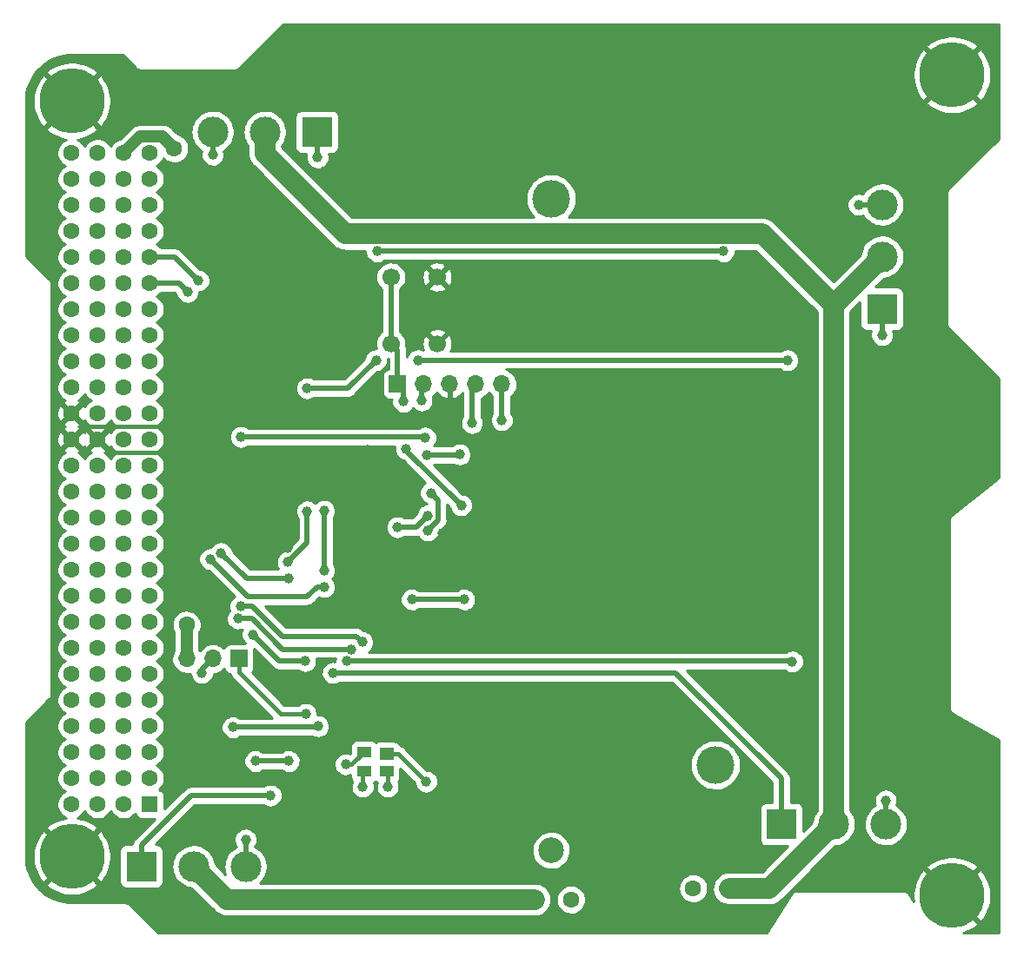
<source format=gbl>
G04 #@! TF.GenerationSoftware,KiCad,Pcbnew,5.99.0-unknown-529461e~86~ubuntu18.04.1*
G04 #@! TF.CreationDate,2019-09-26T16:04:43-03:00*
G04 #@! TF.ProjectId,DPL,44504c2e-6b69-4636-9164-5f7063625858,rev?*
G04 #@! TF.SameCoordinates,Original*
G04 #@! TF.FileFunction,Copper,L2,Bot*
G04 #@! TF.FilePolarity,Positive*
%FSLAX46Y46*%
G04 Gerber Fmt 4.6, Leading zero omitted, Abs format (unit mm)*
G04 Created by KiCad (PCBNEW 5.99.0-unknown-529461e~86~ubuntu18.04.1) date 2019-09-26 16:04:43*
%MOMM*%
%LPD*%
G04 APERTURE LIST*
%ADD10C,6.350000*%
%ADD11C,1.600000*%
%ADD12R,1.600000X1.600000*%
%ADD13C,3.680000*%
%ADD14C,2.500000*%
%ADD15C,1.700000*%
%ADD16O,1.700000X1.700000*%
%ADD17R,1.700000X1.700000*%
%ADD18C,3.000000*%
%ADD19R,3.000000X3.000000*%
%ADD20R,1.400000X1.000000*%
%ADD21R,1.400000X1.200000*%
%ADD22C,1.000000*%
%ADD23C,0.550000*%
%ADD24C,0.450000*%
%ADD25C,2.000000*%
%ADD26C,1.200000*%
%ADD27C,0.254000*%
G04 APERTURE END LIST*
D10*
X203210000Y-45190000D03*
X203210000Y-125200000D03*
D11*
X120000000Y-116310000D03*
X117460000Y-116310000D03*
X120000000Y-113770000D03*
X117460000Y-113770000D03*
X120000000Y-111230000D03*
X117460000Y-111230000D03*
X120000000Y-108690000D03*
X117460000Y-108690000D03*
X120000000Y-106150000D03*
X117460000Y-106150000D03*
X120000000Y-103610000D03*
X117460000Y-103610000D03*
X120000000Y-101070000D03*
X117460000Y-101070000D03*
X120000000Y-98530000D03*
X117460000Y-98530000D03*
X120000000Y-95990000D03*
X117460000Y-95990000D03*
X120000000Y-93450000D03*
X117460000Y-93450000D03*
X120000000Y-90910000D03*
X117460000Y-90910000D03*
X120000000Y-88370000D03*
X117460000Y-88370000D03*
X120000000Y-85830000D03*
X117460000Y-85830000D03*
X120000000Y-83290000D03*
X117460000Y-83290000D03*
X120000000Y-80750000D03*
X117460000Y-80750000D03*
X120000000Y-78210000D03*
X117460000Y-78210000D03*
X120000000Y-75670000D03*
X117460000Y-75670000D03*
X120000000Y-73130000D03*
X117460000Y-73130000D03*
X120000000Y-70590000D03*
X117460000Y-70590000D03*
X120000000Y-68050000D03*
X117460000Y-68050000D03*
X120000000Y-65510000D03*
X117460000Y-65510000D03*
X120000000Y-62970000D03*
X117460000Y-62970000D03*
X120000000Y-60430000D03*
X117460000Y-60430000D03*
X120000000Y-57890000D03*
X117460000Y-57890000D03*
X120000000Y-55350000D03*
X117460000Y-55350000D03*
X120000000Y-52810000D03*
X117460000Y-52810000D03*
D12*
X125080000Y-116310000D03*
D11*
X122540000Y-116310000D03*
X125080000Y-113770000D03*
X122540000Y-113770000D03*
X125080000Y-111230000D03*
X122540000Y-111230000D03*
X125080000Y-108690000D03*
X122540000Y-108690000D03*
X125080000Y-106150000D03*
X122540000Y-106150000D03*
X125080000Y-103610000D03*
X122540000Y-103610000D03*
X125080000Y-101070000D03*
X122540000Y-101070000D03*
X125080000Y-98530000D03*
X122540000Y-98530000D03*
X125080000Y-95990000D03*
X122540000Y-95990000D03*
X125080000Y-93450000D03*
X122540000Y-93450000D03*
X125080000Y-90910000D03*
X122540000Y-90910000D03*
X125080000Y-88370000D03*
X122540000Y-88370000D03*
X125080000Y-85830000D03*
X122540000Y-85830000D03*
X125080000Y-83290000D03*
X122540000Y-83290000D03*
X125080000Y-80750000D03*
X122540000Y-80750000D03*
X125080000Y-78210000D03*
X122540000Y-78210000D03*
X125080000Y-75670000D03*
X122540000Y-75670000D03*
X125080000Y-73130000D03*
X122540000Y-73130000D03*
X125080000Y-70590000D03*
X122540000Y-70590000D03*
X125080000Y-68050000D03*
X122540000Y-68050000D03*
X125080000Y-65510000D03*
X122540000Y-65510000D03*
X125080000Y-62970000D03*
X122540000Y-62970000D03*
X125080000Y-60430000D03*
X122540000Y-60430000D03*
X125080000Y-57890000D03*
X122540000Y-57890000D03*
X125080000Y-55350000D03*
X122540000Y-55350000D03*
X125080000Y-52810000D03*
X122540000Y-52810000D03*
D10*
X117480000Y-47730000D03*
X117480000Y-121390000D03*
D13*
X164155000Y-57265000D03*
X180155000Y-112465000D03*
D14*
X164155000Y-120795000D03*
D15*
X148560000Y-71400000D03*
X148560000Y-64900000D03*
X153060000Y-71400000D03*
X153060000Y-64900000D03*
D16*
X128670000Y-102110000D03*
X131210000Y-102110000D03*
D17*
X133750000Y-102110000D03*
D18*
X196750000Y-118250000D03*
X191670000Y-118250000D03*
D19*
X186590000Y-118250000D03*
D18*
X134410000Y-122350000D03*
X129330000Y-122350000D03*
D19*
X124250000Y-122350000D03*
D18*
X131190000Y-50750000D03*
X136270000Y-50750000D03*
D19*
X141350000Y-50750000D03*
D18*
X196400000Y-57840000D03*
X196400000Y-62920000D03*
D19*
X196400000Y-68000000D03*
D16*
X159370000Y-75350000D03*
X156830000Y-75350000D03*
X154290000Y-75350000D03*
X151750000Y-75350000D03*
D17*
X149210000Y-75350000D03*
D20*
X145925000Y-111200000D03*
X145925000Y-113100000D03*
X148125000Y-113100000D03*
D21*
X148125000Y-111380000D03*
D22*
X187175000Y-73000000D03*
X179650000Y-117900000D03*
X154000000Y-105700000D03*
X154000000Y-98550000D03*
X134050000Y-73050000D03*
X134050000Y-77400000D03*
X156000000Y-120500000D03*
X187850000Y-109700000D03*
X194450000Y-109700000D03*
X194450000Y-111250000D03*
D11*
X178000000Y-124500000D03*
X181500000Y-124500000D03*
X166100000Y-125600000D03*
X162550000Y-125600000D03*
D22*
X127050000Y-108800000D03*
X127150000Y-110600000D03*
X130550000Y-112400000D03*
X132200000Y-113900000D03*
X131650000Y-117000000D03*
X136700000Y-61300000D03*
X133850000Y-58500000D03*
X133600000Y-57000000D03*
X183250000Y-63450000D03*
X186800000Y-59900000D03*
X189500000Y-59900000D03*
X180950000Y-62400000D03*
X196400000Y-70550000D03*
X187650000Y-102400000D03*
X151200000Y-73000000D03*
X147100000Y-73000000D03*
X140400000Y-75750000D03*
X140400000Y-87750000D03*
X147200000Y-62400000D03*
X142050000Y-87700000D03*
X142050000Y-93500000D03*
X138500000Y-92700000D03*
X141400000Y-53250000D03*
X132000000Y-91800000D03*
X138600000Y-94300000D03*
X130950000Y-92400000D03*
X142050000Y-95100000D03*
D11*
X172150000Y-41100000D03*
X176650000Y-45800000D03*
X168000000Y-45800000D03*
X127450000Y-52350000D03*
X128650000Y-98800000D03*
D22*
X144250000Y-102350000D03*
X142900000Y-103500000D03*
X140200000Y-102350000D03*
X144700000Y-101200000D03*
X145775000Y-100500000D03*
X133900000Y-97000000D03*
X129800000Y-65250000D03*
X133650000Y-98200000D03*
X128750000Y-66350000D03*
X135350000Y-112100000D03*
X138600000Y-112100000D03*
X136850000Y-115450000D03*
X140250000Y-107500000D03*
X135100000Y-99750000D03*
X141450000Y-108700000D03*
X133150000Y-108800000D03*
X133950000Y-80500000D03*
X147050000Y-83500000D03*
X147050000Y-84950000D03*
X157350000Y-89850000D03*
X153550000Y-89850000D03*
X152150000Y-89600000D03*
X149100000Y-120500000D03*
X136950000Y-91300000D03*
X138500000Y-91285000D03*
X157350000Y-93400000D03*
X154000000Y-93400000D03*
X153850000Y-95000000D03*
X152150000Y-88150000D03*
X149200000Y-89300000D03*
X148250000Y-114600000D03*
X145800000Y-114600000D03*
X152000000Y-114100000D03*
X144150000Y-112400000D03*
X134400000Y-119750000D03*
X130150000Y-103500000D03*
X196750000Y-115950000D03*
X194100000Y-57850000D03*
X131200000Y-53000000D03*
X155700000Y-96350000D03*
X155400000Y-87150000D03*
X150050000Y-81700000D03*
X150600000Y-96350000D03*
X149750000Y-77050000D03*
X151550000Y-76950000D03*
X156450000Y-79150000D03*
X159350000Y-78850000D03*
X152050000Y-82250000D03*
X155250000Y-82200000D03*
X151900000Y-80550000D03*
X146350000Y-77650000D03*
X146300000Y-81750000D03*
X155300000Y-71400000D03*
X152450000Y-85950000D03*
X154200000Y-63750000D03*
X154200000Y-58000000D03*
X151900000Y-63750000D03*
X151900000Y-58000000D03*
X145000000Y-79150000D03*
X138200000Y-79150000D03*
X144550000Y-120500000D03*
D23*
X187175000Y-73000000D02*
X151200000Y-73000000D01*
D24*
X118685001Y-79435001D02*
X127664999Y-79435001D01*
X117460000Y-78210000D02*
X118685001Y-79435001D01*
X127664999Y-79435001D02*
X134050000Y-73050000D01*
X121225001Y-81975001D02*
X129474999Y-81975001D01*
X120000000Y-80750000D02*
X121225001Y-81975001D01*
X129474999Y-81975001D02*
X134050000Y-77400000D01*
X149100000Y-120500000D02*
X156000000Y-120500000D01*
D25*
X185420000Y-124500000D02*
X181500000Y-124500000D01*
X132580000Y-125600000D02*
X162550000Y-125600000D01*
D24*
X133900000Y-58500000D02*
X136700000Y-61300000D01*
X133850000Y-58500000D02*
X133900000Y-58500000D01*
D25*
X136270000Y-50750000D02*
X136270000Y-52871320D01*
X136270000Y-52871320D02*
X144098679Y-60699999D01*
X144098679Y-60699999D02*
X184719999Y-60699999D01*
X184719999Y-60699999D02*
X191670000Y-67650000D01*
D23*
X196400000Y-70550000D02*
X196400000Y-68000000D01*
D25*
X191670000Y-118250000D02*
X191670000Y-67650000D01*
X191670000Y-67650000D02*
X196400000Y-62920000D01*
D23*
X187600000Y-102350000D02*
X187650000Y-102400000D01*
X144250000Y-102350000D02*
X187600000Y-102350000D01*
X144350000Y-75750000D02*
X147100000Y-73000000D01*
X140400000Y-75750000D02*
X144350000Y-75750000D01*
X140400000Y-90800000D02*
X140400000Y-87750000D01*
X138500000Y-92700000D02*
X140400000Y-90800000D01*
X147200000Y-62400000D02*
X180950000Y-62400000D01*
X142050000Y-93500000D02*
X142050000Y-87700000D01*
X141400000Y-53250000D02*
X141400000Y-50800000D01*
X141400000Y-50800000D02*
X141350000Y-50750000D01*
X134500000Y-94300000D02*
X132000000Y-91800000D01*
X138600000Y-94300000D02*
X134500000Y-94300000D01*
X134600000Y-96050000D02*
X130950000Y-92400000D01*
X140392894Y-96050000D02*
X134600000Y-96050000D01*
X142050000Y-95100000D02*
X141342894Y-95100000D01*
X141342894Y-95100000D02*
X140392894Y-96050000D01*
D26*
X127450000Y-52350000D02*
X126309999Y-51209999D01*
X128670000Y-98820000D02*
X128650000Y-98800000D01*
X128670000Y-102110000D02*
X128670000Y-98820000D01*
X124140001Y-51209999D02*
X126309999Y-51209999D01*
X122540000Y-52810000D02*
X124140001Y-51209999D01*
D25*
X191670000Y-118250000D02*
X185420000Y-124500000D01*
X129330000Y-122350000D02*
X132580000Y-125600000D01*
D23*
X176300000Y-103500000D02*
X186590000Y-113790000D01*
X186590000Y-113790000D02*
X186590000Y-118250000D01*
X142900000Y-103500000D02*
X176300000Y-103500000D01*
X137700000Y-102350000D02*
X140200000Y-102350000D01*
X135050000Y-97000000D02*
X138000000Y-99950000D01*
X138000000Y-99950000D02*
X145225000Y-99950000D01*
X145225000Y-99950000D02*
X145275001Y-100000001D01*
X145275001Y-100000001D02*
X145775000Y-100500000D01*
X133900000Y-97000000D02*
X135050000Y-97000000D01*
X137993002Y-101200000D02*
X144700000Y-101200000D01*
X133650000Y-98200000D02*
X134993002Y-98200000D01*
X134993002Y-98200000D02*
X137993002Y-101200000D01*
X127520000Y-62970000D02*
X129800000Y-65250000D01*
X125080000Y-62970000D02*
X127520000Y-62970000D01*
X127910000Y-65510000D02*
X128750000Y-66350000D01*
X125080000Y-65510000D02*
X127910000Y-65510000D01*
X138600000Y-112100000D02*
X135350000Y-112100000D01*
X136850000Y-115450000D02*
X129100000Y-115450000D01*
X129100000Y-115450000D02*
X124250000Y-120300000D01*
X124250000Y-120300000D02*
X124250000Y-122350000D01*
D24*
X140250000Y-107500000D02*
X137840000Y-107500000D01*
X137840000Y-107500000D02*
X133750000Y-103410000D01*
X133750000Y-103410000D02*
X133750000Y-102110000D01*
D23*
X135100000Y-99750000D02*
X137700000Y-102350000D01*
X141350000Y-108800000D02*
X141450000Y-108700000D01*
X133150000Y-108800000D02*
X141350000Y-108800000D01*
X133950000Y-80500000D02*
X148350000Y-80500000D01*
D24*
X153550000Y-89850000D02*
X157350000Y-89850000D01*
D23*
X152150000Y-89600000D02*
X152875001Y-88874999D01*
D24*
X154000000Y-93400000D02*
X157350000Y-93400000D01*
D23*
X151000000Y-89300000D02*
X152150000Y-88150000D01*
X149200000Y-89300000D02*
X151000000Y-89300000D01*
D24*
X148250000Y-113225000D02*
X148125000Y-113100000D01*
X148250000Y-114600000D02*
X148250000Y-113225000D01*
X145900000Y-113125000D02*
X145925000Y-113100000D01*
X145800000Y-114600000D02*
X145800000Y-113125000D01*
X151995000Y-114100000D02*
X152000000Y-114100000D01*
X148125000Y-111380000D02*
X149275000Y-111380000D01*
X149275000Y-111380000D02*
X151995000Y-114100000D01*
X144725000Y-112400000D02*
X145925000Y-111200000D01*
X144150000Y-112400000D02*
X144725000Y-112400000D01*
D23*
X134400000Y-122340000D02*
X134410000Y-122350000D01*
X134400000Y-119750000D02*
X134400000Y-122340000D01*
X130150000Y-103170000D02*
X131210000Y-102110000D01*
X130150000Y-103500000D02*
X130150000Y-103170000D01*
X196750000Y-115950000D02*
X196750000Y-118250000D01*
X196390000Y-57850000D02*
X196400000Y-57840000D01*
X194100000Y-57850000D02*
X196390000Y-57850000D01*
X131200000Y-50760000D02*
X131190000Y-50750000D01*
X131200000Y-53000000D02*
X131200000Y-50760000D01*
X150600000Y-96350000D02*
X155700000Y-96350000D01*
X155400000Y-87150000D02*
X150050000Y-81800000D01*
X150050000Y-81800000D02*
X150050000Y-81700000D01*
X148560000Y-66102081D02*
X148560000Y-71400000D01*
X148560000Y-64900000D02*
X148560000Y-66102081D01*
X149210000Y-72050000D02*
X148560000Y-71400000D01*
X149210000Y-75350000D02*
X149210000Y-72050000D01*
X149750000Y-75890000D02*
X149210000Y-75350000D01*
X149750000Y-77050000D02*
X149750000Y-75890000D01*
X151550000Y-75550000D02*
X151750000Y-75350000D01*
X151550000Y-76950000D02*
X151550000Y-75550000D01*
X156450000Y-75730000D02*
X156830000Y-75350000D01*
X156450000Y-79150000D02*
X156450000Y-75730000D01*
X159350000Y-75370000D02*
X159370000Y-75350000D01*
X159350000Y-78850000D02*
X159350000Y-75370000D01*
X152050000Y-82250000D02*
X155200000Y-82250000D01*
X155200000Y-82250000D02*
X155250000Y-82200000D01*
X148350000Y-80500000D02*
X151850000Y-80500000D01*
X151850000Y-80500000D02*
X151900000Y-80550000D01*
D24*
X154290000Y-75350000D02*
X154290000Y-75110000D01*
D23*
X153125001Y-86625001D02*
X152450000Y-85950000D01*
X152875001Y-88874999D02*
X153125001Y-88624999D01*
X153125001Y-88624999D02*
X153125001Y-86625001D01*
D24*
X153060000Y-64900000D02*
X153060000Y-64890000D01*
X153060000Y-64890000D02*
X154200000Y-63750000D01*
X153060000Y-64900000D02*
X153050000Y-64900000D01*
X153050000Y-64900000D02*
X151900000Y-63750000D01*
X145000000Y-79150000D02*
X138200000Y-79150000D01*
X149100000Y-120500000D02*
X144550000Y-120500000D01*
D27*
G36*
X207756001Y-51397755D02*
G01*
X202941640Y-56221650D01*
X202924875Y-56232227D01*
X202877126Y-56286291D01*
X202859147Y-56304306D01*
X202847706Y-56319603D01*
X202804657Y-56368347D01*
X202793540Y-56392027D01*
X202777876Y-56412970D01*
X202755119Y-56473862D01*
X202727311Y-56533091D01*
X202723533Y-56558370D01*
X202714298Y-56583079D01*
X202708959Y-56655883D01*
X202706000Y-56675690D01*
X202706000Y-56696253D01*
X202701019Y-56764196D01*
X202706000Y-56787418D01*
X202706001Y-69398986D01*
X202701555Y-69418633D01*
X202706001Y-69490289D01*
X202706001Y-69515446D01*
X202708755Y-69534677D01*
X202712800Y-69599887D01*
X202721575Y-69624195D01*
X202725238Y-69649770D01*
X202752277Y-69709241D01*
X202774598Y-69771070D01*
X202789619Y-69791369D01*
X202800403Y-69815088D01*
X202848317Y-69870693D01*
X202860361Y-69886971D01*
X202874675Y-69901284D01*
X202918947Y-69952664D01*
X202939149Y-69965758D01*
X207756000Y-74782611D01*
X207756001Y-84425085D01*
X203192081Y-88072442D01*
X203144874Y-88102228D01*
X203091218Y-88162981D01*
X203035772Y-88221986D01*
X203031260Y-88230871D01*
X203024657Y-88238348D01*
X202990217Y-88311703D01*
X202953554Y-88383910D01*
X202951716Y-88393708D01*
X202947311Y-88403093D01*
X202936915Y-88472647D01*
X202920087Y-88562407D01*
X202926000Y-88621847D01*
X202926001Y-106801643D01*
X202922900Y-106814024D01*
X202926001Y-106893403D01*
X202926001Y-106925449D01*
X202927723Y-106937471D01*
X202929989Y-106995485D01*
X202940536Y-107026938D01*
X202945238Y-107059770D01*
X202969268Y-107112622D01*
X202987726Y-107167667D01*
X203006674Y-107194892D01*
X203020403Y-107225088D01*
X203058301Y-107269070D01*
X203091692Y-107317048D01*
X203116981Y-107337171D01*
X203138946Y-107362663D01*
X203193217Y-107397840D01*
X203204511Y-107406827D01*
X203228146Y-107420479D01*
X203291338Y-107461439D01*
X203307337Y-107466224D01*
X207756000Y-110035949D01*
X207756001Y-128846000D01*
X204314950Y-128846000D01*
X204576896Y-128760888D01*
X204941622Y-128598501D01*
X205287377Y-128398880D01*
X205610371Y-128164211D01*
X205811813Y-127982833D01*
X203028980Y-125200000D01*
X203391019Y-125200000D01*
X205992833Y-127801813D01*
X206174211Y-127600371D01*
X206408880Y-127277377D01*
X206608501Y-126931622D01*
X206770888Y-126566896D01*
X206894261Y-126187195D01*
X206977268Y-125796677D01*
X207019000Y-125399621D01*
X207019000Y-125000379D01*
X206977268Y-124603323D01*
X206894261Y-124212805D01*
X206770888Y-123833104D01*
X206608501Y-123468378D01*
X206408880Y-123122623D01*
X206174211Y-122799629D01*
X205992833Y-122598187D01*
X203391019Y-125200000D01*
X203028980Y-125200000D01*
X200427167Y-122598187D01*
X200245789Y-122799629D01*
X200011120Y-123122623D01*
X199811499Y-123468378D01*
X199649112Y-123833104D01*
X199525739Y-124212805D01*
X199442732Y-124603323D01*
X199401000Y-125000379D01*
X199401000Y-125399621D01*
X199437697Y-125748777D01*
X199045142Y-125120074D01*
X199044684Y-125118471D01*
X198992463Y-125035704D01*
X198973705Y-125005664D01*
X198972924Y-125004738D01*
X198947772Y-124964874D01*
X198914692Y-124935659D01*
X198886251Y-124901920D01*
X198846986Y-124875862D01*
X198811654Y-124844658D01*
X198771699Y-124825899D01*
X198734933Y-124801501D01*
X198689935Y-124787512D01*
X198646912Y-124767312D01*
X198604637Y-124760993D01*
X198561518Y-124747588D01*
X198508991Y-124746699D01*
X198504310Y-124746000D01*
X198467657Y-124746000D01*
X198379940Y-124744516D01*
X198374527Y-124746000D01*
X188158850Y-124746000D01*
X188156703Y-124745387D01*
X188061957Y-124746000D01*
X188024549Y-124746000D01*
X188022781Y-124746253D01*
X187975102Y-124746561D01*
X187933360Y-124759060D01*
X187890230Y-124765237D01*
X187846810Y-124784978D01*
X187801130Y-124798657D01*
X187764579Y-124822367D01*
X187724911Y-124840402D01*
X187688785Y-124871532D01*
X187648444Y-124897699D01*
X187621094Y-124929858D01*
X187587336Y-124958946D01*
X187558433Y-125003538D01*
X187555033Y-125007536D01*
X187535863Y-125038359D01*
X187488561Y-125111338D01*
X187486789Y-125117262D01*
X185167697Y-128846000D01*
X125882610Y-128846000D01*
X123158522Y-126121912D01*
X123147772Y-126104874D01*
X123093949Y-126057339D01*
X123076170Y-126039559D01*
X123060632Y-126027915D01*
X123011652Y-125984657D01*
X122988259Y-125973674D01*
X122967589Y-125958182D01*
X122906415Y-125935249D01*
X122846911Y-125907311D01*
X122821934Y-125903578D01*
X122797538Y-125894433D01*
X122724343Y-125888993D01*
X122704313Y-125886000D01*
X122684062Y-125886000D01*
X122616435Y-125880975D01*
X122592895Y-125886000D01*
X117543210Y-125886000D01*
X117524268Y-125882198D01*
X117508269Y-125881401D01*
X117088647Y-125863080D01*
X116700291Y-125811952D01*
X116317861Y-125727168D01*
X115944288Y-125609383D01*
X115582369Y-125459472D01*
X115234921Y-125278602D01*
X114904550Y-125068132D01*
X114593768Y-124829661D01*
X114304972Y-124565028D01*
X114040329Y-124276219D01*
X113960998Y-124172833D01*
X114878187Y-124172833D01*
X115079629Y-124354211D01*
X115402623Y-124588880D01*
X115748378Y-124788501D01*
X116113104Y-124950888D01*
X116492805Y-125074261D01*
X116883323Y-125157268D01*
X117280379Y-125199000D01*
X117679621Y-125199000D01*
X118076677Y-125157268D01*
X118467195Y-125074261D01*
X118846896Y-124950888D01*
X119211622Y-124788501D01*
X119557377Y-124588880D01*
X119880371Y-124354211D01*
X120081813Y-124172833D01*
X117480000Y-121571019D01*
X114878187Y-124172833D01*
X113960998Y-124172833D01*
X113801873Y-123965458D01*
X113591398Y-123635079D01*
X113410528Y-123287631D01*
X113260620Y-122925720D01*
X113142832Y-122552142D01*
X113058048Y-122169709D01*
X113006920Y-121781353D01*
X112988225Y-121353150D01*
X112984000Y-121330686D01*
X112984000Y-121190379D01*
X113671000Y-121190379D01*
X113671000Y-121589621D01*
X113712732Y-121986677D01*
X113795739Y-122377195D01*
X113919112Y-122756896D01*
X114081499Y-123121622D01*
X114281120Y-123467377D01*
X114515789Y-123790371D01*
X114697167Y-123991813D01*
X117298981Y-121390000D01*
X117661019Y-121390000D01*
X120262833Y-123991813D01*
X120444211Y-123790371D01*
X120678880Y-123467377D01*
X120878501Y-123121622D01*
X121040888Y-122756896D01*
X121164261Y-122377195D01*
X121247268Y-121986677D01*
X121289000Y-121589621D01*
X121289000Y-121190379D01*
X121247268Y-120793323D01*
X121164261Y-120402805D01*
X121040888Y-120023104D01*
X120878501Y-119658378D01*
X120678880Y-119312623D01*
X120444211Y-118989629D01*
X120262833Y-118788187D01*
X117661019Y-121390000D01*
X117298981Y-121390000D01*
X114697167Y-118788187D01*
X114515789Y-118989629D01*
X114281120Y-119312623D01*
X114081499Y-119658378D01*
X113919112Y-120023104D01*
X113795739Y-120402805D01*
X113712732Y-120793323D01*
X113671000Y-121190379D01*
X112984000Y-121190379D01*
X112984000Y-108352609D01*
X115248088Y-106088522D01*
X115265126Y-106077772D01*
X115312661Y-106023949D01*
X115330440Y-106006171D01*
X115342084Y-105990634D01*
X115385343Y-105941653D01*
X115396325Y-105918262D01*
X115411818Y-105897589D01*
X115434753Y-105836412D01*
X115462689Y-105776911D01*
X115466422Y-105751935D01*
X115475567Y-105727539D01*
X115481006Y-105654343D01*
X115484000Y-105634313D01*
X115484000Y-105614062D01*
X115489025Y-105546435D01*
X115484000Y-105522895D01*
X115484000Y-80624541D01*
X116026000Y-80624541D01*
X116026000Y-80875459D01*
X116069571Y-81122564D01*
X116155391Y-81358349D01*
X116343982Y-81684999D01*
X117278981Y-80750000D01*
X117641019Y-80750000D01*
X118576018Y-81684999D01*
X118730000Y-81418294D01*
X118883982Y-81684999D01*
X119818981Y-80750000D01*
X118883982Y-79815001D01*
X118730000Y-80081706D01*
X118576018Y-79815001D01*
X117641019Y-80750000D01*
X117278981Y-80750000D01*
X116343982Y-79815001D01*
X116155391Y-80141651D01*
X116069571Y-80377436D01*
X116026000Y-80624541D01*
X115484000Y-80624541D01*
X115484000Y-79326018D01*
X116525001Y-79326018D01*
X116791706Y-79480000D01*
X116525001Y-79633982D01*
X117460000Y-80568981D01*
X118394999Y-79633982D01*
X118128294Y-79480000D01*
X118394999Y-79326018D01*
X117460000Y-78391019D01*
X116525001Y-79326018D01*
X115484000Y-79326018D01*
X115484000Y-78084541D01*
X116026000Y-78084541D01*
X116026000Y-78335459D01*
X116069571Y-78582564D01*
X116155391Y-78818349D01*
X116343982Y-79144999D01*
X117278981Y-78210000D01*
X116343982Y-77275001D01*
X116155391Y-77601651D01*
X116069571Y-77837436D01*
X116026000Y-78084541D01*
X115484000Y-78084541D01*
X115484000Y-65661010D01*
X115488445Y-65641368D01*
X115484000Y-65569728D01*
X115484000Y-65544553D01*
X115481245Y-65525316D01*
X115477200Y-65460111D01*
X115468427Y-65435810D01*
X115464764Y-65410232D01*
X115437720Y-65350751D01*
X115415402Y-65288930D01*
X115400383Y-65268631D01*
X115389597Y-65244911D01*
X115341681Y-65189302D01*
X115329638Y-65173027D01*
X115315326Y-65158716D01*
X115271054Y-65107336D01*
X115250852Y-65094242D01*
X112984000Y-62827390D01*
X112984000Y-50512833D01*
X114878187Y-50512833D01*
X115079629Y-50694211D01*
X115402623Y-50928880D01*
X115748378Y-51128501D01*
X116113104Y-51290888D01*
X116492805Y-51414261D01*
X116877417Y-51496013D01*
X116851651Y-51505391D01*
X116634349Y-51630850D01*
X116442136Y-51792136D01*
X116280850Y-51984349D01*
X116155391Y-52201651D01*
X116069571Y-52437436D01*
X116026000Y-52684541D01*
X116026000Y-52935459D01*
X116069571Y-53182564D01*
X116155391Y-53418349D01*
X116280850Y-53635651D01*
X116442136Y-53827864D01*
X116634349Y-53989150D01*
X116791706Y-54080000D01*
X116634349Y-54170850D01*
X116442136Y-54332136D01*
X116280850Y-54524349D01*
X116155391Y-54741651D01*
X116069571Y-54977436D01*
X116026000Y-55224541D01*
X116026000Y-55475459D01*
X116069571Y-55722564D01*
X116155391Y-55958349D01*
X116280850Y-56175651D01*
X116442136Y-56367864D01*
X116634349Y-56529150D01*
X116791706Y-56620000D01*
X116634349Y-56710850D01*
X116442136Y-56872136D01*
X116280850Y-57064349D01*
X116155391Y-57281651D01*
X116069571Y-57517436D01*
X116026000Y-57764541D01*
X116026000Y-58015459D01*
X116069571Y-58262564D01*
X116155391Y-58498349D01*
X116280850Y-58715651D01*
X116442136Y-58907864D01*
X116634349Y-59069150D01*
X116791706Y-59160000D01*
X116634349Y-59250850D01*
X116442136Y-59412136D01*
X116280850Y-59604349D01*
X116155391Y-59821651D01*
X116069571Y-60057436D01*
X116026000Y-60304541D01*
X116026000Y-60555459D01*
X116069571Y-60802564D01*
X116155391Y-61038349D01*
X116280850Y-61255651D01*
X116442136Y-61447864D01*
X116634349Y-61609150D01*
X116791706Y-61700000D01*
X116634349Y-61790850D01*
X116442136Y-61952136D01*
X116280850Y-62144349D01*
X116155391Y-62361651D01*
X116069571Y-62597436D01*
X116026000Y-62844541D01*
X116026000Y-63095459D01*
X116069571Y-63342564D01*
X116155391Y-63578349D01*
X116280850Y-63795651D01*
X116442136Y-63987864D01*
X116634349Y-64149150D01*
X116791706Y-64240000D01*
X116634349Y-64330850D01*
X116442136Y-64492136D01*
X116280850Y-64684349D01*
X116155391Y-64901651D01*
X116069571Y-65137436D01*
X116026000Y-65384541D01*
X116026000Y-65635459D01*
X116069571Y-65882564D01*
X116155391Y-66118349D01*
X116280850Y-66335651D01*
X116442136Y-66527864D01*
X116634349Y-66689150D01*
X116791706Y-66780000D01*
X116634349Y-66870850D01*
X116442136Y-67032136D01*
X116280850Y-67224349D01*
X116155391Y-67441651D01*
X116069571Y-67677436D01*
X116026000Y-67924541D01*
X116026000Y-68175459D01*
X116069571Y-68422564D01*
X116155391Y-68658349D01*
X116280850Y-68875651D01*
X116442136Y-69067864D01*
X116634349Y-69229150D01*
X116791706Y-69320000D01*
X116634349Y-69410850D01*
X116442136Y-69572136D01*
X116280850Y-69764349D01*
X116155391Y-69981651D01*
X116069571Y-70217436D01*
X116026000Y-70464541D01*
X116026000Y-70715459D01*
X116069571Y-70962564D01*
X116155391Y-71198349D01*
X116280850Y-71415651D01*
X116442136Y-71607864D01*
X116634349Y-71769150D01*
X116791706Y-71860000D01*
X116634349Y-71950850D01*
X116442136Y-72112136D01*
X116280850Y-72304349D01*
X116155391Y-72521651D01*
X116069571Y-72757436D01*
X116026000Y-73004541D01*
X116026000Y-73255459D01*
X116069571Y-73502564D01*
X116155391Y-73738349D01*
X116280850Y-73955651D01*
X116442136Y-74147864D01*
X116634349Y-74309150D01*
X116791706Y-74400000D01*
X116634349Y-74490850D01*
X116442136Y-74652136D01*
X116280850Y-74844349D01*
X116155391Y-75061651D01*
X116069571Y-75297436D01*
X116026000Y-75544541D01*
X116026000Y-75795459D01*
X116069571Y-76042564D01*
X116155391Y-76278349D01*
X116280850Y-76495651D01*
X116442136Y-76687864D01*
X116634349Y-76849150D01*
X116791706Y-76940000D01*
X116525001Y-77093982D01*
X117460000Y-78028981D01*
X118394999Y-77093982D01*
X118128294Y-76940000D01*
X118285651Y-76849150D01*
X118477864Y-76687864D01*
X118639150Y-76495651D01*
X118730000Y-76338294D01*
X118820850Y-76495651D01*
X118982136Y-76687864D01*
X119174349Y-76849150D01*
X119331706Y-76940000D01*
X119174349Y-77030850D01*
X118982136Y-77192136D01*
X118820850Y-77384349D01*
X118730000Y-77541706D01*
X118576018Y-77275001D01*
X117641019Y-78210000D01*
X118576018Y-79144999D01*
X118730000Y-78878294D01*
X118820850Y-79035651D01*
X118982136Y-79227864D01*
X119174349Y-79389150D01*
X119331706Y-79480000D01*
X119065001Y-79633982D01*
X120000000Y-80568981D01*
X120934999Y-79633982D01*
X120668294Y-79480000D01*
X120825651Y-79389150D01*
X121017864Y-79227864D01*
X121179150Y-79035651D01*
X121270000Y-78878294D01*
X121360850Y-79035651D01*
X121522136Y-79227864D01*
X121714349Y-79389150D01*
X121871706Y-79480000D01*
X121714349Y-79570850D01*
X121522136Y-79732136D01*
X121360850Y-79924349D01*
X121270000Y-80081706D01*
X121116018Y-79815001D01*
X120181019Y-80750000D01*
X121116018Y-81684999D01*
X121270000Y-81418294D01*
X121360850Y-81575651D01*
X121522136Y-81767864D01*
X121714349Y-81929150D01*
X121871706Y-82020000D01*
X121714349Y-82110850D01*
X121522136Y-82272136D01*
X121360850Y-82464349D01*
X121270000Y-82621706D01*
X121179150Y-82464349D01*
X121017864Y-82272136D01*
X120825651Y-82110850D01*
X120668294Y-82020000D01*
X120934999Y-81866018D01*
X120000000Y-80931019D01*
X119065001Y-81866018D01*
X119331706Y-82020000D01*
X119174349Y-82110850D01*
X118982136Y-82272136D01*
X118820850Y-82464349D01*
X118730000Y-82621706D01*
X118639150Y-82464349D01*
X118477864Y-82272136D01*
X118285651Y-82110850D01*
X118128294Y-82020000D01*
X118394999Y-81866018D01*
X117460000Y-80931019D01*
X116525001Y-81866018D01*
X116791706Y-82020000D01*
X116634349Y-82110850D01*
X116442136Y-82272136D01*
X116280850Y-82464349D01*
X116155391Y-82681651D01*
X116069571Y-82917436D01*
X116026000Y-83164541D01*
X116026000Y-83415459D01*
X116069571Y-83662564D01*
X116155391Y-83898349D01*
X116280850Y-84115651D01*
X116442136Y-84307864D01*
X116634349Y-84469150D01*
X116791706Y-84560000D01*
X116634349Y-84650850D01*
X116442136Y-84812136D01*
X116280850Y-85004349D01*
X116155391Y-85221651D01*
X116069571Y-85457436D01*
X116026000Y-85704541D01*
X116026000Y-85955459D01*
X116069571Y-86202564D01*
X116155391Y-86438349D01*
X116280850Y-86655651D01*
X116442136Y-86847864D01*
X116634349Y-87009150D01*
X116791706Y-87100000D01*
X116634349Y-87190850D01*
X116442136Y-87352136D01*
X116280850Y-87544349D01*
X116155391Y-87761651D01*
X116069571Y-87997436D01*
X116026000Y-88244541D01*
X116026000Y-88495459D01*
X116069571Y-88742564D01*
X116155391Y-88978349D01*
X116280850Y-89195651D01*
X116442136Y-89387864D01*
X116634349Y-89549150D01*
X116791706Y-89640000D01*
X116634349Y-89730850D01*
X116442136Y-89892136D01*
X116280850Y-90084349D01*
X116155391Y-90301651D01*
X116069571Y-90537436D01*
X116026000Y-90784541D01*
X116026000Y-91035459D01*
X116069571Y-91282564D01*
X116155391Y-91518349D01*
X116280850Y-91735651D01*
X116442136Y-91927864D01*
X116634349Y-92089150D01*
X116791706Y-92180000D01*
X116634349Y-92270850D01*
X116442136Y-92432136D01*
X116280850Y-92624349D01*
X116155391Y-92841651D01*
X116069571Y-93077436D01*
X116026000Y-93324541D01*
X116026000Y-93575459D01*
X116069571Y-93822564D01*
X116155391Y-94058349D01*
X116280850Y-94275651D01*
X116442136Y-94467864D01*
X116634349Y-94629150D01*
X116791706Y-94720000D01*
X116634349Y-94810850D01*
X116442136Y-94972136D01*
X116280850Y-95164349D01*
X116155391Y-95381651D01*
X116069571Y-95617436D01*
X116026000Y-95864541D01*
X116026000Y-96115459D01*
X116069571Y-96362564D01*
X116155391Y-96598349D01*
X116280850Y-96815651D01*
X116442136Y-97007864D01*
X116634349Y-97169150D01*
X116791706Y-97260000D01*
X116634349Y-97350850D01*
X116442136Y-97512136D01*
X116280850Y-97704349D01*
X116155391Y-97921651D01*
X116069571Y-98157436D01*
X116026000Y-98404541D01*
X116026000Y-98655459D01*
X116069571Y-98902564D01*
X116155391Y-99138349D01*
X116280850Y-99355651D01*
X116442136Y-99547864D01*
X116634349Y-99709150D01*
X116791706Y-99800000D01*
X116634349Y-99890850D01*
X116442136Y-100052136D01*
X116280850Y-100244349D01*
X116155391Y-100461651D01*
X116069571Y-100697436D01*
X116026000Y-100944541D01*
X116026000Y-101195459D01*
X116069571Y-101442564D01*
X116155391Y-101678349D01*
X116280850Y-101895651D01*
X116442136Y-102087864D01*
X116634349Y-102249150D01*
X116791706Y-102340000D01*
X116634349Y-102430850D01*
X116442136Y-102592136D01*
X116280850Y-102784349D01*
X116155391Y-103001651D01*
X116069571Y-103237436D01*
X116026000Y-103484541D01*
X116026000Y-103735459D01*
X116069571Y-103982564D01*
X116155391Y-104218349D01*
X116280850Y-104435651D01*
X116442136Y-104627864D01*
X116634349Y-104789150D01*
X116791706Y-104880000D01*
X116634349Y-104970850D01*
X116442136Y-105132136D01*
X116280850Y-105324349D01*
X116155391Y-105541651D01*
X116069571Y-105777436D01*
X116026000Y-106024541D01*
X116026000Y-106275459D01*
X116069571Y-106522564D01*
X116155391Y-106758349D01*
X116280850Y-106975651D01*
X116442136Y-107167864D01*
X116634349Y-107329150D01*
X116791706Y-107420000D01*
X116634349Y-107510850D01*
X116442136Y-107672136D01*
X116280850Y-107864349D01*
X116155391Y-108081651D01*
X116069571Y-108317436D01*
X116026000Y-108564541D01*
X116026000Y-108815459D01*
X116069571Y-109062564D01*
X116155391Y-109298349D01*
X116280850Y-109515651D01*
X116442136Y-109707864D01*
X116634349Y-109869150D01*
X116791706Y-109960000D01*
X116634349Y-110050850D01*
X116442136Y-110212136D01*
X116280850Y-110404349D01*
X116155391Y-110621651D01*
X116069571Y-110857436D01*
X116026000Y-111104541D01*
X116026000Y-111355459D01*
X116069571Y-111602564D01*
X116155391Y-111838349D01*
X116280850Y-112055651D01*
X116442136Y-112247864D01*
X116634349Y-112409150D01*
X116791706Y-112500000D01*
X116634349Y-112590850D01*
X116442136Y-112752136D01*
X116280850Y-112944349D01*
X116155391Y-113161651D01*
X116069571Y-113397436D01*
X116026000Y-113644541D01*
X116026000Y-113895459D01*
X116069571Y-114142564D01*
X116155391Y-114378349D01*
X116280850Y-114595651D01*
X116442136Y-114787864D01*
X116634349Y-114949150D01*
X116791706Y-115040000D01*
X116634349Y-115130850D01*
X116442136Y-115292136D01*
X116280850Y-115484349D01*
X116155391Y-115701651D01*
X116069571Y-115937436D01*
X116026000Y-116184541D01*
X116026000Y-116435459D01*
X116069571Y-116682564D01*
X116155391Y-116918349D01*
X116280850Y-117135651D01*
X116442136Y-117327864D01*
X116634349Y-117489150D01*
X116851651Y-117614609D01*
X116877417Y-117623987D01*
X116492805Y-117705739D01*
X116113104Y-117829112D01*
X115748378Y-117991499D01*
X115402623Y-118191120D01*
X115079629Y-118425789D01*
X114878187Y-118607167D01*
X117480000Y-121208981D01*
X120081813Y-118607167D01*
X119880371Y-118425789D01*
X119557377Y-118191120D01*
X119211622Y-117991499D01*
X118846896Y-117829112D01*
X118467195Y-117705739D01*
X118076677Y-117622732D01*
X118052898Y-117620233D01*
X118068349Y-117614609D01*
X118285651Y-117489150D01*
X118477864Y-117327864D01*
X118639150Y-117135651D01*
X118730000Y-116978294D01*
X118820850Y-117135651D01*
X118982136Y-117327864D01*
X119174349Y-117489150D01*
X119391651Y-117614609D01*
X119627436Y-117700429D01*
X119874541Y-117744000D01*
X120125459Y-117744000D01*
X120372564Y-117700429D01*
X120608349Y-117614609D01*
X120825651Y-117489150D01*
X121017864Y-117327864D01*
X121179150Y-117135651D01*
X121270000Y-116978294D01*
X121360850Y-117135651D01*
X121522136Y-117327864D01*
X121714349Y-117489150D01*
X121931651Y-117614609D01*
X122167436Y-117700429D01*
X122414541Y-117744000D01*
X122665459Y-117744000D01*
X122912564Y-117700429D01*
X123148349Y-117614609D01*
X123365651Y-117489150D01*
X123557864Y-117327864D01*
X123659606Y-117206613D01*
X123718795Y-117427512D01*
X123866185Y-117603165D01*
X124059814Y-117714956D01*
X124268976Y-117751837D01*
X125512645Y-117751837D01*
X123621547Y-119642935D01*
X123543024Y-119715141D01*
X123499994Y-119784542D01*
X123450629Y-119849578D01*
X123434656Y-119889921D01*
X123409294Y-119930826D01*
X123398669Y-119980813D01*
X123358948Y-120081136D01*
X123345597Y-120208163D01*
X122733412Y-120208163D01*
X122432489Y-120288795D01*
X122256835Y-120436185D01*
X122145044Y-120629814D01*
X122108163Y-120838976D01*
X122108163Y-123866588D01*
X122188795Y-124167512D01*
X122336185Y-124343165D01*
X122529814Y-124454956D01*
X122738976Y-124491837D01*
X125766588Y-124491837D01*
X126067512Y-124411205D01*
X126243165Y-124263815D01*
X126354956Y-124070186D01*
X126391837Y-123861024D01*
X126391837Y-122350000D01*
X127190789Y-122350000D01*
X127211608Y-122647721D01*
X127273658Y-122939646D01*
X127375734Y-123220095D01*
X127515846Y-123483609D01*
X127691270Y-123725058D01*
X127898589Y-123939743D01*
X128133769Y-124123486D01*
X128392231Y-124272710D01*
X128668948Y-124384511D01*
X128958530Y-124456711D01*
X129145544Y-124476367D01*
X131408016Y-126738839D01*
X131506806Y-126843307D01*
X131593683Y-126904139D01*
X131675876Y-126971174D01*
X131729322Y-126999115D01*
X131778727Y-127033708D01*
X131876065Y-127075831D01*
X131970057Y-127124968D01*
X132028021Y-127141588D01*
X132086447Y-127166871D01*
X132151100Y-127176881D01*
X132289152Y-127216466D01*
X132620127Y-127241934D01*
X132682925Y-127234000D01*
X162632937Y-127234000D01*
X162880255Y-127208879D01*
X163197020Y-127109610D01*
X163487354Y-126948675D01*
X163739397Y-126732648D01*
X163942855Y-126470352D01*
X164089415Y-126172503D01*
X164173091Y-125851267D01*
X164186522Y-125594964D01*
X164657555Y-125594964D01*
X164690123Y-125904827D01*
X164788469Y-126200466D01*
X164948006Y-126468090D01*
X165161289Y-126695213D01*
X165418367Y-126871240D01*
X165707249Y-126987955D01*
X166014454Y-127039914D01*
X166325650Y-127024694D01*
X166626318Y-126943004D01*
X166902431Y-126798656D01*
X167141106Y-126598384D01*
X167331207Y-126351532D01*
X167463866Y-126069617D01*
X167532943Y-125765574D01*
X167534064Y-125444433D01*
X167467111Y-125139916D01*
X167336423Y-124857081D01*
X167148050Y-124608909D01*
X167014166Y-124494964D01*
X176557555Y-124494964D01*
X176590123Y-124804827D01*
X176688469Y-125100466D01*
X176848006Y-125368090D01*
X177061289Y-125595213D01*
X177318367Y-125771240D01*
X177607249Y-125887955D01*
X177914454Y-125939914D01*
X178225650Y-125924694D01*
X178526318Y-125843004D01*
X178802431Y-125698656D01*
X179041106Y-125498384D01*
X179231207Y-125251532D01*
X179363866Y-124969617D01*
X179432943Y-124665574D01*
X179434064Y-124344433D01*
X179367111Y-124039916D01*
X179236423Y-123757081D01*
X179048050Y-123508909D01*
X178810779Y-123306975D01*
X178535681Y-123160702D01*
X178235590Y-123076916D01*
X177924508Y-123059523D01*
X177616948Y-123109337D01*
X177327260Y-123224033D01*
X177068958Y-123398259D01*
X176854094Y-123623888D01*
X176692693Y-123890393D01*
X176592286Y-124185338D01*
X176557555Y-124494964D01*
X167014166Y-124494964D01*
X166910779Y-124406975D01*
X166635681Y-124260702D01*
X166335590Y-124176916D01*
X166024508Y-124159523D01*
X165716948Y-124209337D01*
X165427260Y-124324033D01*
X165168958Y-124498259D01*
X164954094Y-124723888D01*
X164792693Y-124990393D01*
X164692286Y-125285338D01*
X164657555Y-125594964D01*
X164186522Y-125594964D01*
X164190463Y-125519768D01*
X164140824Y-125191546D01*
X164026201Y-124880009D01*
X163851276Y-124597883D01*
X163623194Y-124356693D01*
X163351273Y-124166292D01*
X163043552Y-124033129D01*
X162609925Y-123966000D01*
X135804463Y-123966000D01*
X135948819Y-123836021D01*
X136140658Y-123607397D01*
X136298811Y-123354299D01*
X136420200Y-123081653D01*
X136502464Y-122794767D01*
X136544000Y-122499224D01*
X136544000Y-122200776D01*
X136502464Y-121905233D01*
X136420200Y-121618347D01*
X136298811Y-121345701D01*
X136140658Y-121092603D01*
X135965617Y-120883997D01*
X162267821Y-120883997D01*
X162301705Y-121161962D01*
X162376302Y-121431866D01*
X162489975Y-121687778D01*
X162640224Y-121924079D01*
X162823751Y-122135576D01*
X163036524Y-122317621D01*
X163273866Y-122466218D01*
X163530567Y-122578101D01*
X163800985Y-122650812D01*
X164079179Y-122682755D01*
X164359041Y-122673226D01*
X164634419Y-122622436D01*
X164899265Y-122531500D01*
X165147761Y-122402418D01*
X165374448Y-122238022D01*
X165574345Y-122041926D01*
X165743062Y-121818436D01*
X165876892Y-121572465D01*
X165972896Y-121309413D01*
X166029295Y-121033434D01*
X166039447Y-120658275D01*
X165998054Y-120379650D01*
X165916418Y-120111792D01*
X165796085Y-119858942D01*
X165639701Y-119626656D01*
X165450700Y-119420036D01*
X165233235Y-119243622D01*
X164992084Y-119101289D01*
X164732543Y-118996164D01*
X164460314Y-118930556D01*
X164181378Y-118905908D01*
X163901863Y-118922759D01*
X163627908Y-118980739D01*
X163365533Y-119078577D01*
X163120502Y-119214121D01*
X162898196Y-119384394D01*
X162703500Y-119585656D01*
X162540691Y-119813485D01*
X162413346Y-120062876D01*
X162324261Y-120328350D01*
X162275395Y-120604077D01*
X162267821Y-120883997D01*
X135965617Y-120883997D01*
X135948819Y-120863979D01*
X135727030Y-120664279D01*
X135479606Y-120497389D01*
X135323415Y-120421210D01*
X135327661Y-120416592D01*
X135459888Y-120176072D01*
X135531099Y-119910308D01*
X135534209Y-119613416D01*
X135468579Y-119346218D01*
X135341417Y-119102981D01*
X135159907Y-118897098D01*
X134934526Y-118740455D01*
X134678286Y-118642094D01*
X134405981Y-118607694D01*
X134133330Y-118639241D01*
X133876075Y-118734912D01*
X133649065Y-118889187D01*
X133465409Y-119093159D01*
X133335708Y-119335051D01*
X133267451Y-119600897D01*
X133264576Y-119875352D01*
X133327252Y-120142570D01*
X133451858Y-120387124D01*
X133482832Y-120423008D01*
X133472231Y-120427291D01*
X133213769Y-120576514D01*
X132978589Y-120760257D01*
X132771270Y-120974942D01*
X132595846Y-121216391D01*
X132455734Y-121479905D01*
X132353658Y-121760354D01*
X132291608Y-122052279D01*
X132270789Y-122350000D01*
X132291608Y-122647721D01*
X132353658Y-122939646D01*
X132424154Y-123133330D01*
X131459487Y-122168664D01*
X131422464Y-121905233D01*
X131340200Y-121618347D01*
X131218811Y-121345701D01*
X131060658Y-121092603D01*
X130868819Y-120863979D01*
X130647030Y-120664279D01*
X130399606Y-120497389D01*
X130131363Y-120366559D01*
X129847522Y-120274333D01*
X129553609Y-120222508D01*
X129255343Y-120212092D01*
X128958530Y-120243289D01*
X128668948Y-120315489D01*
X128392231Y-120427290D01*
X128133769Y-120576514D01*
X127898589Y-120760257D01*
X127691270Y-120974942D01*
X127515846Y-121216391D01*
X127375734Y-121479905D01*
X127273658Y-121760354D01*
X127211608Y-122052279D01*
X127190789Y-122350000D01*
X126391837Y-122350000D01*
X126391837Y-120833412D01*
X126311205Y-120532489D01*
X126163815Y-120356835D01*
X125970186Y-120245044D01*
X125761024Y-120208163D01*
X125627355Y-120208163D01*
X129476519Y-116359000D01*
X136171405Y-116359000D01*
X136304931Y-116453893D01*
X136560126Y-116554932D01*
X136832058Y-116592182D01*
X137105024Y-116563491D01*
X137363267Y-116470518D01*
X137591879Y-116318628D01*
X137777661Y-116116592D01*
X137909888Y-115876072D01*
X137981099Y-115610308D01*
X137984209Y-115313416D01*
X137918579Y-115046218D01*
X137791417Y-114802981D01*
X137609907Y-114597098D01*
X137384526Y-114440455D01*
X137128286Y-114342094D01*
X136855981Y-114307694D01*
X136583330Y-114339241D01*
X136326075Y-114434912D01*
X136169972Y-114541000D01*
X129120174Y-114541000D01*
X129013652Y-114536535D01*
X128934155Y-114555180D01*
X128853256Y-114566262D01*
X128813435Y-114583494D01*
X128766578Y-114594485D01*
X128723720Y-114622317D01*
X128624691Y-114665171D01*
X128431144Y-114821903D01*
X128403058Y-114861423D01*
X126521837Y-116742644D01*
X126521837Y-115493412D01*
X126441205Y-115192489D01*
X126293815Y-115016835D01*
X126100186Y-114905044D01*
X125982868Y-114884358D01*
X126097864Y-114787864D01*
X126259150Y-114595651D01*
X126384609Y-114378349D01*
X126470429Y-114142564D01*
X126514000Y-113895459D01*
X126514000Y-113644541D01*
X126470429Y-113397436D01*
X126384609Y-113161651D01*
X126259150Y-112944349D01*
X126097864Y-112752136D01*
X125905651Y-112590850D01*
X125748294Y-112500000D01*
X125905651Y-112409150D01*
X126097864Y-112247864D01*
X126116753Y-112225352D01*
X134214576Y-112225352D01*
X134277252Y-112492570D01*
X134401858Y-112737124D01*
X134581203Y-112944897D01*
X134804931Y-113103893D01*
X135060126Y-113204932D01*
X135332058Y-113242182D01*
X135605024Y-113213491D01*
X135863267Y-113120518D01*
X136031114Y-113009000D01*
X137921405Y-113009000D01*
X138054931Y-113103893D01*
X138310126Y-113204932D01*
X138582058Y-113242182D01*
X138855024Y-113213491D01*
X139113267Y-113120518D01*
X139341879Y-112968628D01*
X139527661Y-112766592D01*
X139659888Y-112526072D01*
X139660080Y-112525352D01*
X143014576Y-112525352D01*
X143077252Y-112792570D01*
X143201858Y-113037124D01*
X143381203Y-113244897D01*
X143604931Y-113403893D01*
X143860126Y-113504932D01*
X144132058Y-113542182D01*
X144405024Y-113513491D01*
X144583163Y-113449357D01*
X144583163Y-113616588D01*
X144663795Y-113917512D01*
X144795195Y-114074109D01*
X144735708Y-114185051D01*
X144667451Y-114450897D01*
X144664576Y-114725352D01*
X144727252Y-114992570D01*
X144851858Y-115237124D01*
X145031203Y-115444897D01*
X145254931Y-115603893D01*
X145510126Y-115704932D01*
X145782058Y-115742182D01*
X146055024Y-115713491D01*
X146313267Y-115620518D01*
X146541879Y-115468628D01*
X146727661Y-115266592D01*
X146859888Y-115026072D01*
X146931099Y-114760308D01*
X146934209Y-114463416D01*
X146868579Y-114196218D01*
X146861608Y-114182883D01*
X146942512Y-114161205D01*
X147018539Y-114097411D01*
X147183723Y-114192779D01*
X147117451Y-114450897D01*
X147114576Y-114725352D01*
X147177252Y-114992570D01*
X147301858Y-115237124D01*
X147481203Y-115444897D01*
X147704931Y-115603893D01*
X147960126Y-115704932D01*
X148232058Y-115742182D01*
X148505024Y-115713491D01*
X148763267Y-115620518D01*
X148991879Y-115468628D01*
X149177661Y-115266592D01*
X149309888Y-115026072D01*
X149381099Y-114760308D01*
X149384209Y-114463416D01*
X149318579Y-114196218D01*
X149252171Y-114069190D01*
X149318165Y-114013814D01*
X149429956Y-113820186D01*
X149466837Y-113611024D01*
X149466837Y-112786645D01*
X150865001Y-114184809D01*
X150864576Y-114225352D01*
X150927252Y-114492570D01*
X151051858Y-114737124D01*
X151231203Y-114944897D01*
X151454931Y-115103893D01*
X151710126Y-115204932D01*
X151982058Y-115242182D01*
X152255024Y-115213491D01*
X152513267Y-115120518D01*
X152741879Y-114968628D01*
X152927661Y-114766592D01*
X153059888Y-114526072D01*
X153131099Y-114260308D01*
X153134209Y-113963416D01*
X153068579Y-113696218D01*
X152941417Y-113452981D01*
X152759907Y-113247098D01*
X152534526Y-113090455D01*
X152278286Y-112992094D01*
X152076399Y-112966590D01*
X151734805Y-112624996D01*
X177680860Y-112624996D01*
X177722909Y-112946567D01*
X177806573Y-113259899D01*
X177930420Y-113559629D01*
X178092329Y-113840630D01*
X178289531Y-114098094D01*
X178518652Y-114327615D01*
X178775771Y-114525267D01*
X179056490Y-114687667D01*
X179356004Y-114812036D01*
X179669189Y-114896247D01*
X179990687Y-114938858D01*
X180314996Y-114939140D01*
X180636567Y-114897091D01*
X180949899Y-114813427D01*
X181249629Y-114689580D01*
X181530630Y-114527671D01*
X181788094Y-114330469D01*
X182017615Y-114101348D01*
X182215267Y-113844229D01*
X182377667Y-113563510D01*
X182502036Y-113263996D01*
X182586247Y-112950811D01*
X182628858Y-112629313D01*
X182629140Y-112305004D01*
X182587091Y-111983433D01*
X182503427Y-111670101D01*
X182379580Y-111370371D01*
X182217671Y-111089370D01*
X182020469Y-110831906D01*
X181791348Y-110602385D01*
X181534229Y-110404733D01*
X181253510Y-110242333D01*
X180953996Y-110117964D01*
X180640811Y-110033753D01*
X180319313Y-109991142D01*
X179995004Y-109990860D01*
X179673433Y-110032909D01*
X179360101Y-110116573D01*
X179060371Y-110240420D01*
X178779370Y-110402329D01*
X178521906Y-110599531D01*
X178292385Y-110828652D01*
X178094733Y-111085771D01*
X177932333Y-111366490D01*
X177807964Y-111666004D01*
X177723753Y-111979189D01*
X177681142Y-112300687D01*
X177680860Y-112624996D01*
X151734805Y-112624996D01*
X149950456Y-110840649D01*
X149935880Y-110817547D01*
X149862902Y-110753095D01*
X149838843Y-110729035D01*
X149817818Y-110713278D01*
X149751455Y-110654668D01*
X149719760Y-110639787D01*
X149691748Y-110618794D01*
X149608858Y-110587719D01*
X149528370Y-110549930D01*
X149494590Y-110544882D01*
X149461352Y-110532422D01*
X149403798Y-110528145D01*
X149386205Y-110462489D01*
X149238815Y-110286835D01*
X149045186Y-110175044D01*
X148836024Y-110138163D01*
X147408412Y-110138163D01*
X147107489Y-110218795D01*
X147073078Y-110247669D01*
X147038815Y-110206836D01*
X146845186Y-110095044D01*
X146636024Y-110058163D01*
X145208412Y-110058163D01*
X144907489Y-110138795D01*
X144731835Y-110286185D01*
X144620044Y-110479814D01*
X144583163Y-110688976D01*
X144583163Y-111327029D01*
X144565447Y-111344745D01*
X144428286Y-111292094D01*
X144155981Y-111257694D01*
X143883330Y-111289241D01*
X143626075Y-111384912D01*
X143399065Y-111539187D01*
X143215409Y-111743159D01*
X143085708Y-111985051D01*
X143017451Y-112250897D01*
X143014576Y-112525352D01*
X139660080Y-112525352D01*
X139731099Y-112260308D01*
X139734209Y-111963416D01*
X139668579Y-111696218D01*
X139541417Y-111452981D01*
X139359907Y-111247098D01*
X139134526Y-111090455D01*
X138878286Y-110992094D01*
X138605981Y-110957694D01*
X138333330Y-110989241D01*
X138076075Y-111084912D01*
X137919972Y-111191000D01*
X136029192Y-111191000D01*
X135884526Y-111090455D01*
X135628286Y-110992094D01*
X135355981Y-110957694D01*
X135083330Y-110989241D01*
X134826075Y-111084912D01*
X134599065Y-111239187D01*
X134415409Y-111443159D01*
X134285708Y-111685051D01*
X134217451Y-111950897D01*
X134214576Y-112225352D01*
X126116753Y-112225352D01*
X126259150Y-112055651D01*
X126384609Y-111838349D01*
X126470429Y-111602564D01*
X126514000Y-111355459D01*
X126514000Y-111104541D01*
X126470429Y-110857436D01*
X126384609Y-110621651D01*
X126259150Y-110404349D01*
X126097864Y-110212136D01*
X125905651Y-110050850D01*
X125748294Y-109960000D01*
X125905651Y-109869150D01*
X126097864Y-109707864D01*
X126259150Y-109515651D01*
X126384609Y-109298349D01*
X126470429Y-109062564D01*
X126514000Y-108815459D01*
X126514000Y-108564541D01*
X126470429Y-108317436D01*
X126384609Y-108081651D01*
X126259150Y-107864349D01*
X126097864Y-107672136D01*
X125905651Y-107510850D01*
X125748294Y-107420000D01*
X125905651Y-107329150D01*
X126097864Y-107167864D01*
X126259150Y-106975651D01*
X126384609Y-106758349D01*
X126470429Y-106522564D01*
X126514000Y-106275459D01*
X126514000Y-106024541D01*
X126470429Y-105777436D01*
X126384609Y-105541651D01*
X126259150Y-105324349D01*
X126097864Y-105132136D01*
X125905651Y-104970850D01*
X125748294Y-104880000D01*
X125905651Y-104789150D01*
X126097864Y-104627864D01*
X126259150Y-104435651D01*
X126384609Y-104218349D01*
X126470429Y-103982564D01*
X126514000Y-103735459D01*
X126514000Y-103484541D01*
X126470429Y-103237436D01*
X126384609Y-103001651D01*
X126259150Y-102784349D01*
X126097864Y-102592136D01*
X125905651Y-102430850D01*
X125748294Y-102340000D01*
X125905651Y-102249150D01*
X126097864Y-102087864D01*
X126138160Y-102039841D01*
X127182292Y-102039841D01*
X127191740Y-102291508D01*
X127243456Y-102537983D01*
X127335961Y-102772222D01*
X127466610Y-102987526D01*
X127631669Y-103177739D01*
X127826416Y-103337422D01*
X128045284Y-103462009D01*
X128284831Y-103548960D01*
X128624648Y-103594000D01*
X128733190Y-103594000D01*
X128920942Y-103578069D01*
X129015328Y-103553571D01*
X129014576Y-103625353D01*
X129077252Y-103892570D01*
X129201858Y-104137124D01*
X129381203Y-104344897D01*
X129604931Y-104503893D01*
X129860126Y-104604932D01*
X130132058Y-104642182D01*
X130405024Y-104613491D01*
X130663267Y-104520518D01*
X130891879Y-104368628D01*
X131077661Y-104166592D01*
X131209888Y-103926072D01*
X131281099Y-103660308D01*
X131281801Y-103593269D01*
X131460942Y-103578069D01*
X131704708Y-103514800D01*
X131934329Y-103411363D01*
X132143240Y-103270716D01*
X132297535Y-103123526D01*
X132338795Y-103277512D01*
X132486185Y-103453165D01*
X132679814Y-103564956D01*
X132888976Y-103601837D01*
X132905932Y-103601837D01*
X132912096Y-103618909D01*
X132917059Y-103653567D01*
X132953699Y-103734151D01*
X132983892Y-103817787D01*
X133004211Y-103845248D01*
X133018901Y-103877556D01*
X133084174Y-103953310D01*
X133100314Y-103975123D01*
X133119495Y-103994303D01*
X133179514Y-104063960D01*
X133206905Y-104081713D01*
X137016192Y-107891000D01*
X133829192Y-107891000D01*
X133684526Y-107790455D01*
X133428286Y-107692094D01*
X133155981Y-107657694D01*
X132883330Y-107689241D01*
X132626075Y-107784912D01*
X132399065Y-107939187D01*
X132215409Y-108143159D01*
X132085708Y-108385051D01*
X132017451Y-108650897D01*
X132014576Y-108925352D01*
X132077252Y-109192570D01*
X132201858Y-109437124D01*
X132381203Y-109644897D01*
X132604931Y-109803893D01*
X132860126Y-109904932D01*
X133132058Y-109942182D01*
X133405024Y-109913491D01*
X133663267Y-109820518D01*
X133831114Y-109709000D01*
X140917832Y-109709000D01*
X141160126Y-109804932D01*
X141432058Y-109842182D01*
X141705024Y-109813491D01*
X141963267Y-109720518D01*
X142191879Y-109568628D01*
X142377661Y-109366592D01*
X142509888Y-109126072D01*
X142581099Y-108860308D01*
X142584209Y-108563416D01*
X142518579Y-108296218D01*
X142391417Y-108052981D01*
X142209907Y-107847098D01*
X141984526Y-107690455D01*
X141728286Y-107592094D01*
X141455981Y-107557693D01*
X141382084Y-107566243D01*
X141384209Y-107363416D01*
X141318579Y-107096218D01*
X141191417Y-106852981D01*
X141009907Y-106647098D01*
X140784526Y-106490455D01*
X140528286Y-106392094D01*
X140255981Y-106357694D01*
X139983330Y-106389241D01*
X139726075Y-106484912D01*
X139499066Y-106639187D01*
X139497434Y-106641000D01*
X138195809Y-106641000D01*
X135003696Y-103448888D01*
X135093165Y-103373815D01*
X135204956Y-103180186D01*
X135241837Y-102971024D01*
X135241837Y-101243412D01*
X135217659Y-101153177D01*
X137042950Y-102978469D01*
X137115140Y-103056976D01*
X137184545Y-103100008D01*
X137249576Y-103149371D01*
X137289920Y-103165344D01*
X137330824Y-103190705D01*
X137380809Y-103201330D01*
X137481135Y-103241052D01*
X137728820Y-103267084D01*
X137776617Y-103259000D01*
X139521405Y-103259000D01*
X139654931Y-103353893D01*
X139910126Y-103454932D01*
X140182058Y-103492182D01*
X140455024Y-103463491D01*
X140713267Y-103370518D01*
X140941879Y-103218628D01*
X141127661Y-103016592D01*
X141259888Y-102776072D01*
X141331099Y-102510308D01*
X141334209Y-102213416D01*
X141308562Y-102109000D01*
X143141046Y-102109000D01*
X143117451Y-102200897D01*
X143115531Y-102384166D01*
X142905981Y-102357694D01*
X142633330Y-102389241D01*
X142376075Y-102484912D01*
X142149065Y-102639187D01*
X141965409Y-102843159D01*
X141835708Y-103085051D01*
X141767451Y-103350897D01*
X141764576Y-103625352D01*
X141827252Y-103892570D01*
X141951858Y-104137124D01*
X142131203Y-104344897D01*
X142354931Y-104503893D01*
X142610126Y-104604932D01*
X142882058Y-104642182D01*
X143155024Y-104613491D01*
X143413267Y-104520518D01*
X143581114Y-104409000D01*
X175923482Y-104409000D01*
X185681000Y-114166520D01*
X185681001Y-116108163D01*
X185073412Y-116108163D01*
X184772489Y-116188795D01*
X184596835Y-116336185D01*
X184485044Y-116529814D01*
X184448163Y-116738976D01*
X184448163Y-119766588D01*
X184528795Y-120067512D01*
X184676185Y-120243165D01*
X184869814Y-120354956D01*
X185078976Y-120391837D01*
X187217339Y-120391837D01*
X184743177Y-122866000D01*
X181417063Y-122866000D01*
X181169745Y-122891121D01*
X180852980Y-122990390D01*
X180562646Y-123151325D01*
X180310603Y-123367352D01*
X180107145Y-123629648D01*
X179960585Y-123927497D01*
X179876909Y-124248733D01*
X179859537Y-124580232D01*
X179909176Y-124908454D01*
X180023799Y-125219991D01*
X180198724Y-125502117D01*
X180426806Y-125743307D01*
X180698727Y-125933708D01*
X181006448Y-126066871D01*
X181440075Y-126134000D01*
X185396607Y-126134000D01*
X185540287Y-126138013D01*
X185644729Y-126119598D01*
X185750255Y-126108879D01*
X185807815Y-126090841D01*
X185867199Y-126080369D01*
X185965809Y-126041327D01*
X186067020Y-126009610D01*
X186119770Y-125980370D01*
X186178951Y-125956939D01*
X186231733Y-125918308D01*
X186357354Y-125848675D01*
X186609397Y-125632648D01*
X186648204Y-125582619D01*
X189813657Y-122417167D01*
X200608187Y-122417167D01*
X203210000Y-125018981D01*
X205811813Y-122417167D01*
X205610371Y-122235789D01*
X205287377Y-122001120D01*
X204941622Y-121801499D01*
X204576896Y-121639112D01*
X204197195Y-121515739D01*
X203806677Y-121432732D01*
X203409621Y-121391000D01*
X203010379Y-121391000D01*
X202613323Y-121432732D01*
X202222805Y-121515739D01*
X201843104Y-121639112D01*
X201478378Y-121801499D01*
X201132623Y-122001120D01*
X200809629Y-122235789D01*
X200608187Y-122417167D01*
X189813657Y-122417167D01*
X191851876Y-120378949D01*
X191893609Y-120377492D01*
X192187522Y-120325667D01*
X192471363Y-120233441D01*
X192739606Y-120102611D01*
X192987030Y-119935721D01*
X193208819Y-119736021D01*
X193400658Y-119507397D01*
X193558811Y-119254299D01*
X193680200Y-118981653D01*
X193762464Y-118694767D01*
X193804000Y-118399224D01*
X193804000Y-118250000D01*
X194610789Y-118250000D01*
X194631608Y-118547721D01*
X194693658Y-118839646D01*
X194795734Y-119120095D01*
X194935846Y-119383609D01*
X195111270Y-119625058D01*
X195318589Y-119839743D01*
X195553769Y-120023486D01*
X195812231Y-120172710D01*
X196088948Y-120284511D01*
X196378530Y-120356711D01*
X196675343Y-120387908D01*
X196973609Y-120377492D01*
X197267522Y-120325667D01*
X197551363Y-120233441D01*
X197819606Y-120102611D01*
X198067030Y-119935721D01*
X198288819Y-119736021D01*
X198480658Y-119507397D01*
X198638811Y-119254299D01*
X198760200Y-118981653D01*
X198842464Y-118694767D01*
X198884000Y-118399224D01*
X198884000Y-118100776D01*
X198842464Y-117805233D01*
X198760200Y-117518347D01*
X198638811Y-117245701D01*
X198480658Y-116992603D01*
X198288819Y-116763979D01*
X198067030Y-116564279D01*
X197819606Y-116397389D01*
X197802702Y-116389144D01*
X197809888Y-116376073D01*
X197881099Y-116110308D01*
X197884209Y-115813416D01*
X197818579Y-115546218D01*
X197691417Y-115302981D01*
X197509907Y-115097098D01*
X197284526Y-114940455D01*
X197028286Y-114842094D01*
X196755981Y-114807694D01*
X196483330Y-114839241D01*
X196226075Y-114934912D01*
X195999065Y-115089187D01*
X195815409Y-115293159D01*
X195685708Y-115535051D01*
X195617451Y-115800897D01*
X195614576Y-116075352D01*
X195677252Y-116342570D01*
X195701918Y-116390980D01*
X195553769Y-116476514D01*
X195318589Y-116660257D01*
X195111270Y-116874942D01*
X194935846Y-117116391D01*
X194795734Y-117379905D01*
X194693658Y-117660354D01*
X194631608Y-117952279D01*
X194610789Y-118250000D01*
X193804000Y-118250000D01*
X193804000Y-118100776D01*
X193762464Y-117805233D01*
X193680200Y-117518347D01*
X193558811Y-117245701D01*
X193400658Y-116992603D01*
X193304000Y-116877411D01*
X193304000Y-68326823D01*
X194258163Y-67372660D01*
X194258163Y-69516588D01*
X194338795Y-69817512D01*
X194486185Y-69993165D01*
X194679814Y-70104956D01*
X194888976Y-70141837D01*
X195333965Y-70141837D01*
X195267451Y-70400897D01*
X195264576Y-70675352D01*
X195327252Y-70942570D01*
X195451858Y-71187124D01*
X195631203Y-71394897D01*
X195854931Y-71553893D01*
X196110126Y-71654932D01*
X196382058Y-71692182D01*
X196655024Y-71663491D01*
X196913267Y-71570518D01*
X197141879Y-71418628D01*
X197327661Y-71216592D01*
X197459888Y-70976072D01*
X197531099Y-70710308D01*
X197534209Y-70413416D01*
X197468579Y-70146218D01*
X197466289Y-70141837D01*
X197916588Y-70141837D01*
X198217512Y-70061205D01*
X198393165Y-69913815D01*
X198504956Y-69720186D01*
X198541837Y-69511024D01*
X198541837Y-66483412D01*
X198461205Y-66182489D01*
X198313815Y-66006835D01*
X198120186Y-65895044D01*
X197911024Y-65858163D01*
X195772661Y-65858163D01*
X196581875Y-65048949D01*
X196623609Y-65047492D01*
X196917522Y-64995667D01*
X197201363Y-64903441D01*
X197469606Y-64772611D01*
X197717030Y-64605721D01*
X197938819Y-64406021D01*
X198130658Y-64177397D01*
X198288811Y-63924299D01*
X198410200Y-63651653D01*
X198492464Y-63364767D01*
X198534000Y-63069224D01*
X198534000Y-62770776D01*
X198492464Y-62475233D01*
X198410200Y-62188347D01*
X198288811Y-61915701D01*
X198130658Y-61662603D01*
X197938819Y-61433979D01*
X197717030Y-61234279D01*
X197469606Y-61067389D01*
X197201363Y-60936559D01*
X196917522Y-60844333D01*
X196623609Y-60792508D01*
X196325343Y-60782092D01*
X196028530Y-60813289D01*
X195738948Y-60885489D01*
X195462231Y-60997290D01*
X195203769Y-61146514D01*
X194968589Y-61330257D01*
X194761270Y-61544942D01*
X194585846Y-61786391D01*
X194445734Y-62049905D01*
X194343658Y-62330354D01*
X194281607Y-62622280D01*
X194273692Y-62735485D01*
X191670000Y-65339176D01*
X185891982Y-59561159D01*
X185793193Y-59456692D01*
X185706309Y-59395855D01*
X185624122Y-59328825D01*
X185570680Y-59300886D01*
X185521271Y-59266291D01*
X185423928Y-59224166D01*
X185329941Y-59175031D01*
X185271974Y-59158411D01*
X185213552Y-59133128D01*
X185148898Y-59123119D01*
X185010847Y-59083533D01*
X184679872Y-59058065D01*
X184617074Y-59065999D01*
X165852677Y-59065999D01*
X166017615Y-58901348D01*
X166215267Y-58644229D01*
X166377667Y-58363510D01*
X166502036Y-58063996D01*
X166525871Y-57975352D01*
X192964576Y-57975352D01*
X193027252Y-58242570D01*
X193151858Y-58487124D01*
X193331203Y-58694897D01*
X193554931Y-58853893D01*
X193810126Y-58954932D01*
X194082058Y-58992182D01*
X194355024Y-58963491D01*
X194544245Y-58895368D01*
X194585846Y-58973609D01*
X194761270Y-59215058D01*
X194968589Y-59429743D01*
X195203769Y-59613486D01*
X195462231Y-59762710D01*
X195738948Y-59874511D01*
X196028530Y-59946711D01*
X196325343Y-59977908D01*
X196623609Y-59967492D01*
X196917522Y-59915667D01*
X197201363Y-59823441D01*
X197469606Y-59692611D01*
X197717030Y-59525721D01*
X197938819Y-59326021D01*
X198130658Y-59097397D01*
X198288811Y-58844299D01*
X198410200Y-58571653D01*
X198492464Y-58284767D01*
X198534000Y-57989224D01*
X198534000Y-57690776D01*
X198492464Y-57395233D01*
X198410200Y-57108347D01*
X198288811Y-56835701D01*
X198130658Y-56582603D01*
X197938819Y-56353979D01*
X197717030Y-56154279D01*
X197469606Y-55987389D01*
X197201363Y-55856559D01*
X196917522Y-55764333D01*
X196623609Y-55712508D01*
X196325343Y-55702092D01*
X196028530Y-55733289D01*
X195738948Y-55805489D01*
X195462231Y-55917290D01*
X195203769Y-56066514D01*
X194968589Y-56250257D01*
X194761270Y-56464942D01*
X194585846Y-56706391D01*
X194534898Y-56802212D01*
X194378286Y-56742094D01*
X194105981Y-56707694D01*
X193833330Y-56739241D01*
X193576075Y-56834912D01*
X193349065Y-56989187D01*
X193165409Y-57193159D01*
X193035708Y-57435051D01*
X192967451Y-57700897D01*
X192964576Y-57975352D01*
X166525871Y-57975352D01*
X166586247Y-57750811D01*
X166628858Y-57429313D01*
X166629140Y-57105004D01*
X166587091Y-56783433D01*
X166503427Y-56470101D01*
X166379580Y-56170371D01*
X166217671Y-55889370D01*
X166020469Y-55631906D01*
X165791348Y-55402385D01*
X165534229Y-55204733D01*
X165253510Y-55042333D01*
X164953996Y-54917964D01*
X164640811Y-54833753D01*
X164319313Y-54791142D01*
X163995004Y-54790860D01*
X163673433Y-54832909D01*
X163360101Y-54916573D01*
X163060371Y-55040420D01*
X162779370Y-55202329D01*
X162521906Y-55399531D01*
X162292385Y-55628652D01*
X162094733Y-55885771D01*
X161932333Y-56166490D01*
X161807964Y-56466004D01*
X161723753Y-56779189D01*
X161681142Y-57100687D01*
X161680860Y-57424996D01*
X161722909Y-57746567D01*
X161806573Y-58059899D01*
X161930420Y-58359629D01*
X162092329Y-58640630D01*
X162289531Y-58898094D01*
X162457143Y-59065999D01*
X144775503Y-59065999D01*
X137904000Y-52194497D01*
X137904000Y-52122589D01*
X138000658Y-52007397D01*
X138158811Y-51754299D01*
X138280200Y-51481653D01*
X138362464Y-51194767D01*
X138404000Y-50899224D01*
X138404000Y-50600776D01*
X138362464Y-50305233D01*
X138280200Y-50018347D01*
X138158811Y-49745701D01*
X138000658Y-49492603D01*
X137808819Y-49263979D01*
X137781051Y-49238976D01*
X139208163Y-49238976D01*
X139208163Y-52266588D01*
X139288795Y-52567512D01*
X139436185Y-52743165D01*
X139629814Y-52854956D01*
X139838976Y-52891837D01*
X140321128Y-52891837D01*
X140267451Y-53100897D01*
X140264576Y-53375352D01*
X140327252Y-53642570D01*
X140451858Y-53887124D01*
X140631203Y-54094897D01*
X140854931Y-54253893D01*
X141110126Y-54354932D01*
X141382058Y-54392182D01*
X141655024Y-54363491D01*
X141913267Y-54270518D01*
X142141879Y-54118628D01*
X142327661Y-53916592D01*
X142459888Y-53676072D01*
X142531099Y-53410308D01*
X142534209Y-53113416D01*
X142479784Y-52891837D01*
X142866588Y-52891837D01*
X143167512Y-52811205D01*
X143343165Y-52663815D01*
X143454956Y-52470186D01*
X143491837Y-52261024D01*
X143491837Y-49233412D01*
X143411205Y-48932489D01*
X143263815Y-48756835D01*
X143070186Y-48645044D01*
X142861024Y-48608163D01*
X139833412Y-48608163D01*
X139532489Y-48688795D01*
X139356835Y-48836185D01*
X139245044Y-49029814D01*
X139208163Y-49238976D01*
X137781051Y-49238976D01*
X137587030Y-49064279D01*
X137339606Y-48897389D01*
X137071363Y-48766559D01*
X136787522Y-48674333D01*
X136493609Y-48622508D01*
X136195343Y-48612092D01*
X135898530Y-48643289D01*
X135608948Y-48715489D01*
X135332231Y-48827290D01*
X135073769Y-48976514D01*
X134838589Y-49160257D01*
X134631270Y-49374942D01*
X134455846Y-49616391D01*
X134315734Y-49879905D01*
X134213658Y-50160354D01*
X134151608Y-50452279D01*
X134130789Y-50750000D01*
X134151608Y-51047721D01*
X134213658Y-51339646D01*
X134315734Y-51620095D01*
X134455846Y-51883609D01*
X134631270Y-52125058D01*
X134636001Y-52129957D01*
X134636001Y-52847893D01*
X134631987Y-52991608D01*
X134650405Y-53096063D01*
X134661122Y-53201575D01*
X134679157Y-53259124D01*
X134689631Y-53318519D01*
X134728674Y-53417132D01*
X134760391Y-53518341D01*
X134789630Y-53571089D01*
X134813061Y-53630271D01*
X134851699Y-53683063D01*
X134921326Y-53808674D01*
X135137353Y-54060717D01*
X135187374Y-54099517D01*
X142926713Y-61838857D01*
X143025485Y-61943306D01*
X143112362Y-62004138D01*
X143194555Y-62071173D01*
X143248001Y-62099114D01*
X143297406Y-62133707D01*
X143394744Y-62175830D01*
X143488736Y-62224967D01*
X143546700Y-62241587D01*
X143605126Y-62266870D01*
X143669779Y-62276880D01*
X143807831Y-62316465D01*
X144138806Y-62341933D01*
X144201604Y-62333999D01*
X146066580Y-62333999D01*
X146064576Y-62525352D01*
X146127252Y-62792570D01*
X146251858Y-63037124D01*
X146431203Y-63244897D01*
X146654931Y-63403893D01*
X146910126Y-63504932D01*
X147182058Y-63542182D01*
X147455024Y-63513491D01*
X147713267Y-63420518D01*
X147881114Y-63309000D01*
X180271405Y-63309000D01*
X180404931Y-63403893D01*
X180660126Y-63504932D01*
X180932058Y-63542182D01*
X181205024Y-63513491D01*
X181463267Y-63420518D01*
X181691879Y-63268628D01*
X181877661Y-63066592D01*
X182009888Y-62826072D01*
X182081099Y-62560308D01*
X182083470Y-62333999D01*
X184043176Y-62333999D01*
X190036001Y-68326825D01*
X190036000Y-116870044D01*
X190031270Y-116874942D01*
X189855846Y-117116391D01*
X189715734Y-117379905D01*
X189613658Y-117660354D01*
X189551607Y-117952280D01*
X189543692Y-118065485D01*
X188731837Y-118877339D01*
X188731837Y-116733412D01*
X188651205Y-116432489D01*
X188503815Y-116256835D01*
X188310186Y-116145044D01*
X188101024Y-116108163D01*
X187499000Y-116108163D01*
X187499000Y-113810183D01*
X187503465Y-113703652D01*
X187484820Y-113624155D01*
X187473738Y-113543256D01*
X187456506Y-113503435D01*
X187445515Y-113456578D01*
X187417683Y-113413720D01*
X187374829Y-113314691D01*
X187218097Y-113121144D01*
X187178580Y-113093061D01*
X177344518Y-103259000D01*
X186901046Y-103259000D01*
X187104931Y-103403893D01*
X187360126Y-103504932D01*
X187632058Y-103542182D01*
X187905024Y-103513491D01*
X188163267Y-103420518D01*
X188391879Y-103268628D01*
X188577661Y-103066592D01*
X188709888Y-102826072D01*
X188781099Y-102560308D01*
X188784209Y-102263416D01*
X188718579Y-101996218D01*
X188591417Y-101752981D01*
X188409907Y-101547098D01*
X188184526Y-101390455D01*
X187928286Y-101292094D01*
X187655981Y-101257694D01*
X187383330Y-101289241D01*
X187126075Y-101384912D01*
X187043544Y-101441000D01*
X146407951Y-101441000D01*
X146516879Y-101368628D01*
X146702661Y-101166592D01*
X146834888Y-100926072D01*
X146906099Y-100660308D01*
X146909209Y-100363416D01*
X146843579Y-100096218D01*
X146716417Y-99852981D01*
X146534907Y-99647098D01*
X146309526Y-99490455D01*
X146053287Y-99392094D01*
X145938055Y-99377537D01*
X145882061Y-99321543D01*
X145809861Y-99243025D01*
X145740452Y-99199989D01*
X145675422Y-99150629D01*
X145635084Y-99134657D01*
X145594174Y-99109294D01*
X145544187Y-99098669D01*
X145443864Y-99058948D01*
X145196180Y-99032916D01*
X145148383Y-99041000D01*
X138376519Y-99041000D01*
X136294518Y-96959000D01*
X140372720Y-96959000D01*
X140479242Y-96963465D01*
X140558740Y-96944819D01*
X140639637Y-96933738D01*
X140679468Y-96916503D01*
X140726316Y-96905514D01*
X140769170Y-96877684D01*
X140868203Y-96834829D01*
X141061750Y-96678097D01*
X141089835Y-96638578D01*
X141253061Y-96475352D01*
X149464576Y-96475352D01*
X149527252Y-96742570D01*
X149651858Y-96987124D01*
X149831203Y-97194897D01*
X150054931Y-97353893D01*
X150310126Y-97454932D01*
X150582058Y-97492182D01*
X150855024Y-97463491D01*
X151113267Y-97370518D01*
X151281114Y-97259000D01*
X155021405Y-97259000D01*
X155154931Y-97353893D01*
X155410126Y-97454932D01*
X155682058Y-97492182D01*
X155955024Y-97463491D01*
X156213267Y-97370518D01*
X156441879Y-97218628D01*
X156627661Y-97016592D01*
X156759888Y-96776072D01*
X156831099Y-96510308D01*
X156834209Y-96213416D01*
X156768579Y-95946218D01*
X156641417Y-95702981D01*
X156459907Y-95497098D01*
X156234526Y-95340455D01*
X155978286Y-95242094D01*
X155705981Y-95207694D01*
X155433330Y-95239241D01*
X155176075Y-95334912D01*
X155019972Y-95441000D01*
X151279192Y-95441000D01*
X151134526Y-95340455D01*
X150878286Y-95242094D01*
X150605981Y-95207694D01*
X150333330Y-95239241D01*
X150076075Y-95334912D01*
X149849065Y-95489187D01*
X149665409Y-95693159D01*
X149535708Y-95935051D01*
X149467451Y-96200897D01*
X149464576Y-96475352D01*
X141253061Y-96475352D01*
X141590602Y-96137812D01*
X141760126Y-96204932D01*
X142032058Y-96242182D01*
X142305024Y-96213491D01*
X142563267Y-96120518D01*
X142791879Y-95968628D01*
X142977661Y-95766592D01*
X143109888Y-95526072D01*
X143181099Y-95260308D01*
X143184209Y-94963416D01*
X143118579Y-94696218D01*
X142991417Y-94452981D01*
X142855782Y-94299134D01*
X142977661Y-94166592D01*
X143109888Y-93926072D01*
X143181099Y-93660308D01*
X143184209Y-93363416D01*
X143118579Y-93096218D01*
X142991417Y-92852981D01*
X142959000Y-92816211D01*
X142959000Y-88386885D01*
X142977661Y-88366592D01*
X143109888Y-88126072D01*
X143181099Y-87860308D01*
X143184209Y-87563416D01*
X143118579Y-87296218D01*
X142991417Y-87052981D01*
X142809907Y-86847098D01*
X142584526Y-86690455D01*
X142328286Y-86592094D01*
X142055981Y-86557694D01*
X141783330Y-86589241D01*
X141526075Y-86684912D01*
X141299065Y-86839187D01*
X141202956Y-86945928D01*
X141159907Y-86897098D01*
X140934526Y-86740455D01*
X140678286Y-86642094D01*
X140405981Y-86607694D01*
X140133330Y-86639241D01*
X139876075Y-86734912D01*
X139649065Y-86889187D01*
X139465409Y-87093159D01*
X139335708Y-87335051D01*
X139267451Y-87600897D01*
X139264576Y-87875352D01*
X139327252Y-88142570D01*
X139451858Y-88387124D01*
X139491001Y-88432472D01*
X139491000Y-90423481D01*
X138337267Y-91577214D01*
X138233330Y-91589241D01*
X137976075Y-91684912D01*
X137749065Y-91839187D01*
X137565409Y-92043159D01*
X137435708Y-92285051D01*
X137367451Y-92550897D01*
X137364576Y-92825352D01*
X137427252Y-93092570D01*
X137551858Y-93337124D01*
X137598363Y-93391000D01*
X134876519Y-93391000D01*
X133129415Y-91643896D01*
X133068579Y-91396218D01*
X132941417Y-91152981D01*
X132759907Y-90947098D01*
X132534526Y-90790455D01*
X132278286Y-90692094D01*
X132005981Y-90657694D01*
X131733330Y-90689241D01*
X131476075Y-90784912D01*
X131249065Y-90939187D01*
X131065409Y-91143159D01*
X131000950Y-91263374D01*
X130955981Y-91257694D01*
X130683330Y-91289241D01*
X130426075Y-91384912D01*
X130199065Y-91539187D01*
X130015409Y-91743159D01*
X129885708Y-91985051D01*
X129817451Y-92250897D01*
X129814576Y-92525352D01*
X129877252Y-92792570D01*
X130001858Y-93037124D01*
X130181203Y-93244897D01*
X130404931Y-93403893D01*
X130660126Y-93504932D01*
X130786760Y-93522278D01*
X133300650Y-96036170D01*
X133149065Y-96139187D01*
X132965409Y-96343159D01*
X132835708Y-96585051D01*
X132767451Y-96850897D01*
X132764576Y-97125352D01*
X132827252Y-97392570D01*
X132835834Y-97409413D01*
X132715409Y-97543159D01*
X132585708Y-97785051D01*
X132517451Y-98050897D01*
X132514576Y-98325352D01*
X132577252Y-98592570D01*
X132701858Y-98837124D01*
X132881203Y-99044897D01*
X133104931Y-99203893D01*
X133360126Y-99304932D01*
X133632058Y-99342182D01*
X133905024Y-99313491D01*
X134081296Y-99250029D01*
X134035708Y-99335051D01*
X133967451Y-99600897D01*
X133964576Y-99875352D01*
X134027252Y-100142570D01*
X134151858Y-100387124D01*
X134331203Y-100594897D01*
X134363941Y-100618163D01*
X132883412Y-100618163D01*
X132582489Y-100698795D01*
X132406835Y-100846185D01*
X132295044Y-101039814D01*
X132286796Y-101086588D01*
X132248331Y-101042261D01*
X132053584Y-100882578D01*
X131834716Y-100757991D01*
X131595169Y-100671040D01*
X131255352Y-100626000D01*
X131146810Y-100626000D01*
X130959058Y-100641931D01*
X130715292Y-100705200D01*
X130485671Y-100808637D01*
X130276760Y-100949284D01*
X130094534Y-101123119D01*
X129944203Y-101325172D01*
X129937564Y-101338230D01*
X129904000Y-101282918D01*
X129904000Y-99503095D01*
X130013866Y-99269617D01*
X130082943Y-98965574D01*
X130084064Y-98644433D01*
X130017111Y-98339916D01*
X129886423Y-98057081D01*
X129698050Y-97808909D01*
X129460779Y-97606975D01*
X129185681Y-97460702D01*
X128885590Y-97376916D01*
X128574508Y-97359523D01*
X128266948Y-97409337D01*
X127977260Y-97524033D01*
X127718958Y-97698259D01*
X127504094Y-97923888D01*
X127342693Y-98190393D01*
X127242286Y-98485338D01*
X127207555Y-98794964D01*
X127240123Y-99104827D01*
X127338469Y-99400466D01*
X127436001Y-99564076D01*
X127436000Y-101282435D01*
X127404203Y-101325172D01*
X127290064Y-101549666D01*
X127215382Y-101790181D01*
X127182292Y-102039841D01*
X126138160Y-102039841D01*
X126259150Y-101895651D01*
X126384609Y-101678349D01*
X126470429Y-101442564D01*
X126514000Y-101195459D01*
X126514000Y-100944541D01*
X126470429Y-100697436D01*
X126384609Y-100461651D01*
X126259150Y-100244349D01*
X126097864Y-100052136D01*
X125905651Y-99890850D01*
X125748294Y-99800000D01*
X125905651Y-99709150D01*
X126097864Y-99547864D01*
X126259150Y-99355651D01*
X126384609Y-99138349D01*
X126470429Y-98902564D01*
X126514000Y-98655459D01*
X126514000Y-98404541D01*
X126470429Y-98157436D01*
X126384609Y-97921651D01*
X126259150Y-97704349D01*
X126097864Y-97512136D01*
X125905651Y-97350850D01*
X125748294Y-97260000D01*
X125905651Y-97169150D01*
X126097864Y-97007864D01*
X126259150Y-96815651D01*
X126384609Y-96598349D01*
X126470429Y-96362564D01*
X126514000Y-96115459D01*
X126514000Y-95864541D01*
X126470429Y-95617436D01*
X126384609Y-95381651D01*
X126259150Y-95164349D01*
X126097864Y-94972136D01*
X125905651Y-94810850D01*
X125748294Y-94720000D01*
X125905651Y-94629150D01*
X126097864Y-94467864D01*
X126259150Y-94275651D01*
X126384609Y-94058349D01*
X126470429Y-93822564D01*
X126514000Y-93575459D01*
X126514000Y-93324541D01*
X126470429Y-93077436D01*
X126384609Y-92841651D01*
X126259150Y-92624349D01*
X126097864Y-92432136D01*
X125905651Y-92270850D01*
X125748294Y-92180000D01*
X125905651Y-92089150D01*
X126097864Y-91927864D01*
X126259150Y-91735651D01*
X126384609Y-91518349D01*
X126470429Y-91282564D01*
X126514000Y-91035459D01*
X126514000Y-90784541D01*
X126470429Y-90537436D01*
X126384609Y-90301651D01*
X126259150Y-90084349D01*
X126097864Y-89892136D01*
X125905651Y-89730850D01*
X125748294Y-89640000D01*
X125905651Y-89549150D01*
X126097864Y-89387864D01*
X126259150Y-89195651D01*
X126384609Y-88978349D01*
X126470429Y-88742564D01*
X126514000Y-88495459D01*
X126514000Y-88244541D01*
X126470429Y-87997436D01*
X126384609Y-87761651D01*
X126259150Y-87544349D01*
X126097864Y-87352136D01*
X125905651Y-87190850D01*
X125748294Y-87100000D01*
X125905651Y-87009150D01*
X126097864Y-86847864D01*
X126259150Y-86655651D01*
X126384609Y-86438349D01*
X126470429Y-86202564D01*
X126514000Y-85955459D01*
X126514000Y-85704541D01*
X126470429Y-85457436D01*
X126384609Y-85221651D01*
X126259150Y-85004349D01*
X126097864Y-84812136D01*
X125905651Y-84650850D01*
X125748294Y-84560000D01*
X125905651Y-84469150D01*
X126097864Y-84307864D01*
X126259150Y-84115651D01*
X126384609Y-83898349D01*
X126470429Y-83662564D01*
X126514000Y-83415459D01*
X126514000Y-83164541D01*
X126470429Y-82917436D01*
X126384609Y-82681651D01*
X126259150Y-82464349D01*
X126097864Y-82272136D01*
X125905651Y-82110850D01*
X125748294Y-82020000D01*
X125905651Y-81929150D01*
X126097864Y-81767864D01*
X126259150Y-81575651D01*
X126384609Y-81358349D01*
X126470429Y-81122564D01*
X126514000Y-80875459D01*
X126514000Y-80625352D01*
X132814576Y-80625352D01*
X132877252Y-80892570D01*
X133001858Y-81137124D01*
X133181203Y-81344897D01*
X133404931Y-81503893D01*
X133660126Y-81604932D01*
X133932058Y-81642182D01*
X134205024Y-81613491D01*
X134463267Y-81520518D01*
X134631114Y-81409000D01*
X148953883Y-81409000D01*
X148917451Y-81550897D01*
X148914576Y-81825352D01*
X148977252Y-82092570D01*
X149101858Y-82337124D01*
X149281203Y-82544897D01*
X149504931Y-82703893D01*
X149760127Y-82804932D01*
X149770888Y-82806406D01*
X151910189Y-84945708D01*
X151699065Y-85089187D01*
X151515409Y-85293159D01*
X151385708Y-85535051D01*
X151317451Y-85800897D01*
X151314576Y-86075352D01*
X151377252Y-86342570D01*
X151501858Y-86587124D01*
X151681203Y-86794897D01*
X151904931Y-86953893D01*
X152066860Y-87018005D01*
X151883330Y-87039241D01*
X151626075Y-87134912D01*
X151399065Y-87289187D01*
X151215409Y-87493159D01*
X151085708Y-87735051D01*
X151018787Y-87995693D01*
X150623481Y-88391000D01*
X149879192Y-88391000D01*
X149734526Y-88290455D01*
X149478286Y-88192094D01*
X149205981Y-88157694D01*
X148933330Y-88189241D01*
X148676075Y-88284912D01*
X148449065Y-88439187D01*
X148265409Y-88643159D01*
X148135708Y-88885051D01*
X148067451Y-89150897D01*
X148064576Y-89425352D01*
X148127252Y-89692570D01*
X148251858Y-89937124D01*
X148431203Y-90144897D01*
X148654931Y-90303893D01*
X148910126Y-90404932D01*
X149182058Y-90442182D01*
X149455024Y-90413491D01*
X149713267Y-90320518D01*
X149881114Y-90209000D01*
X150979826Y-90209000D01*
X151086348Y-90213465D01*
X151165846Y-90194819D01*
X151179359Y-90192968D01*
X151201858Y-90237124D01*
X151381203Y-90444897D01*
X151604931Y-90603893D01*
X151860126Y-90704932D01*
X152132058Y-90742182D01*
X152405024Y-90713491D01*
X152663267Y-90620518D01*
X152891879Y-90468628D01*
X153077661Y-90266592D01*
X153209888Y-90026072D01*
X153281099Y-89760308D01*
X153281161Y-89754358D01*
X153562089Y-89473431D01*
X153562095Y-89473423D01*
X153753450Y-89282068D01*
X153831976Y-89209860D01*
X153875010Y-89140454D01*
X153924372Y-89075422D01*
X153940345Y-89035079D01*
X153965707Y-88994174D01*
X153976332Y-88944187D01*
X154016053Y-88843864D01*
X154042085Y-88596179D01*
X154034001Y-88548382D01*
X154034001Y-87069522D01*
X154272159Y-87307679D01*
X154327252Y-87542570D01*
X154451858Y-87787124D01*
X154631203Y-87994897D01*
X154854931Y-88153893D01*
X155110126Y-88254932D01*
X155382058Y-88292182D01*
X155655024Y-88263491D01*
X155913267Y-88170518D01*
X156141879Y-88018628D01*
X156327661Y-87816592D01*
X156459888Y-87576072D01*
X156531099Y-87310308D01*
X156534209Y-87013416D01*
X156468579Y-86746218D01*
X156341417Y-86502981D01*
X156159907Y-86297098D01*
X155934526Y-86140455D01*
X155678287Y-86042094D01*
X155563056Y-86027537D01*
X152709127Y-83173609D01*
X152731115Y-83159000D01*
X154641761Y-83159000D01*
X154704931Y-83203893D01*
X154960126Y-83304932D01*
X155232058Y-83342182D01*
X155505024Y-83313491D01*
X155763267Y-83220518D01*
X155991879Y-83068628D01*
X156177661Y-82866592D01*
X156309888Y-82626072D01*
X156381099Y-82360308D01*
X156384209Y-82063416D01*
X156318579Y-81796218D01*
X156191417Y-81552981D01*
X156009907Y-81347098D01*
X155784526Y-81190455D01*
X155528286Y-81092094D01*
X155255981Y-81057694D01*
X154983330Y-81089241D01*
X154726075Y-81184912D01*
X154499066Y-81339187D01*
X154497434Y-81341000D01*
X152729192Y-81341000D01*
X152719473Y-81334245D01*
X152827661Y-81216592D01*
X152959888Y-80976072D01*
X153031099Y-80710308D01*
X153034209Y-80413416D01*
X152968579Y-80146218D01*
X152841417Y-79902981D01*
X152659907Y-79697098D01*
X152434526Y-79540455D01*
X152178286Y-79442094D01*
X151905981Y-79407694D01*
X151633330Y-79439241D01*
X151376075Y-79534912D01*
X151293544Y-79591000D01*
X134629192Y-79591000D01*
X134484526Y-79490455D01*
X134228286Y-79392094D01*
X133955981Y-79357694D01*
X133683330Y-79389241D01*
X133426075Y-79484912D01*
X133199065Y-79639187D01*
X133015409Y-79843159D01*
X132885708Y-80085051D01*
X132817451Y-80350897D01*
X132814576Y-80625352D01*
X126514000Y-80625352D01*
X126514000Y-80624541D01*
X126470429Y-80377436D01*
X126384609Y-80141651D01*
X126259150Y-79924349D01*
X126097864Y-79732136D01*
X125905651Y-79570850D01*
X125748294Y-79480000D01*
X125905651Y-79389150D01*
X126097864Y-79227864D01*
X126259150Y-79035651D01*
X126384609Y-78818349D01*
X126470429Y-78582564D01*
X126514000Y-78335459D01*
X126514000Y-78084541D01*
X126470429Y-77837436D01*
X126384609Y-77601651D01*
X126259150Y-77384349D01*
X126097864Y-77192136D01*
X125905651Y-77030850D01*
X125748294Y-76940000D01*
X125905651Y-76849150D01*
X126097864Y-76687864D01*
X126259150Y-76495651D01*
X126384609Y-76278349D01*
X126470429Y-76042564D01*
X126499912Y-75875352D01*
X139264576Y-75875352D01*
X139327252Y-76142570D01*
X139451858Y-76387124D01*
X139631203Y-76594897D01*
X139854931Y-76753893D01*
X140110126Y-76854932D01*
X140382058Y-76892182D01*
X140655024Y-76863491D01*
X140913267Y-76770518D01*
X141081114Y-76659000D01*
X144329826Y-76659000D01*
X144436348Y-76663465D01*
X144515846Y-76644819D01*
X144596743Y-76633738D01*
X144636574Y-76616503D01*
X144683422Y-76605514D01*
X144726276Y-76577684D01*
X144825309Y-76534829D01*
X145018856Y-76378097D01*
X145046944Y-76338574D01*
X147262280Y-74123239D01*
X147355024Y-74113491D01*
X147613267Y-74020518D01*
X147841879Y-73868628D01*
X148027661Y-73666592D01*
X148159888Y-73426072D01*
X148231099Y-73160308D01*
X148234209Y-72863416D01*
X148231433Y-72852116D01*
X148301001Y-72862079D01*
X148301000Y-73869527D01*
X148042489Y-73938795D01*
X147866835Y-74086185D01*
X147755044Y-74279814D01*
X147718163Y-74488976D01*
X147718163Y-76216588D01*
X147798795Y-76517512D01*
X147946185Y-76693165D01*
X148139814Y-76804956D01*
X148348976Y-76841837D01*
X148632615Y-76841837D01*
X148617451Y-76900897D01*
X148614576Y-77175352D01*
X148677252Y-77442570D01*
X148801858Y-77687124D01*
X148981203Y-77894897D01*
X149204931Y-78053893D01*
X149460126Y-78154932D01*
X149732058Y-78192182D01*
X150005024Y-78163491D01*
X150263267Y-78070518D01*
X150491879Y-77918628D01*
X150677661Y-77716592D01*
X150691649Y-77691148D01*
X150781203Y-77794897D01*
X151004931Y-77953893D01*
X151260126Y-78054932D01*
X151532058Y-78092182D01*
X151805024Y-78063491D01*
X152063267Y-77970518D01*
X152291879Y-77818628D01*
X152477661Y-77616592D01*
X152609888Y-77376072D01*
X152681099Y-77110308D01*
X152684209Y-76813416D01*
X152620272Y-76553109D01*
X152683240Y-76510716D01*
X152865466Y-76336881D01*
X153015797Y-76134828D01*
X153022436Y-76121770D01*
X153086610Y-76227526D01*
X153251669Y-76417739D01*
X153446416Y-76577422D01*
X153665284Y-76702009D01*
X153904831Y-76788960D01*
X154162000Y-76823047D01*
X154162000Y-75222000D01*
X154418000Y-75222000D01*
X154418000Y-76849978D01*
X154784708Y-76754800D01*
X155014329Y-76651363D01*
X155223240Y-76510716D01*
X155405466Y-76336881D01*
X155541001Y-76154715D01*
X155541000Y-78464738D01*
X155515409Y-78493159D01*
X155385708Y-78735051D01*
X155317451Y-79000897D01*
X155314576Y-79275352D01*
X155377252Y-79542570D01*
X155501858Y-79787124D01*
X155681203Y-79994897D01*
X155904931Y-80153893D01*
X156160126Y-80254932D01*
X156432058Y-80292182D01*
X156705024Y-80263491D01*
X156963267Y-80170518D01*
X157191879Y-80018628D01*
X157377661Y-79816592D01*
X157509888Y-79576072D01*
X157581099Y-79310308D01*
X157584209Y-79013416D01*
X157518579Y-78746218D01*
X157391417Y-78502981D01*
X157359000Y-78466211D01*
X157359000Y-76739353D01*
X157554329Y-76651363D01*
X157763240Y-76510716D01*
X157945466Y-76336881D01*
X158095797Y-76134828D01*
X158102436Y-76121770D01*
X158166610Y-76227526D01*
X158331669Y-76417740D01*
X158441001Y-76507386D01*
X158441000Y-78164738D01*
X158415409Y-78193159D01*
X158285708Y-78435051D01*
X158217451Y-78700897D01*
X158214576Y-78975352D01*
X158277252Y-79242570D01*
X158401858Y-79487124D01*
X158581203Y-79694897D01*
X158804931Y-79853893D01*
X159060126Y-79954932D01*
X159332058Y-79992182D01*
X159605024Y-79963491D01*
X159863267Y-79870518D01*
X160091879Y-79718628D01*
X160277661Y-79516592D01*
X160409888Y-79276072D01*
X160481099Y-79010308D01*
X160484209Y-78713416D01*
X160418579Y-78446218D01*
X160291417Y-78202981D01*
X160259000Y-78166211D01*
X160259000Y-76540500D01*
X160303240Y-76510717D01*
X160485466Y-76336881D01*
X160635797Y-76134828D01*
X160749936Y-75910334D01*
X160824618Y-75669819D01*
X160857708Y-75420159D01*
X160848260Y-75168492D01*
X160796544Y-74922017D01*
X160704039Y-74687778D01*
X160573390Y-74472474D01*
X160408331Y-74282261D01*
X160213584Y-74122578D01*
X159994716Y-73997991D01*
X159755169Y-73911040D01*
X159739778Y-73909000D01*
X186496405Y-73909000D01*
X186629931Y-74003893D01*
X186885126Y-74104932D01*
X187157058Y-74142182D01*
X187430024Y-74113491D01*
X187688267Y-74020518D01*
X187916879Y-73868628D01*
X188102661Y-73666592D01*
X188234888Y-73426072D01*
X188306099Y-73160308D01*
X188309209Y-72863416D01*
X188243579Y-72596218D01*
X188116417Y-72352981D01*
X187934907Y-72147098D01*
X187709526Y-71990455D01*
X187453286Y-71892094D01*
X187180981Y-71857694D01*
X186908330Y-71889241D01*
X186651075Y-71984912D01*
X186494972Y-72091000D01*
X154374974Y-72091000D01*
X154405393Y-72038840D01*
X154493796Y-71803022D01*
X154541318Y-71555082D01*
X154544240Y-71275974D01*
X154501922Y-71027094D01*
X154418477Y-70789476D01*
X154296187Y-70569314D01*
X154196235Y-70444784D01*
X153060000Y-71581020D01*
X151919118Y-70440137D01*
X151766293Y-70662083D01*
X151660457Y-70890609D01*
X151594639Y-71133699D01*
X151570720Y-71384404D01*
X151589384Y-71635554D01*
X151650097Y-71879970D01*
X151691198Y-71973823D01*
X151478286Y-71892094D01*
X151205981Y-71857694D01*
X150933330Y-71889241D01*
X150676075Y-71984912D01*
X150449065Y-72139187D01*
X150265409Y-72343159D01*
X150135708Y-72585051D01*
X150119000Y-72650125D01*
X150119000Y-72070174D01*
X150123465Y-71963652D01*
X150104820Y-71884155D01*
X150093738Y-71803256D01*
X150076506Y-71763435D01*
X150065515Y-71716578D01*
X150037682Y-71673718D01*
X150024444Y-71643126D01*
X150041318Y-71555082D01*
X150044240Y-71275974D01*
X150001922Y-71027094D01*
X149918477Y-70789476D01*
X149796188Y-70569315D01*
X149638554Y-70372907D01*
X149512788Y-70261443D01*
X152102462Y-70261443D01*
X153060000Y-71218981D01*
X154025969Y-70253012D01*
X153736157Y-70072969D01*
X153502899Y-69978016D01*
X153256977Y-69923721D01*
X153005424Y-69911638D01*
X152755431Y-69942113D01*
X152514147Y-70014272D01*
X152288470Y-70126053D01*
X152102462Y-70261443D01*
X149512788Y-70261443D01*
X149469000Y-70222635D01*
X149469000Y-66075026D01*
X149513487Y-66037231D01*
X152103788Y-66037231D01*
X152261960Y-66157509D01*
X152485246Y-66273992D01*
X152724966Y-66351190D01*
X152974266Y-66386892D01*
X153226017Y-66380080D01*
X153473022Y-66330948D01*
X153708216Y-66240901D01*
X154029497Y-66050516D01*
X153060000Y-65081019D01*
X152103788Y-66037231D01*
X149513487Y-66037231D01*
X149616807Y-65949455D01*
X149778521Y-65756391D01*
X149905393Y-65538840D01*
X149993796Y-65303022D01*
X150041318Y-65055082D01*
X150043104Y-64884404D01*
X151570720Y-64884404D01*
X151589384Y-65135554D01*
X151650097Y-65379970D01*
X151751123Y-65610662D01*
X151916712Y-65862269D01*
X152878981Y-64900000D01*
X153241019Y-64900000D01*
X154211807Y-65870788D01*
X154405393Y-65538840D01*
X154493796Y-65303022D01*
X154541318Y-65055082D01*
X154544240Y-64775974D01*
X154501922Y-64527094D01*
X154418477Y-64289476D01*
X154296187Y-64069314D01*
X154196235Y-63944784D01*
X153241019Y-64900000D01*
X152878981Y-64900000D01*
X151919118Y-63940137D01*
X151766293Y-64162083D01*
X151660457Y-64390609D01*
X151594639Y-64633699D01*
X151570720Y-64884404D01*
X150043104Y-64884404D01*
X150044240Y-64775974D01*
X150001922Y-64527094D01*
X149918477Y-64289476D01*
X149796188Y-64069315D01*
X149638554Y-63872907D01*
X149512789Y-63761443D01*
X152102462Y-63761443D01*
X153060000Y-64718981D01*
X154025969Y-63753012D01*
X153736157Y-63572969D01*
X153502899Y-63478016D01*
X153256977Y-63423721D01*
X153005424Y-63411638D01*
X152755431Y-63442113D01*
X152514147Y-63514272D01*
X152288470Y-63626053D01*
X152102462Y-63761443D01*
X149512789Y-63761443D01*
X149450080Y-63705866D01*
X149236156Y-63572969D01*
X149002899Y-63478016D01*
X148756977Y-63423721D01*
X148505424Y-63411638D01*
X148255431Y-63442113D01*
X148014147Y-63514272D01*
X147788470Y-63626053D01*
X147584854Y-63774261D01*
X147409120Y-63954656D01*
X147266293Y-64162083D01*
X147160457Y-64390609D01*
X147094639Y-64633699D01*
X147070720Y-64884404D01*
X147089384Y-65135554D01*
X147150097Y-65379970D01*
X147251123Y-65610662D01*
X147389575Y-65821033D01*
X147561493Y-66005071D01*
X147651000Y-66073134D01*
X147651001Y-70226114D01*
X147584854Y-70274261D01*
X147409120Y-70454656D01*
X147266293Y-70662083D01*
X147160457Y-70890609D01*
X147094639Y-71133699D01*
X147070720Y-71384404D01*
X147089384Y-71635554D01*
X147145813Y-71862725D01*
X147105982Y-71857693D01*
X146833330Y-71889241D01*
X146576075Y-71984912D01*
X146349065Y-72139187D01*
X146165409Y-72343159D01*
X146035708Y-72585051D01*
X145968787Y-72845693D01*
X143973482Y-74841000D01*
X141079192Y-74841000D01*
X140934526Y-74740455D01*
X140678286Y-74642094D01*
X140405981Y-74607694D01*
X140133330Y-74639241D01*
X139876075Y-74734912D01*
X139649065Y-74889187D01*
X139465409Y-75093159D01*
X139335708Y-75335051D01*
X139267451Y-75600897D01*
X139264576Y-75875352D01*
X126499912Y-75875352D01*
X126514000Y-75795459D01*
X126514000Y-75544541D01*
X126470429Y-75297436D01*
X126384609Y-75061651D01*
X126259150Y-74844349D01*
X126097864Y-74652136D01*
X125905651Y-74490850D01*
X125748294Y-74400000D01*
X125905651Y-74309150D01*
X126097864Y-74147864D01*
X126259150Y-73955651D01*
X126384609Y-73738349D01*
X126470429Y-73502564D01*
X126514000Y-73255459D01*
X126514000Y-73004541D01*
X126470429Y-72757436D01*
X126384609Y-72521651D01*
X126259150Y-72304349D01*
X126097864Y-72112136D01*
X125905651Y-71950850D01*
X125748294Y-71860000D01*
X125905651Y-71769150D01*
X126097864Y-71607864D01*
X126259150Y-71415651D01*
X126384609Y-71198349D01*
X126470429Y-70962564D01*
X126514000Y-70715459D01*
X126514000Y-70464541D01*
X126470429Y-70217436D01*
X126384609Y-69981651D01*
X126259150Y-69764349D01*
X126097864Y-69572136D01*
X125905651Y-69410850D01*
X125748294Y-69320000D01*
X125905651Y-69229150D01*
X126097864Y-69067864D01*
X126259150Y-68875651D01*
X126384609Y-68658349D01*
X126470429Y-68422564D01*
X126514000Y-68175459D01*
X126514000Y-67924541D01*
X126470429Y-67677436D01*
X126384609Y-67441651D01*
X126259150Y-67224349D01*
X126097864Y-67032136D01*
X125905651Y-66870850D01*
X125748294Y-66780000D01*
X125905651Y-66689150D01*
X126097864Y-66527864D01*
X126189211Y-66419000D01*
X127533482Y-66419000D01*
X127622158Y-66507676D01*
X127677252Y-66742570D01*
X127801858Y-66987124D01*
X127981203Y-67194897D01*
X128204931Y-67353893D01*
X128460126Y-67454932D01*
X128732058Y-67492182D01*
X129005024Y-67463491D01*
X129263267Y-67370518D01*
X129491879Y-67218628D01*
X129677661Y-67016592D01*
X129809888Y-66776072D01*
X129881099Y-66510308D01*
X129882447Y-66381630D01*
X130055024Y-66363491D01*
X130313267Y-66270518D01*
X130541879Y-66118628D01*
X130727661Y-65916592D01*
X130859888Y-65676072D01*
X130931099Y-65410308D01*
X130934209Y-65113416D01*
X130868579Y-64846218D01*
X130741417Y-64602981D01*
X130559907Y-64397098D01*
X130334526Y-64240455D01*
X130078287Y-64142094D01*
X129963056Y-64127537D01*
X128177061Y-62341543D01*
X128104861Y-62263025D01*
X128035452Y-62219989D01*
X127970422Y-62170629D01*
X127930084Y-62154657D01*
X127889174Y-62129294D01*
X127839187Y-62118669D01*
X127738864Y-62078948D01*
X127491180Y-62052916D01*
X127443383Y-62061000D01*
X126189211Y-62061000D01*
X126097864Y-61952136D01*
X125905651Y-61790850D01*
X125748294Y-61700000D01*
X125905651Y-61609150D01*
X126097864Y-61447864D01*
X126259150Y-61255651D01*
X126384609Y-61038349D01*
X126470429Y-60802564D01*
X126514000Y-60555459D01*
X126514000Y-60304541D01*
X126470429Y-60057436D01*
X126384609Y-59821651D01*
X126259150Y-59604349D01*
X126097864Y-59412136D01*
X125905651Y-59250850D01*
X125748294Y-59160000D01*
X125905651Y-59069150D01*
X126097864Y-58907864D01*
X126259150Y-58715651D01*
X126384609Y-58498349D01*
X126470429Y-58262564D01*
X126514000Y-58015459D01*
X126514000Y-57764541D01*
X126470429Y-57517436D01*
X126384609Y-57281651D01*
X126259150Y-57064349D01*
X126097864Y-56872136D01*
X125905651Y-56710850D01*
X125748294Y-56620000D01*
X125905651Y-56529150D01*
X126097864Y-56367864D01*
X126259150Y-56175651D01*
X126384609Y-55958349D01*
X126470429Y-55722564D01*
X126514000Y-55475459D01*
X126514000Y-55224541D01*
X126470429Y-54977436D01*
X126384609Y-54741651D01*
X126259150Y-54524349D01*
X126097864Y-54332136D01*
X125905651Y-54170850D01*
X125748294Y-54080000D01*
X125905651Y-53989150D01*
X126097864Y-53827864D01*
X126259150Y-53635651D01*
X126384609Y-53418349D01*
X126412948Y-53340490D01*
X126511289Y-53445213D01*
X126768367Y-53621240D01*
X127057249Y-53737955D01*
X127364454Y-53789914D01*
X127675650Y-53774694D01*
X127976318Y-53693004D01*
X128252431Y-53548656D01*
X128491106Y-53348384D01*
X128681207Y-53101532D01*
X128813866Y-52819617D01*
X128882943Y-52515574D01*
X128884064Y-52194433D01*
X128817111Y-51889916D01*
X128686423Y-51607081D01*
X128498050Y-51358909D01*
X128260779Y-51156975D01*
X127985681Y-51010702D01*
X127805546Y-50960408D01*
X127595138Y-50750000D01*
X129050789Y-50750000D01*
X129071608Y-51047721D01*
X129133658Y-51339646D01*
X129235734Y-51620095D01*
X129375846Y-51883609D01*
X129551270Y-52125058D01*
X129758589Y-52339743D01*
X129993769Y-52523486D01*
X130131150Y-52602803D01*
X130067451Y-52850897D01*
X130064576Y-53125352D01*
X130127252Y-53392570D01*
X130251858Y-53637124D01*
X130431203Y-53844897D01*
X130654931Y-54003893D01*
X130910126Y-54104932D01*
X131182058Y-54142182D01*
X131455024Y-54113491D01*
X131713267Y-54020518D01*
X131941879Y-53868628D01*
X132127661Y-53666592D01*
X132259888Y-53426072D01*
X132331099Y-53160308D01*
X132334209Y-52863416D01*
X132268651Y-52596510D01*
X132507030Y-52435721D01*
X132728819Y-52236021D01*
X132920658Y-52007397D01*
X133078811Y-51754299D01*
X133200200Y-51481653D01*
X133282464Y-51194767D01*
X133324000Y-50899224D01*
X133324000Y-50600776D01*
X133282464Y-50305233D01*
X133200200Y-50018347D01*
X133078811Y-49745701D01*
X132920658Y-49492603D01*
X132728819Y-49263979D01*
X132507030Y-49064279D01*
X132259606Y-48897389D01*
X131991363Y-48766559D01*
X131707522Y-48674333D01*
X131413609Y-48622508D01*
X131115343Y-48612092D01*
X130818530Y-48643289D01*
X130528948Y-48715489D01*
X130252231Y-48827290D01*
X129993769Y-48976514D01*
X129758589Y-49160257D01*
X129551270Y-49374942D01*
X129375846Y-49616391D01*
X129235734Y-49879905D01*
X129133658Y-50160354D01*
X129071608Y-50452279D01*
X129050789Y-50750000D01*
X127595138Y-50750000D01*
X127248738Y-50403600D01*
X127218630Y-50362687D01*
X127146812Y-50301674D01*
X127131650Y-50286511D01*
X127092578Y-50255599D01*
X126999336Y-50176383D01*
X126979925Y-50166471D01*
X126962841Y-50152955D01*
X126852030Y-50101165D01*
X126739528Y-50043719D01*
X126722600Y-50040673D01*
X126702159Y-50031120D01*
X126420440Y-49972523D01*
X126291974Y-49975999D01*
X124233569Y-49975999D01*
X124183359Y-49968361D01*
X124089455Y-49975999D01*
X124067992Y-49975999D01*
X124018477Y-49981772D01*
X123896558Y-49991689D01*
X123875834Y-49998402D01*
X123854188Y-50000926D01*
X123739162Y-50042679D01*
X123619037Y-50081593D01*
X123604918Y-50091406D01*
X123583707Y-50099105D01*
X123343067Y-50256877D01*
X123254656Y-50350205D01*
X122189113Y-51415749D01*
X122167436Y-51419571D01*
X121931651Y-51505391D01*
X121714349Y-51630850D01*
X121522136Y-51792136D01*
X121360850Y-51984349D01*
X121270000Y-52141706D01*
X121179150Y-51984349D01*
X121017864Y-51792136D01*
X120825651Y-51630850D01*
X120608349Y-51505391D01*
X120372564Y-51419571D01*
X120125459Y-51376000D01*
X119874541Y-51376000D01*
X119627436Y-51419571D01*
X119391651Y-51505391D01*
X119174349Y-51630850D01*
X118982136Y-51792136D01*
X118820850Y-51984349D01*
X118730000Y-52141706D01*
X118639150Y-51984349D01*
X118477864Y-51792136D01*
X118285651Y-51630850D01*
X118068349Y-51505391D01*
X118052898Y-51499767D01*
X118076677Y-51497268D01*
X118467195Y-51414261D01*
X118846896Y-51290888D01*
X119211622Y-51128501D01*
X119557377Y-50928880D01*
X119880371Y-50694211D01*
X120081813Y-50512833D01*
X117480000Y-47911019D01*
X114878187Y-50512833D01*
X112984000Y-50512833D01*
X112984000Y-47793210D01*
X112987802Y-47774268D01*
X112988599Y-47758269D01*
X112998548Y-47530379D01*
X113671000Y-47530379D01*
X113671000Y-47929621D01*
X113712732Y-48326677D01*
X113795739Y-48717195D01*
X113919112Y-49096896D01*
X114081499Y-49461622D01*
X114281120Y-49807377D01*
X114515789Y-50130371D01*
X114697167Y-50331813D01*
X117298981Y-47730000D01*
X117661019Y-47730000D01*
X120262833Y-50331813D01*
X120444211Y-50130371D01*
X120678880Y-49807377D01*
X120878501Y-49461622D01*
X121040888Y-49096896D01*
X121164261Y-48717195D01*
X121247268Y-48326677D01*
X121284458Y-47972833D01*
X200608187Y-47972833D01*
X200809629Y-48154211D01*
X201132623Y-48388880D01*
X201478378Y-48588501D01*
X201843104Y-48750888D01*
X202222805Y-48874261D01*
X202613323Y-48957268D01*
X203010379Y-48999000D01*
X203409621Y-48999000D01*
X203806677Y-48957268D01*
X204197195Y-48874261D01*
X204576896Y-48750888D01*
X204941622Y-48588501D01*
X205287377Y-48388880D01*
X205610371Y-48154211D01*
X205811813Y-47972833D01*
X203210000Y-45371019D01*
X200608187Y-47972833D01*
X121284458Y-47972833D01*
X121289000Y-47929621D01*
X121289000Y-47530379D01*
X121247268Y-47133323D01*
X121164261Y-46742805D01*
X121040888Y-46363104D01*
X120878501Y-45998378D01*
X120678880Y-45652623D01*
X120444211Y-45329629D01*
X120262833Y-45128187D01*
X117661019Y-47730000D01*
X117298981Y-47730000D01*
X114697167Y-45128187D01*
X114515789Y-45329629D01*
X114281120Y-45652623D01*
X114081499Y-45998378D01*
X113919112Y-46363104D01*
X113795739Y-46742805D01*
X113712732Y-47133323D01*
X113671000Y-47530379D01*
X112998548Y-47530379D01*
X113006920Y-47338647D01*
X113058048Y-46950291D01*
X113142832Y-46567858D01*
X113260620Y-46194280D01*
X113410528Y-45832369D01*
X113591398Y-45484921D01*
X113801873Y-45154542D01*
X113960997Y-44947167D01*
X114878187Y-44947167D01*
X117480000Y-47548981D01*
X120038601Y-44990379D01*
X199401000Y-44990379D01*
X199401000Y-45389621D01*
X199442732Y-45786677D01*
X199525739Y-46177195D01*
X199649112Y-46556896D01*
X199811499Y-46921622D01*
X200011120Y-47267377D01*
X200245789Y-47590371D01*
X200427167Y-47791813D01*
X203028981Y-45190000D01*
X203391019Y-45190000D01*
X205992833Y-47791813D01*
X206174211Y-47590371D01*
X206408880Y-47267377D01*
X206608501Y-46921622D01*
X206770888Y-46556896D01*
X206894261Y-46177195D01*
X206977268Y-45786677D01*
X207019000Y-45389621D01*
X207019000Y-44990379D01*
X206977268Y-44593323D01*
X206894261Y-44202805D01*
X206770888Y-43823104D01*
X206608501Y-43458378D01*
X206408880Y-43112623D01*
X206174211Y-42789629D01*
X205992833Y-42588187D01*
X203391019Y-45190000D01*
X203028981Y-45190000D01*
X200427167Y-42588187D01*
X200245789Y-42789629D01*
X200011120Y-43112623D01*
X199811499Y-43458378D01*
X199649112Y-43823104D01*
X199525739Y-44202805D01*
X199442732Y-44593323D01*
X199401000Y-44990379D01*
X120038601Y-44990379D01*
X120081813Y-44947167D01*
X119880371Y-44765789D01*
X119557377Y-44531120D01*
X119211622Y-44331499D01*
X118846896Y-44169112D01*
X118467195Y-44045739D01*
X118076677Y-43962732D01*
X117679621Y-43921000D01*
X117280379Y-43921000D01*
X116883323Y-43962732D01*
X116492805Y-44045739D01*
X116113104Y-44169112D01*
X115748378Y-44331499D01*
X115402623Y-44531120D01*
X115079629Y-44765789D01*
X114878187Y-44947167D01*
X113960997Y-44947167D01*
X114040329Y-44843781D01*
X114304972Y-44554972D01*
X114593768Y-44290339D01*
X114904550Y-44051868D01*
X115234921Y-43841398D01*
X115582369Y-43660528D01*
X115944288Y-43510617D01*
X116317861Y-43392832D01*
X116700291Y-43308048D01*
X117088647Y-43256920D01*
X117516850Y-43238225D01*
X117539314Y-43234000D01*
X122397390Y-43234000D01*
X123651481Y-44488093D01*
X123662229Y-44505127D01*
X123716043Y-44552654D01*
X123733828Y-44570440D01*
X123749372Y-44582090D01*
X123798347Y-44625343D01*
X123821738Y-44636325D01*
X123842412Y-44651819D01*
X123903582Y-44674750D01*
X123963090Y-44702689D01*
X123988066Y-44706421D01*
X124012460Y-44715566D01*
X124085653Y-44721006D01*
X124105687Y-44724000D01*
X124125941Y-44724000D01*
X124193564Y-44729025D01*
X124217104Y-44724000D01*
X133298632Y-44724000D01*
X133317920Y-44728387D01*
X133389938Y-44724000D01*
X133415446Y-44724000D01*
X133434331Y-44721296D01*
X133499188Y-44717345D01*
X133523837Y-44708477D01*
X133549770Y-44704763D01*
X133608932Y-44677865D01*
X133670439Y-44655737D01*
X133691028Y-44640537D01*
X133715088Y-44629598D01*
X133770365Y-44581968D01*
X133786437Y-44570103D01*
X133801012Y-44555560D01*
X133852665Y-44511053D01*
X133865563Y-44491153D01*
X135954201Y-42407167D01*
X200608187Y-42407167D01*
X203210000Y-45008981D01*
X205811813Y-42407167D01*
X205610371Y-42225789D01*
X205287377Y-41991120D01*
X204941622Y-41791499D01*
X204576896Y-41629112D01*
X204197195Y-41505739D01*
X203806677Y-41422732D01*
X203409621Y-41381000D01*
X203010379Y-41381000D01*
X202613323Y-41422732D01*
X202222805Y-41505739D01*
X201843104Y-41629112D01*
X201478378Y-41791499D01*
X201132623Y-41991120D01*
X200809629Y-42225789D01*
X200608187Y-42407167D01*
X135954201Y-42407167D01*
X138122197Y-40244000D01*
X207756000Y-40244000D01*
X207756001Y-51397755D01*
X207756001Y-51397755D01*
G37*
X207756001Y-51397755D02*
X202941640Y-56221650D01*
X202924875Y-56232227D01*
X202877126Y-56286291D01*
X202859147Y-56304306D01*
X202847706Y-56319603D01*
X202804657Y-56368347D01*
X202793540Y-56392027D01*
X202777876Y-56412970D01*
X202755119Y-56473862D01*
X202727311Y-56533091D01*
X202723533Y-56558370D01*
X202714298Y-56583079D01*
X202708959Y-56655883D01*
X202706000Y-56675690D01*
X202706000Y-56696253D01*
X202701019Y-56764196D01*
X202706000Y-56787418D01*
X202706001Y-69398986D01*
X202701555Y-69418633D01*
X202706001Y-69490289D01*
X202706001Y-69515446D01*
X202708755Y-69534677D01*
X202712800Y-69599887D01*
X202721575Y-69624195D01*
X202725238Y-69649770D01*
X202752277Y-69709241D01*
X202774598Y-69771070D01*
X202789619Y-69791369D01*
X202800403Y-69815088D01*
X202848317Y-69870693D01*
X202860361Y-69886971D01*
X202874675Y-69901284D01*
X202918947Y-69952664D01*
X202939149Y-69965758D01*
X207756000Y-74782611D01*
X207756001Y-84425085D01*
X203192081Y-88072442D01*
X203144874Y-88102228D01*
X203091218Y-88162981D01*
X203035772Y-88221986D01*
X203031260Y-88230871D01*
X203024657Y-88238348D01*
X202990217Y-88311703D01*
X202953554Y-88383910D01*
X202951716Y-88393708D01*
X202947311Y-88403093D01*
X202936915Y-88472647D01*
X202920087Y-88562407D01*
X202926000Y-88621847D01*
X202926001Y-106801643D01*
X202922900Y-106814024D01*
X202926001Y-106893403D01*
X202926001Y-106925449D01*
X202927723Y-106937471D01*
X202929989Y-106995485D01*
X202940536Y-107026938D01*
X202945238Y-107059770D01*
X202969268Y-107112622D01*
X202987726Y-107167667D01*
X203006674Y-107194892D01*
X203020403Y-107225088D01*
X203058301Y-107269070D01*
X203091692Y-107317048D01*
X203116981Y-107337171D01*
X203138946Y-107362663D01*
X203193217Y-107397840D01*
X203204511Y-107406827D01*
X203228146Y-107420479D01*
X203291338Y-107461439D01*
X203307337Y-107466224D01*
X207756000Y-110035949D01*
X207756001Y-128846000D01*
X204314950Y-128846000D01*
X204576896Y-128760888D01*
X204941622Y-128598501D01*
X205287377Y-128398880D01*
X205610371Y-128164211D01*
X205811813Y-127982833D01*
X203028980Y-125200000D01*
X203391019Y-125200000D01*
X205992833Y-127801813D01*
X206174211Y-127600371D01*
X206408880Y-127277377D01*
X206608501Y-126931622D01*
X206770888Y-126566896D01*
X206894261Y-126187195D01*
X206977268Y-125796677D01*
X207019000Y-125399621D01*
X207019000Y-125000379D01*
X206977268Y-124603323D01*
X206894261Y-124212805D01*
X206770888Y-123833104D01*
X206608501Y-123468378D01*
X206408880Y-123122623D01*
X206174211Y-122799629D01*
X205992833Y-122598187D01*
X203391019Y-125200000D01*
X203028980Y-125200000D01*
X200427167Y-122598187D01*
X200245789Y-122799629D01*
X200011120Y-123122623D01*
X199811499Y-123468378D01*
X199649112Y-123833104D01*
X199525739Y-124212805D01*
X199442732Y-124603323D01*
X199401000Y-125000379D01*
X199401000Y-125399621D01*
X199437697Y-125748777D01*
X199045142Y-125120074D01*
X199044684Y-125118471D01*
X198992463Y-125035704D01*
X198973705Y-125005664D01*
X198972924Y-125004738D01*
X198947772Y-124964874D01*
X198914692Y-124935659D01*
X198886251Y-124901920D01*
X198846986Y-124875862D01*
X198811654Y-124844658D01*
X198771699Y-124825899D01*
X198734933Y-124801501D01*
X198689935Y-124787512D01*
X198646912Y-124767312D01*
X198604637Y-124760993D01*
X198561518Y-124747588D01*
X198508991Y-124746699D01*
X198504310Y-124746000D01*
X198467657Y-124746000D01*
X198379940Y-124744516D01*
X198374527Y-124746000D01*
X188158850Y-124746000D01*
X188156703Y-124745387D01*
X188061957Y-124746000D01*
X188024549Y-124746000D01*
X188022781Y-124746253D01*
X187975102Y-124746561D01*
X187933360Y-124759060D01*
X187890230Y-124765237D01*
X187846810Y-124784978D01*
X187801130Y-124798657D01*
X187764579Y-124822367D01*
X187724911Y-124840402D01*
X187688785Y-124871532D01*
X187648444Y-124897699D01*
X187621094Y-124929858D01*
X187587336Y-124958946D01*
X187558433Y-125003538D01*
X187555033Y-125007536D01*
X187535863Y-125038359D01*
X187488561Y-125111338D01*
X187486789Y-125117262D01*
X185167697Y-128846000D01*
X125882610Y-128846000D01*
X123158522Y-126121912D01*
X123147772Y-126104874D01*
X123093949Y-126057339D01*
X123076170Y-126039559D01*
X123060632Y-126027915D01*
X123011652Y-125984657D01*
X122988259Y-125973674D01*
X122967589Y-125958182D01*
X122906415Y-125935249D01*
X122846911Y-125907311D01*
X122821934Y-125903578D01*
X122797538Y-125894433D01*
X122724343Y-125888993D01*
X122704313Y-125886000D01*
X122684062Y-125886000D01*
X122616435Y-125880975D01*
X122592895Y-125886000D01*
X117543210Y-125886000D01*
X117524268Y-125882198D01*
X117508269Y-125881401D01*
X117088647Y-125863080D01*
X116700291Y-125811952D01*
X116317861Y-125727168D01*
X115944288Y-125609383D01*
X115582369Y-125459472D01*
X115234921Y-125278602D01*
X114904550Y-125068132D01*
X114593768Y-124829661D01*
X114304972Y-124565028D01*
X114040329Y-124276219D01*
X113960998Y-124172833D01*
X114878187Y-124172833D01*
X115079629Y-124354211D01*
X115402623Y-124588880D01*
X115748378Y-124788501D01*
X116113104Y-124950888D01*
X116492805Y-125074261D01*
X116883323Y-125157268D01*
X117280379Y-125199000D01*
X117679621Y-125199000D01*
X118076677Y-125157268D01*
X118467195Y-125074261D01*
X118846896Y-124950888D01*
X119211622Y-124788501D01*
X119557377Y-124588880D01*
X119880371Y-124354211D01*
X120081813Y-124172833D01*
X117480000Y-121571019D01*
X114878187Y-124172833D01*
X113960998Y-124172833D01*
X113801873Y-123965458D01*
X113591398Y-123635079D01*
X113410528Y-123287631D01*
X113260620Y-122925720D01*
X113142832Y-122552142D01*
X113058048Y-122169709D01*
X113006920Y-121781353D01*
X112988225Y-121353150D01*
X112984000Y-121330686D01*
X112984000Y-121190379D01*
X113671000Y-121190379D01*
X113671000Y-121589621D01*
X113712732Y-121986677D01*
X113795739Y-122377195D01*
X113919112Y-122756896D01*
X114081499Y-123121622D01*
X114281120Y-123467377D01*
X114515789Y-123790371D01*
X114697167Y-123991813D01*
X117298981Y-121390000D01*
X117661019Y-121390000D01*
X120262833Y-123991813D01*
X120444211Y-123790371D01*
X120678880Y-123467377D01*
X120878501Y-123121622D01*
X121040888Y-122756896D01*
X121164261Y-122377195D01*
X121247268Y-121986677D01*
X121289000Y-121589621D01*
X121289000Y-121190379D01*
X121247268Y-120793323D01*
X121164261Y-120402805D01*
X121040888Y-120023104D01*
X120878501Y-119658378D01*
X120678880Y-119312623D01*
X120444211Y-118989629D01*
X120262833Y-118788187D01*
X117661019Y-121390000D01*
X117298981Y-121390000D01*
X114697167Y-118788187D01*
X114515789Y-118989629D01*
X114281120Y-119312623D01*
X114081499Y-119658378D01*
X113919112Y-120023104D01*
X113795739Y-120402805D01*
X113712732Y-120793323D01*
X113671000Y-121190379D01*
X112984000Y-121190379D01*
X112984000Y-108352609D01*
X115248088Y-106088522D01*
X115265126Y-106077772D01*
X115312661Y-106023949D01*
X115330440Y-106006171D01*
X115342084Y-105990634D01*
X115385343Y-105941653D01*
X115396325Y-105918262D01*
X115411818Y-105897589D01*
X115434753Y-105836412D01*
X115462689Y-105776911D01*
X115466422Y-105751935D01*
X115475567Y-105727539D01*
X115481006Y-105654343D01*
X115484000Y-105634313D01*
X115484000Y-105614062D01*
X115489025Y-105546435D01*
X115484000Y-105522895D01*
X115484000Y-80624541D01*
X116026000Y-80624541D01*
X116026000Y-80875459D01*
X116069571Y-81122564D01*
X116155391Y-81358349D01*
X116343982Y-81684999D01*
X117278981Y-80750000D01*
X117641019Y-80750000D01*
X118576018Y-81684999D01*
X118730000Y-81418294D01*
X118883982Y-81684999D01*
X119818981Y-80750000D01*
X118883982Y-79815001D01*
X118730000Y-80081706D01*
X118576018Y-79815001D01*
X117641019Y-80750000D01*
X117278981Y-80750000D01*
X116343982Y-79815001D01*
X116155391Y-80141651D01*
X116069571Y-80377436D01*
X116026000Y-80624541D01*
X115484000Y-80624541D01*
X115484000Y-79326018D01*
X116525001Y-79326018D01*
X116791706Y-79480000D01*
X116525001Y-79633982D01*
X117460000Y-80568981D01*
X118394999Y-79633982D01*
X118128294Y-79480000D01*
X118394999Y-79326018D01*
X117460000Y-78391019D01*
X116525001Y-79326018D01*
X115484000Y-79326018D01*
X115484000Y-78084541D01*
X116026000Y-78084541D01*
X116026000Y-78335459D01*
X116069571Y-78582564D01*
X116155391Y-78818349D01*
X116343982Y-79144999D01*
X117278981Y-78210000D01*
X116343982Y-77275001D01*
X116155391Y-77601651D01*
X116069571Y-77837436D01*
X116026000Y-78084541D01*
X115484000Y-78084541D01*
X115484000Y-65661010D01*
X115488445Y-65641368D01*
X115484000Y-65569728D01*
X115484000Y-65544553D01*
X115481245Y-65525316D01*
X115477200Y-65460111D01*
X115468427Y-65435810D01*
X115464764Y-65410232D01*
X115437720Y-65350751D01*
X115415402Y-65288930D01*
X115400383Y-65268631D01*
X115389597Y-65244911D01*
X115341681Y-65189302D01*
X115329638Y-65173027D01*
X115315326Y-65158716D01*
X115271054Y-65107336D01*
X115250852Y-65094242D01*
X112984000Y-62827390D01*
X112984000Y-50512833D01*
X114878187Y-50512833D01*
X115079629Y-50694211D01*
X115402623Y-50928880D01*
X115748378Y-51128501D01*
X116113104Y-51290888D01*
X116492805Y-51414261D01*
X116877417Y-51496013D01*
X116851651Y-51505391D01*
X116634349Y-51630850D01*
X116442136Y-51792136D01*
X116280850Y-51984349D01*
X116155391Y-52201651D01*
X116069571Y-52437436D01*
X116026000Y-52684541D01*
X116026000Y-52935459D01*
X116069571Y-53182564D01*
X116155391Y-53418349D01*
X116280850Y-53635651D01*
X116442136Y-53827864D01*
X116634349Y-53989150D01*
X116791706Y-54080000D01*
X116634349Y-54170850D01*
X116442136Y-54332136D01*
X116280850Y-54524349D01*
X116155391Y-54741651D01*
X116069571Y-54977436D01*
X116026000Y-55224541D01*
X116026000Y-55475459D01*
X116069571Y-55722564D01*
X116155391Y-55958349D01*
X116280850Y-56175651D01*
X116442136Y-56367864D01*
X116634349Y-56529150D01*
X116791706Y-56620000D01*
X116634349Y-56710850D01*
X116442136Y-56872136D01*
X116280850Y-57064349D01*
X116155391Y-57281651D01*
X116069571Y-57517436D01*
X116026000Y-57764541D01*
X116026000Y-58015459D01*
X116069571Y-58262564D01*
X116155391Y-58498349D01*
X116280850Y-58715651D01*
X116442136Y-58907864D01*
X116634349Y-59069150D01*
X116791706Y-59160000D01*
X116634349Y-59250850D01*
X116442136Y-59412136D01*
X116280850Y-59604349D01*
X116155391Y-59821651D01*
X116069571Y-60057436D01*
X116026000Y-60304541D01*
X116026000Y-60555459D01*
X116069571Y-60802564D01*
X116155391Y-61038349D01*
X116280850Y-61255651D01*
X116442136Y-61447864D01*
X116634349Y-61609150D01*
X116791706Y-61700000D01*
X116634349Y-61790850D01*
X116442136Y-61952136D01*
X116280850Y-62144349D01*
X116155391Y-62361651D01*
X116069571Y-62597436D01*
X116026000Y-62844541D01*
X116026000Y-63095459D01*
X116069571Y-63342564D01*
X116155391Y-63578349D01*
X116280850Y-63795651D01*
X116442136Y-63987864D01*
X116634349Y-64149150D01*
X116791706Y-64240000D01*
X116634349Y-64330850D01*
X116442136Y-64492136D01*
X116280850Y-64684349D01*
X116155391Y-64901651D01*
X116069571Y-65137436D01*
X116026000Y-65384541D01*
X116026000Y-65635459D01*
X116069571Y-65882564D01*
X116155391Y-66118349D01*
X116280850Y-66335651D01*
X116442136Y-66527864D01*
X116634349Y-66689150D01*
X116791706Y-66780000D01*
X116634349Y-66870850D01*
X116442136Y-67032136D01*
X116280850Y-67224349D01*
X116155391Y-67441651D01*
X116069571Y-67677436D01*
X116026000Y-67924541D01*
X116026000Y-68175459D01*
X116069571Y-68422564D01*
X116155391Y-68658349D01*
X116280850Y-68875651D01*
X116442136Y-69067864D01*
X116634349Y-69229150D01*
X116791706Y-69320000D01*
X116634349Y-69410850D01*
X116442136Y-69572136D01*
X116280850Y-69764349D01*
X116155391Y-69981651D01*
X116069571Y-70217436D01*
X116026000Y-70464541D01*
X116026000Y-70715459D01*
X116069571Y-70962564D01*
X116155391Y-71198349D01*
X116280850Y-71415651D01*
X116442136Y-71607864D01*
X116634349Y-71769150D01*
X116791706Y-71860000D01*
X116634349Y-71950850D01*
X116442136Y-72112136D01*
X116280850Y-72304349D01*
X116155391Y-72521651D01*
X116069571Y-72757436D01*
X116026000Y-73004541D01*
X116026000Y-73255459D01*
X116069571Y-73502564D01*
X116155391Y-73738349D01*
X116280850Y-73955651D01*
X116442136Y-74147864D01*
X116634349Y-74309150D01*
X116791706Y-74400000D01*
X116634349Y-74490850D01*
X116442136Y-74652136D01*
X116280850Y-74844349D01*
X116155391Y-75061651D01*
X116069571Y-75297436D01*
X116026000Y-75544541D01*
X116026000Y-75795459D01*
X116069571Y-76042564D01*
X116155391Y-76278349D01*
X116280850Y-76495651D01*
X116442136Y-76687864D01*
X116634349Y-76849150D01*
X116791706Y-76940000D01*
X116525001Y-77093982D01*
X117460000Y-78028981D01*
X118394999Y-77093982D01*
X118128294Y-76940000D01*
X118285651Y-76849150D01*
X118477864Y-76687864D01*
X118639150Y-76495651D01*
X118730000Y-76338294D01*
X118820850Y-76495651D01*
X118982136Y-76687864D01*
X119174349Y-76849150D01*
X119331706Y-76940000D01*
X119174349Y-77030850D01*
X118982136Y-77192136D01*
X118820850Y-77384349D01*
X118730000Y-77541706D01*
X118576018Y-77275001D01*
X117641019Y-78210000D01*
X118576018Y-79144999D01*
X118730000Y-78878294D01*
X118820850Y-79035651D01*
X118982136Y-79227864D01*
X119174349Y-79389150D01*
X119331706Y-79480000D01*
X119065001Y-79633982D01*
X120000000Y-80568981D01*
X120934999Y-79633982D01*
X120668294Y-79480000D01*
X120825651Y-79389150D01*
X121017864Y-79227864D01*
X121179150Y-79035651D01*
X121270000Y-78878294D01*
X121360850Y-79035651D01*
X121522136Y-79227864D01*
X121714349Y-79389150D01*
X121871706Y-79480000D01*
X121714349Y-79570850D01*
X121522136Y-79732136D01*
X121360850Y-79924349D01*
X121270000Y-80081706D01*
X121116018Y-79815001D01*
X120181019Y-80750000D01*
X121116018Y-81684999D01*
X121270000Y-81418294D01*
X121360850Y-81575651D01*
X121522136Y-81767864D01*
X121714349Y-81929150D01*
X121871706Y-82020000D01*
X121714349Y-82110850D01*
X121522136Y-82272136D01*
X121360850Y-82464349D01*
X121270000Y-82621706D01*
X121179150Y-82464349D01*
X121017864Y-82272136D01*
X120825651Y-82110850D01*
X120668294Y-82020000D01*
X120934999Y-81866018D01*
X120000000Y-80931019D01*
X119065001Y-81866018D01*
X119331706Y-82020000D01*
X119174349Y-82110850D01*
X118982136Y-82272136D01*
X118820850Y-82464349D01*
X118730000Y-82621706D01*
X118639150Y-82464349D01*
X118477864Y-82272136D01*
X118285651Y-82110850D01*
X118128294Y-82020000D01*
X118394999Y-81866018D01*
X117460000Y-80931019D01*
X116525001Y-81866018D01*
X116791706Y-82020000D01*
X116634349Y-82110850D01*
X116442136Y-82272136D01*
X116280850Y-82464349D01*
X116155391Y-82681651D01*
X116069571Y-82917436D01*
X116026000Y-83164541D01*
X116026000Y-83415459D01*
X116069571Y-83662564D01*
X116155391Y-83898349D01*
X116280850Y-84115651D01*
X116442136Y-84307864D01*
X116634349Y-84469150D01*
X116791706Y-84560000D01*
X116634349Y-84650850D01*
X116442136Y-84812136D01*
X116280850Y-85004349D01*
X116155391Y-85221651D01*
X116069571Y-85457436D01*
X116026000Y-85704541D01*
X116026000Y-85955459D01*
X116069571Y-86202564D01*
X116155391Y-86438349D01*
X116280850Y-86655651D01*
X116442136Y-86847864D01*
X116634349Y-87009150D01*
X116791706Y-87100000D01*
X116634349Y-87190850D01*
X116442136Y-87352136D01*
X116280850Y-87544349D01*
X116155391Y-87761651D01*
X116069571Y-87997436D01*
X116026000Y-88244541D01*
X116026000Y-88495459D01*
X116069571Y-88742564D01*
X116155391Y-88978349D01*
X116280850Y-89195651D01*
X116442136Y-89387864D01*
X116634349Y-89549150D01*
X116791706Y-89640000D01*
X116634349Y-89730850D01*
X116442136Y-89892136D01*
X116280850Y-90084349D01*
X116155391Y-90301651D01*
X116069571Y-90537436D01*
X116026000Y-90784541D01*
X116026000Y-91035459D01*
X116069571Y-91282564D01*
X116155391Y-91518349D01*
X116280850Y-91735651D01*
X116442136Y-91927864D01*
X116634349Y-92089150D01*
X116791706Y-92180000D01*
X116634349Y-92270850D01*
X116442136Y-92432136D01*
X116280850Y-92624349D01*
X116155391Y-92841651D01*
X116069571Y-93077436D01*
X116026000Y-93324541D01*
X116026000Y-93575459D01*
X116069571Y-93822564D01*
X116155391Y-94058349D01*
X116280850Y-94275651D01*
X116442136Y-94467864D01*
X116634349Y-94629150D01*
X116791706Y-94720000D01*
X116634349Y-94810850D01*
X116442136Y-94972136D01*
X116280850Y-95164349D01*
X116155391Y-95381651D01*
X116069571Y-95617436D01*
X116026000Y-95864541D01*
X116026000Y-96115459D01*
X116069571Y-96362564D01*
X116155391Y-96598349D01*
X116280850Y-96815651D01*
X116442136Y-97007864D01*
X116634349Y-97169150D01*
X116791706Y-97260000D01*
X116634349Y-97350850D01*
X116442136Y-97512136D01*
X116280850Y-97704349D01*
X116155391Y-97921651D01*
X116069571Y-98157436D01*
X116026000Y-98404541D01*
X116026000Y-98655459D01*
X116069571Y-98902564D01*
X116155391Y-99138349D01*
X116280850Y-99355651D01*
X116442136Y-99547864D01*
X116634349Y-99709150D01*
X116791706Y-99800000D01*
X116634349Y-99890850D01*
X116442136Y-100052136D01*
X116280850Y-100244349D01*
X116155391Y-100461651D01*
X116069571Y-100697436D01*
X116026000Y-100944541D01*
X116026000Y-101195459D01*
X116069571Y-101442564D01*
X116155391Y-101678349D01*
X116280850Y-101895651D01*
X116442136Y-102087864D01*
X116634349Y-102249150D01*
X116791706Y-102340000D01*
X116634349Y-102430850D01*
X116442136Y-102592136D01*
X116280850Y-102784349D01*
X116155391Y-103001651D01*
X116069571Y-103237436D01*
X116026000Y-103484541D01*
X116026000Y-103735459D01*
X116069571Y-103982564D01*
X116155391Y-104218349D01*
X116280850Y-104435651D01*
X116442136Y-104627864D01*
X116634349Y-104789150D01*
X116791706Y-104880000D01*
X116634349Y-104970850D01*
X116442136Y-105132136D01*
X116280850Y-105324349D01*
X116155391Y-105541651D01*
X116069571Y-105777436D01*
X116026000Y-106024541D01*
X116026000Y-106275459D01*
X116069571Y-106522564D01*
X116155391Y-106758349D01*
X116280850Y-106975651D01*
X116442136Y-107167864D01*
X116634349Y-107329150D01*
X116791706Y-107420000D01*
X116634349Y-107510850D01*
X116442136Y-107672136D01*
X116280850Y-107864349D01*
X116155391Y-108081651D01*
X116069571Y-108317436D01*
X116026000Y-108564541D01*
X116026000Y-108815459D01*
X116069571Y-109062564D01*
X116155391Y-109298349D01*
X116280850Y-109515651D01*
X116442136Y-109707864D01*
X116634349Y-109869150D01*
X116791706Y-109960000D01*
X116634349Y-110050850D01*
X116442136Y-110212136D01*
X116280850Y-110404349D01*
X116155391Y-110621651D01*
X116069571Y-110857436D01*
X116026000Y-111104541D01*
X116026000Y-111355459D01*
X116069571Y-111602564D01*
X116155391Y-111838349D01*
X116280850Y-112055651D01*
X116442136Y-112247864D01*
X116634349Y-112409150D01*
X116791706Y-112500000D01*
X116634349Y-112590850D01*
X116442136Y-112752136D01*
X116280850Y-112944349D01*
X116155391Y-113161651D01*
X116069571Y-113397436D01*
X116026000Y-113644541D01*
X116026000Y-113895459D01*
X116069571Y-114142564D01*
X116155391Y-114378349D01*
X116280850Y-114595651D01*
X116442136Y-114787864D01*
X116634349Y-114949150D01*
X116791706Y-115040000D01*
X116634349Y-115130850D01*
X116442136Y-115292136D01*
X116280850Y-115484349D01*
X116155391Y-115701651D01*
X116069571Y-115937436D01*
X116026000Y-116184541D01*
X116026000Y-116435459D01*
X116069571Y-116682564D01*
X116155391Y-116918349D01*
X116280850Y-117135651D01*
X116442136Y-117327864D01*
X116634349Y-117489150D01*
X116851651Y-117614609D01*
X116877417Y-117623987D01*
X116492805Y-117705739D01*
X116113104Y-117829112D01*
X115748378Y-117991499D01*
X115402623Y-118191120D01*
X115079629Y-118425789D01*
X114878187Y-118607167D01*
X117480000Y-121208981D01*
X120081813Y-118607167D01*
X119880371Y-118425789D01*
X119557377Y-118191120D01*
X119211622Y-117991499D01*
X118846896Y-117829112D01*
X118467195Y-117705739D01*
X118076677Y-117622732D01*
X118052898Y-117620233D01*
X118068349Y-117614609D01*
X118285651Y-117489150D01*
X118477864Y-117327864D01*
X118639150Y-117135651D01*
X118730000Y-116978294D01*
X118820850Y-117135651D01*
X118982136Y-117327864D01*
X119174349Y-117489150D01*
X119391651Y-117614609D01*
X119627436Y-117700429D01*
X119874541Y-117744000D01*
X120125459Y-117744000D01*
X120372564Y-117700429D01*
X120608349Y-117614609D01*
X120825651Y-117489150D01*
X121017864Y-117327864D01*
X121179150Y-117135651D01*
X121270000Y-116978294D01*
X121360850Y-117135651D01*
X121522136Y-117327864D01*
X121714349Y-117489150D01*
X121931651Y-117614609D01*
X122167436Y-117700429D01*
X122414541Y-117744000D01*
X122665459Y-117744000D01*
X122912564Y-117700429D01*
X123148349Y-117614609D01*
X123365651Y-117489150D01*
X123557864Y-117327864D01*
X123659606Y-117206613D01*
X123718795Y-117427512D01*
X123866185Y-117603165D01*
X124059814Y-117714956D01*
X124268976Y-117751837D01*
X125512645Y-117751837D01*
X123621547Y-119642935D01*
X123543024Y-119715141D01*
X123499994Y-119784542D01*
X123450629Y-119849578D01*
X123434656Y-119889921D01*
X123409294Y-119930826D01*
X123398669Y-119980813D01*
X123358948Y-120081136D01*
X123345597Y-120208163D01*
X122733412Y-120208163D01*
X122432489Y-120288795D01*
X122256835Y-120436185D01*
X122145044Y-120629814D01*
X122108163Y-120838976D01*
X122108163Y-123866588D01*
X122188795Y-124167512D01*
X122336185Y-124343165D01*
X122529814Y-124454956D01*
X122738976Y-124491837D01*
X125766588Y-124491837D01*
X126067512Y-124411205D01*
X126243165Y-124263815D01*
X126354956Y-124070186D01*
X126391837Y-123861024D01*
X126391837Y-122350000D01*
X127190789Y-122350000D01*
X127211608Y-122647721D01*
X127273658Y-122939646D01*
X127375734Y-123220095D01*
X127515846Y-123483609D01*
X127691270Y-123725058D01*
X127898589Y-123939743D01*
X128133769Y-124123486D01*
X128392231Y-124272710D01*
X128668948Y-124384511D01*
X128958530Y-124456711D01*
X129145544Y-124476367D01*
X131408016Y-126738839D01*
X131506806Y-126843307D01*
X131593683Y-126904139D01*
X131675876Y-126971174D01*
X131729322Y-126999115D01*
X131778727Y-127033708D01*
X131876065Y-127075831D01*
X131970057Y-127124968D01*
X132028021Y-127141588D01*
X132086447Y-127166871D01*
X132151100Y-127176881D01*
X132289152Y-127216466D01*
X132620127Y-127241934D01*
X132682925Y-127234000D01*
X162632937Y-127234000D01*
X162880255Y-127208879D01*
X163197020Y-127109610D01*
X163487354Y-126948675D01*
X163739397Y-126732648D01*
X163942855Y-126470352D01*
X164089415Y-126172503D01*
X164173091Y-125851267D01*
X164186522Y-125594964D01*
X164657555Y-125594964D01*
X164690123Y-125904827D01*
X164788469Y-126200466D01*
X164948006Y-126468090D01*
X165161289Y-126695213D01*
X165418367Y-126871240D01*
X165707249Y-126987955D01*
X166014454Y-127039914D01*
X166325650Y-127024694D01*
X166626318Y-126943004D01*
X166902431Y-126798656D01*
X167141106Y-126598384D01*
X167331207Y-126351532D01*
X167463866Y-126069617D01*
X167532943Y-125765574D01*
X167534064Y-125444433D01*
X167467111Y-125139916D01*
X167336423Y-124857081D01*
X167148050Y-124608909D01*
X167014166Y-124494964D01*
X176557555Y-124494964D01*
X176590123Y-124804827D01*
X176688469Y-125100466D01*
X176848006Y-125368090D01*
X177061289Y-125595213D01*
X177318367Y-125771240D01*
X177607249Y-125887955D01*
X177914454Y-125939914D01*
X178225650Y-125924694D01*
X178526318Y-125843004D01*
X178802431Y-125698656D01*
X179041106Y-125498384D01*
X179231207Y-125251532D01*
X179363866Y-124969617D01*
X179432943Y-124665574D01*
X179434064Y-124344433D01*
X179367111Y-124039916D01*
X179236423Y-123757081D01*
X179048050Y-123508909D01*
X178810779Y-123306975D01*
X178535681Y-123160702D01*
X178235590Y-123076916D01*
X177924508Y-123059523D01*
X177616948Y-123109337D01*
X177327260Y-123224033D01*
X177068958Y-123398259D01*
X176854094Y-123623888D01*
X176692693Y-123890393D01*
X176592286Y-124185338D01*
X176557555Y-124494964D01*
X167014166Y-124494964D01*
X166910779Y-124406975D01*
X166635681Y-124260702D01*
X166335590Y-124176916D01*
X166024508Y-124159523D01*
X165716948Y-124209337D01*
X165427260Y-124324033D01*
X165168958Y-124498259D01*
X164954094Y-124723888D01*
X164792693Y-124990393D01*
X164692286Y-125285338D01*
X164657555Y-125594964D01*
X164186522Y-125594964D01*
X164190463Y-125519768D01*
X164140824Y-125191546D01*
X164026201Y-124880009D01*
X163851276Y-124597883D01*
X163623194Y-124356693D01*
X163351273Y-124166292D01*
X163043552Y-124033129D01*
X162609925Y-123966000D01*
X135804463Y-123966000D01*
X135948819Y-123836021D01*
X136140658Y-123607397D01*
X136298811Y-123354299D01*
X136420200Y-123081653D01*
X136502464Y-122794767D01*
X136544000Y-122499224D01*
X136544000Y-122200776D01*
X136502464Y-121905233D01*
X136420200Y-121618347D01*
X136298811Y-121345701D01*
X136140658Y-121092603D01*
X135965617Y-120883997D01*
X162267821Y-120883997D01*
X162301705Y-121161962D01*
X162376302Y-121431866D01*
X162489975Y-121687778D01*
X162640224Y-121924079D01*
X162823751Y-122135576D01*
X163036524Y-122317621D01*
X163273866Y-122466218D01*
X163530567Y-122578101D01*
X163800985Y-122650812D01*
X164079179Y-122682755D01*
X164359041Y-122673226D01*
X164634419Y-122622436D01*
X164899265Y-122531500D01*
X165147761Y-122402418D01*
X165374448Y-122238022D01*
X165574345Y-122041926D01*
X165743062Y-121818436D01*
X165876892Y-121572465D01*
X165972896Y-121309413D01*
X166029295Y-121033434D01*
X166039447Y-120658275D01*
X165998054Y-120379650D01*
X165916418Y-120111792D01*
X165796085Y-119858942D01*
X165639701Y-119626656D01*
X165450700Y-119420036D01*
X165233235Y-119243622D01*
X164992084Y-119101289D01*
X164732543Y-118996164D01*
X164460314Y-118930556D01*
X164181378Y-118905908D01*
X163901863Y-118922759D01*
X163627908Y-118980739D01*
X163365533Y-119078577D01*
X163120502Y-119214121D01*
X162898196Y-119384394D01*
X162703500Y-119585656D01*
X162540691Y-119813485D01*
X162413346Y-120062876D01*
X162324261Y-120328350D01*
X162275395Y-120604077D01*
X162267821Y-120883997D01*
X135965617Y-120883997D01*
X135948819Y-120863979D01*
X135727030Y-120664279D01*
X135479606Y-120497389D01*
X135323415Y-120421210D01*
X135327661Y-120416592D01*
X135459888Y-120176072D01*
X135531099Y-119910308D01*
X135534209Y-119613416D01*
X135468579Y-119346218D01*
X135341417Y-119102981D01*
X135159907Y-118897098D01*
X134934526Y-118740455D01*
X134678286Y-118642094D01*
X134405981Y-118607694D01*
X134133330Y-118639241D01*
X133876075Y-118734912D01*
X133649065Y-118889187D01*
X133465409Y-119093159D01*
X133335708Y-119335051D01*
X133267451Y-119600897D01*
X133264576Y-119875352D01*
X133327252Y-120142570D01*
X133451858Y-120387124D01*
X133482832Y-120423008D01*
X133472231Y-120427291D01*
X133213769Y-120576514D01*
X132978589Y-120760257D01*
X132771270Y-120974942D01*
X132595846Y-121216391D01*
X132455734Y-121479905D01*
X132353658Y-121760354D01*
X132291608Y-122052279D01*
X132270789Y-122350000D01*
X132291608Y-122647721D01*
X132353658Y-122939646D01*
X132424154Y-123133330D01*
X131459487Y-122168664D01*
X131422464Y-121905233D01*
X131340200Y-121618347D01*
X131218811Y-121345701D01*
X131060658Y-121092603D01*
X130868819Y-120863979D01*
X130647030Y-120664279D01*
X130399606Y-120497389D01*
X130131363Y-120366559D01*
X129847522Y-120274333D01*
X129553609Y-120222508D01*
X129255343Y-120212092D01*
X128958530Y-120243289D01*
X128668948Y-120315489D01*
X128392231Y-120427290D01*
X128133769Y-120576514D01*
X127898589Y-120760257D01*
X127691270Y-120974942D01*
X127515846Y-121216391D01*
X127375734Y-121479905D01*
X127273658Y-121760354D01*
X127211608Y-122052279D01*
X127190789Y-122350000D01*
X126391837Y-122350000D01*
X126391837Y-120833412D01*
X126311205Y-120532489D01*
X126163815Y-120356835D01*
X125970186Y-120245044D01*
X125761024Y-120208163D01*
X125627355Y-120208163D01*
X129476519Y-116359000D01*
X136171405Y-116359000D01*
X136304931Y-116453893D01*
X136560126Y-116554932D01*
X136832058Y-116592182D01*
X137105024Y-116563491D01*
X137363267Y-116470518D01*
X137591879Y-116318628D01*
X137777661Y-116116592D01*
X137909888Y-115876072D01*
X137981099Y-115610308D01*
X137984209Y-115313416D01*
X137918579Y-115046218D01*
X137791417Y-114802981D01*
X137609907Y-114597098D01*
X137384526Y-114440455D01*
X137128286Y-114342094D01*
X136855981Y-114307694D01*
X136583330Y-114339241D01*
X136326075Y-114434912D01*
X136169972Y-114541000D01*
X129120174Y-114541000D01*
X129013652Y-114536535D01*
X128934155Y-114555180D01*
X128853256Y-114566262D01*
X128813435Y-114583494D01*
X128766578Y-114594485D01*
X128723720Y-114622317D01*
X128624691Y-114665171D01*
X128431144Y-114821903D01*
X128403058Y-114861423D01*
X126521837Y-116742644D01*
X126521837Y-115493412D01*
X126441205Y-115192489D01*
X126293815Y-115016835D01*
X126100186Y-114905044D01*
X125982868Y-114884358D01*
X126097864Y-114787864D01*
X126259150Y-114595651D01*
X126384609Y-114378349D01*
X126470429Y-114142564D01*
X126514000Y-113895459D01*
X126514000Y-113644541D01*
X126470429Y-113397436D01*
X126384609Y-113161651D01*
X126259150Y-112944349D01*
X126097864Y-112752136D01*
X125905651Y-112590850D01*
X125748294Y-112500000D01*
X125905651Y-112409150D01*
X126097864Y-112247864D01*
X126116753Y-112225352D01*
X134214576Y-112225352D01*
X134277252Y-112492570D01*
X134401858Y-112737124D01*
X134581203Y-112944897D01*
X134804931Y-113103893D01*
X135060126Y-113204932D01*
X135332058Y-113242182D01*
X135605024Y-113213491D01*
X135863267Y-113120518D01*
X136031114Y-113009000D01*
X137921405Y-113009000D01*
X138054931Y-113103893D01*
X138310126Y-113204932D01*
X138582058Y-113242182D01*
X138855024Y-113213491D01*
X139113267Y-113120518D01*
X139341879Y-112968628D01*
X139527661Y-112766592D01*
X139659888Y-112526072D01*
X139660080Y-112525352D01*
X143014576Y-112525352D01*
X143077252Y-112792570D01*
X143201858Y-113037124D01*
X143381203Y-113244897D01*
X143604931Y-113403893D01*
X143860126Y-113504932D01*
X144132058Y-113542182D01*
X144405024Y-113513491D01*
X144583163Y-113449357D01*
X144583163Y-113616588D01*
X144663795Y-113917512D01*
X144795195Y-114074109D01*
X144735708Y-114185051D01*
X144667451Y-114450897D01*
X144664576Y-114725352D01*
X144727252Y-114992570D01*
X144851858Y-115237124D01*
X145031203Y-115444897D01*
X145254931Y-115603893D01*
X145510126Y-115704932D01*
X145782058Y-115742182D01*
X146055024Y-115713491D01*
X146313267Y-115620518D01*
X146541879Y-115468628D01*
X146727661Y-115266592D01*
X146859888Y-115026072D01*
X146931099Y-114760308D01*
X146934209Y-114463416D01*
X146868579Y-114196218D01*
X146861608Y-114182883D01*
X146942512Y-114161205D01*
X147018539Y-114097411D01*
X147183723Y-114192779D01*
X147117451Y-114450897D01*
X147114576Y-114725352D01*
X147177252Y-114992570D01*
X147301858Y-115237124D01*
X147481203Y-115444897D01*
X147704931Y-115603893D01*
X147960126Y-115704932D01*
X148232058Y-115742182D01*
X148505024Y-115713491D01*
X148763267Y-115620518D01*
X148991879Y-115468628D01*
X149177661Y-115266592D01*
X149309888Y-115026072D01*
X149381099Y-114760308D01*
X149384209Y-114463416D01*
X149318579Y-114196218D01*
X149252171Y-114069190D01*
X149318165Y-114013814D01*
X149429956Y-113820186D01*
X149466837Y-113611024D01*
X149466837Y-112786645D01*
X150865001Y-114184809D01*
X150864576Y-114225352D01*
X150927252Y-114492570D01*
X151051858Y-114737124D01*
X151231203Y-114944897D01*
X151454931Y-115103893D01*
X151710126Y-115204932D01*
X151982058Y-115242182D01*
X152255024Y-115213491D01*
X152513267Y-115120518D01*
X152741879Y-114968628D01*
X152927661Y-114766592D01*
X153059888Y-114526072D01*
X153131099Y-114260308D01*
X153134209Y-113963416D01*
X153068579Y-113696218D01*
X152941417Y-113452981D01*
X152759907Y-113247098D01*
X152534526Y-113090455D01*
X152278286Y-112992094D01*
X152076399Y-112966590D01*
X151734805Y-112624996D01*
X177680860Y-112624996D01*
X177722909Y-112946567D01*
X177806573Y-113259899D01*
X177930420Y-113559629D01*
X178092329Y-113840630D01*
X178289531Y-114098094D01*
X178518652Y-114327615D01*
X178775771Y-114525267D01*
X179056490Y-114687667D01*
X179356004Y-114812036D01*
X179669189Y-114896247D01*
X179990687Y-114938858D01*
X180314996Y-114939140D01*
X180636567Y-114897091D01*
X180949899Y-114813427D01*
X181249629Y-114689580D01*
X181530630Y-114527671D01*
X181788094Y-114330469D01*
X182017615Y-114101348D01*
X182215267Y-113844229D01*
X182377667Y-113563510D01*
X182502036Y-113263996D01*
X182586247Y-112950811D01*
X182628858Y-112629313D01*
X182629140Y-112305004D01*
X182587091Y-111983433D01*
X182503427Y-111670101D01*
X182379580Y-111370371D01*
X182217671Y-111089370D01*
X182020469Y-110831906D01*
X181791348Y-110602385D01*
X181534229Y-110404733D01*
X181253510Y-110242333D01*
X180953996Y-110117964D01*
X180640811Y-110033753D01*
X180319313Y-109991142D01*
X179995004Y-109990860D01*
X179673433Y-110032909D01*
X179360101Y-110116573D01*
X179060371Y-110240420D01*
X178779370Y-110402329D01*
X178521906Y-110599531D01*
X178292385Y-110828652D01*
X178094733Y-111085771D01*
X177932333Y-111366490D01*
X177807964Y-111666004D01*
X177723753Y-111979189D01*
X177681142Y-112300687D01*
X177680860Y-112624996D01*
X151734805Y-112624996D01*
X149950456Y-110840649D01*
X149935880Y-110817547D01*
X149862902Y-110753095D01*
X149838843Y-110729035D01*
X149817818Y-110713278D01*
X149751455Y-110654668D01*
X149719760Y-110639787D01*
X149691748Y-110618794D01*
X149608858Y-110587719D01*
X149528370Y-110549930D01*
X149494590Y-110544882D01*
X149461352Y-110532422D01*
X149403798Y-110528145D01*
X149386205Y-110462489D01*
X149238815Y-110286835D01*
X149045186Y-110175044D01*
X148836024Y-110138163D01*
X147408412Y-110138163D01*
X147107489Y-110218795D01*
X147073078Y-110247669D01*
X147038815Y-110206836D01*
X146845186Y-110095044D01*
X146636024Y-110058163D01*
X145208412Y-110058163D01*
X144907489Y-110138795D01*
X144731835Y-110286185D01*
X144620044Y-110479814D01*
X144583163Y-110688976D01*
X144583163Y-111327029D01*
X144565447Y-111344745D01*
X144428286Y-111292094D01*
X144155981Y-111257694D01*
X143883330Y-111289241D01*
X143626075Y-111384912D01*
X143399065Y-111539187D01*
X143215409Y-111743159D01*
X143085708Y-111985051D01*
X143017451Y-112250897D01*
X143014576Y-112525352D01*
X139660080Y-112525352D01*
X139731099Y-112260308D01*
X139734209Y-111963416D01*
X139668579Y-111696218D01*
X139541417Y-111452981D01*
X139359907Y-111247098D01*
X139134526Y-111090455D01*
X138878286Y-110992094D01*
X138605981Y-110957694D01*
X138333330Y-110989241D01*
X138076075Y-111084912D01*
X137919972Y-111191000D01*
X136029192Y-111191000D01*
X135884526Y-111090455D01*
X135628286Y-110992094D01*
X135355981Y-110957694D01*
X135083330Y-110989241D01*
X134826075Y-111084912D01*
X134599065Y-111239187D01*
X134415409Y-111443159D01*
X134285708Y-111685051D01*
X134217451Y-111950897D01*
X134214576Y-112225352D01*
X126116753Y-112225352D01*
X126259150Y-112055651D01*
X126384609Y-111838349D01*
X126470429Y-111602564D01*
X126514000Y-111355459D01*
X126514000Y-111104541D01*
X126470429Y-110857436D01*
X126384609Y-110621651D01*
X126259150Y-110404349D01*
X126097864Y-110212136D01*
X125905651Y-110050850D01*
X125748294Y-109960000D01*
X125905651Y-109869150D01*
X126097864Y-109707864D01*
X126259150Y-109515651D01*
X126384609Y-109298349D01*
X126470429Y-109062564D01*
X126514000Y-108815459D01*
X126514000Y-108564541D01*
X126470429Y-108317436D01*
X126384609Y-108081651D01*
X126259150Y-107864349D01*
X126097864Y-107672136D01*
X125905651Y-107510850D01*
X125748294Y-107420000D01*
X125905651Y-107329150D01*
X126097864Y-107167864D01*
X126259150Y-106975651D01*
X126384609Y-106758349D01*
X126470429Y-106522564D01*
X126514000Y-106275459D01*
X126514000Y-106024541D01*
X126470429Y-105777436D01*
X126384609Y-105541651D01*
X126259150Y-105324349D01*
X126097864Y-105132136D01*
X125905651Y-104970850D01*
X125748294Y-104880000D01*
X125905651Y-104789150D01*
X126097864Y-104627864D01*
X126259150Y-104435651D01*
X126384609Y-104218349D01*
X126470429Y-103982564D01*
X126514000Y-103735459D01*
X126514000Y-103484541D01*
X126470429Y-103237436D01*
X126384609Y-103001651D01*
X126259150Y-102784349D01*
X126097864Y-102592136D01*
X125905651Y-102430850D01*
X125748294Y-102340000D01*
X125905651Y-102249150D01*
X126097864Y-102087864D01*
X126138160Y-102039841D01*
X127182292Y-102039841D01*
X127191740Y-102291508D01*
X127243456Y-102537983D01*
X127335961Y-102772222D01*
X127466610Y-102987526D01*
X127631669Y-103177739D01*
X127826416Y-103337422D01*
X128045284Y-103462009D01*
X128284831Y-103548960D01*
X128624648Y-103594000D01*
X128733190Y-103594000D01*
X128920942Y-103578069D01*
X129015328Y-103553571D01*
X129014576Y-103625353D01*
X129077252Y-103892570D01*
X129201858Y-104137124D01*
X129381203Y-104344897D01*
X129604931Y-104503893D01*
X129860126Y-104604932D01*
X130132058Y-104642182D01*
X130405024Y-104613491D01*
X130663267Y-104520518D01*
X130891879Y-104368628D01*
X131077661Y-104166592D01*
X131209888Y-103926072D01*
X131281099Y-103660308D01*
X131281801Y-103593269D01*
X131460942Y-103578069D01*
X131704708Y-103514800D01*
X131934329Y-103411363D01*
X132143240Y-103270716D01*
X132297535Y-103123526D01*
X132338795Y-103277512D01*
X132486185Y-103453165D01*
X132679814Y-103564956D01*
X132888976Y-103601837D01*
X132905932Y-103601837D01*
X132912096Y-103618909D01*
X132917059Y-103653567D01*
X132953699Y-103734151D01*
X132983892Y-103817787D01*
X133004211Y-103845248D01*
X133018901Y-103877556D01*
X133084174Y-103953310D01*
X133100314Y-103975123D01*
X133119495Y-103994303D01*
X133179514Y-104063960D01*
X133206905Y-104081713D01*
X137016192Y-107891000D01*
X133829192Y-107891000D01*
X133684526Y-107790455D01*
X133428286Y-107692094D01*
X133155981Y-107657694D01*
X132883330Y-107689241D01*
X132626075Y-107784912D01*
X132399065Y-107939187D01*
X132215409Y-108143159D01*
X132085708Y-108385051D01*
X132017451Y-108650897D01*
X132014576Y-108925352D01*
X132077252Y-109192570D01*
X132201858Y-109437124D01*
X132381203Y-109644897D01*
X132604931Y-109803893D01*
X132860126Y-109904932D01*
X133132058Y-109942182D01*
X133405024Y-109913491D01*
X133663267Y-109820518D01*
X133831114Y-109709000D01*
X140917832Y-109709000D01*
X141160126Y-109804932D01*
X141432058Y-109842182D01*
X141705024Y-109813491D01*
X141963267Y-109720518D01*
X142191879Y-109568628D01*
X142377661Y-109366592D01*
X142509888Y-109126072D01*
X142581099Y-108860308D01*
X142584209Y-108563416D01*
X142518579Y-108296218D01*
X142391417Y-108052981D01*
X142209907Y-107847098D01*
X141984526Y-107690455D01*
X141728286Y-107592094D01*
X141455981Y-107557693D01*
X141382084Y-107566243D01*
X141384209Y-107363416D01*
X141318579Y-107096218D01*
X141191417Y-106852981D01*
X141009907Y-106647098D01*
X140784526Y-106490455D01*
X140528286Y-106392094D01*
X140255981Y-106357694D01*
X139983330Y-106389241D01*
X139726075Y-106484912D01*
X139499066Y-106639187D01*
X139497434Y-106641000D01*
X138195809Y-106641000D01*
X135003696Y-103448888D01*
X135093165Y-103373815D01*
X135204956Y-103180186D01*
X135241837Y-102971024D01*
X135241837Y-101243412D01*
X135217659Y-101153177D01*
X137042950Y-102978469D01*
X137115140Y-103056976D01*
X137184545Y-103100008D01*
X137249576Y-103149371D01*
X137289920Y-103165344D01*
X137330824Y-103190705D01*
X137380809Y-103201330D01*
X137481135Y-103241052D01*
X137728820Y-103267084D01*
X137776617Y-103259000D01*
X139521405Y-103259000D01*
X139654931Y-103353893D01*
X139910126Y-103454932D01*
X140182058Y-103492182D01*
X140455024Y-103463491D01*
X140713267Y-103370518D01*
X140941879Y-103218628D01*
X141127661Y-103016592D01*
X141259888Y-102776072D01*
X141331099Y-102510308D01*
X141334209Y-102213416D01*
X141308562Y-102109000D01*
X143141046Y-102109000D01*
X143117451Y-102200897D01*
X143115531Y-102384166D01*
X142905981Y-102357694D01*
X142633330Y-102389241D01*
X142376075Y-102484912D01*
X142149065Y-102639187D01*
X141965409Y-102843159D01*
X141835708Y-103085051D01*
X141767451Y-103350897D01*
X141764576Y-103625352D01*
X141827252Y-103892570D01*
X141951858Y-104137124D01*
X142131203Y-104344897D01*
X142354931Y-104503893D01*
X142610126Y-104604932D01*
X142882058Y-104642182D01*
X143155024Y-104613491D01*
X143413267Y-104520518D01*
X143581114Y-104409000D01*
X175923482Y-104409000D01*
X185681000Y-114166520D01*
X185681001Y-116108163D01*
X185073412Y-116108163D01*
X184772489Y-116188795D01*
X184596835Y-116336185D01*
X184485044Y-116529814D01*
X184448163Y-116738976D01*
X184448163Y-119766588D01*
X184528795Y-120067512D01*
X184676185Y-120243165D01*
X184869814Y-120354956D01*
X185078976Y-120391837D01*
X187217339Y-120391837D01*
X184743177Y-122866000D01*
X181417063Y-122866000D01*
X181169745Y-122891121D01*
X180852980Y-122990390D01*
X180562646Y-123151325D01*
X180310603Y-123367352D01*
X180107145Y-123629648D01*
X179960585Y-123927497D01*
X179876909Y-124248733D01*
X179859537Y-124580232D01*
X179909176Y-124908454D01*
X180023799Y-125219991D01*
X180198724Y-125502117D01*
X180426806Y-125743307D01*
X180698727Y-125933708D01*
X181006448Y-126066871D01*
X181440075Y-126134000D01*
X185396607Y-126134000D01*
X185540287Y-126138013D01*
X185644729Y-126119598D01*
X185750255Y-126108879D01*
X185807815Y-126090841D01*
X185867199Y-126080369D01*
X185965809Y-126041327D01*
X186067020Y-126009610D01*
X186119770Y-125980370D01*
X186178951Y-125956939D01*
X186231733Y-125918308D01*
X186357354Y-125848675D01*
X186609397Y-125632648D01*
X186648204Y-125582619D01*
X189813657Y-122417167D01*
X200608187Y-122417167D01*
X203210000Y-125018981D01*
X205811813Y-122417167D01*
X205610371Y-122235789D01*
X205287377Y-122001120D01*
X204941622Y-121801499D01*
X204576896Y-121639112D01*
X204197195Y-121515739D01*
X203806677Y-121432732D01*
X203409621Y-121391000D01*
X203010379Y-121391000D01*
X202613323Y-121432732D01*
X202222805Y-121515739D01*
X201843104Y-121639112D01*
X201478378Y-121801499D01*
X201132623Y-122001120D01*
X200809629Y-122235789D01*
X200608187Y-122417167D01*
X189813657Y-122417167D01*
X191851876Y-120378949D01*
X191893609Y-120377492D01*
X192187522Y-120325667D01*
X192471363Y-120233441D01*
X192739606Y-120102611D01*
X192987030Y-119935721D01*
X193208819Y-119736021D01*
X193400658Y-119507397D01*
X193558811Y-119254299D01*
X193680200Y-118981653D01*
X193762464Y-118694767D01*
X193804000Y-118399224D01*
X193804000Y-118250000D01*
X194610789Y-118250000D01*
X194631608Y-118547721D01*
X194693658Y-118839646D01*
X194795734Y-119120095D01*
X194935846Y-119383609D01*
X195111270Y-119625058D01*
X195318589Y-119839743D01*
X195553769Y-120023486D01*
X195812231Y-120172710D01*
X196088948Y-120284511D01*
X196378530Y-120356711D01*
X196675343Y-120387908D01*
X196973609Y-120377492D01*
X197267522Y-120325667D01*
X197551363Y-120233441D01*
X197819606Y-120102611D01*
X198067030Y-119935721D01*
X198288819Y-119736021D01*
X198480658Y-119507397D01*
X198638811Y-119254299D01*
X198760200Y-118981653D01*
X198842464Y-118694767D01*
X198884000Y-118399224D01*
X198884000Y-118100776D01*
X198842464Y-117805233D01*
X198760200Y-117518347D01*
X198638811Y-117245701D01*
X198480658Y-116992603D01*
X198288819Y-116763979D01*
X198067030Y-116564279D01*
X197819606Y-116397389D01*
X197802702Y-116389144D01*
X197809888Y-116376073D01*
X197881099Y-116110308D01*
X197884209Y-115813416D01*
X197818579Y-115546218D01*
X197691417Y-115302981D01*
X197509907Y-115097098D01*
X197284526Y-114940455D01*
X197028286Y-114842094D01*
X196755981Y-114807694D01*
X196483330Y-114839241D01*
X196226075Y-114934912D01*
X195999065Y-115089187D01*
X195815409Y-115293159D01*
X195685708Y-115535051D01*
X195617451Y-115800897D01*
X195614576Y-116075352D01*
X195677252Y-116342570D01*
X195701918Y-116390980D01*
X195553769Y-116476514D01*
X195318589Y-116660257D01*
X195111270Y-116874942D01*
X194935846Y-117116391D01*
X194795734Y-117379905D01*
X194693658Y-117660354D01*
X194631608Y-117952279D01*
X194610789Y-118250000D01*
X193804000Y-118250000D01*
X193804000Y-118100776D01*
X193762464Y-117805233D01*
X193680200Y-117518347D01*
X193558811Y-117245701D01*
X193400658Y-116992603D01*
X193304000Y-116877411D01*
X193304000Y-68326823D01*
X194258163Y-67372660D01*
X194258163Y-69516588D01*
X194338795Y-69817512D01*
X194486185Y-69993165D01*
X194679814Y-70104956D01*
X194888976Y-70141837D01*
X195333965Y-70141837D01*
X195267451Y-70400897D01*
X195264576Y-70675352D01*
X195327252Y-70942570D01*
X195451858Y-71187124D01*
X195631203Y-71394897D01*
X195854931Y-71553893D01*
X196110126Y-71654932D01*
X196382058Y-71692182D01*
X196655024Y-71663491D01*
X196913267Y-71570518D01*
X197141879Y-71418628D01*
X197327661Y-71216592D01*
X197459888Y-70976072D01*
X197531099Y-70710308D01*
X197534209Y-70413416D01*
X197468579Y-70146218D01*
X197466289Y-70141837D01*
X197916588Y-70141837D01*
X198217512Y-70061205D01*
X198393165Y-69913815D01*
X198504956Y-69720186D01*
X198541837Y-69511024D01*
X198541837Y-66483412D01*
X198461205Y-66182489D01*
X198313815Y-66006835D01*
X198120186Y-65895044D01*
X197911024Y-65858163D01*
X195772661Y-65858163D01*
X196581875Y-65048949D01*
X196623609Y-65047492D01*
X196917522Y-64995667D01*
X197201363Y-64903441D01*
X197469606Y-64772611D01*
X197717030Y-64605721D01*
X197938819Y-64406021D01*
X198130658Y-64177397D01*
X198288811Y-63924299D01*
X198410200Y-63651653D01*
X198492464Y-63364767D01*
X198534000Y-63069224D01*
X198534000Y-62770776D01*
X198492464Y-62475233D01*
X198410200Y-62188347D01*
X198288811Y-61915701D01*
X198130658Y-61662603D01*
X197938819Y-61433979D01*
X197717030Y-61234279D01*
X197469606Y-61067389D01*
X197201363Y-60936559D01*
X196917522Y-60844333D01*
X196623609Y-60792508D01*
X196325343Y-60782092D01*
X196028530Y-60813289D01*
X195738948Y-60885489D01*
X195462231Y-60997290D01*
X195203769Y-61146514D01*
X194968589Y-61330257D01*
X194761270Y-61544942D01*
X194585846Y-61786391D01*
X194445734Y-62049905D01*
X194343658Y-62330354D01*
X194281607Y-62622280D01*
X194273692Y-62735485D01*
X191670000Y-65339176D01*
X185891982Y-59561159D01*
X185793193Y-59456692D01*
X185706309Y-59395855D01*
X185624122Y-59328825D01*
X185570680Y-59300886D01*
X185521271Y-59266291D01*
X185423928Y-59224166D01*
X185329941Y-59175031D01*
X185271974Y-59158411D01*
X185213552Y-59133128D01*
X185148898Y-59123119D01*
X185010847Y-59083533D01*
X184679872Y-59058065D01*
X184617074Y-59065999D01*
X165852677Y-59065999D01*
X166017615Y-58901348D01*
X166215267Y-58644229D01*
X166377667Y-58363510D01*
X166502036Y-58063996D01*
X166525871Y-57975352D01*
X192964576Y-57975352D01*
X193027252Y-58242570D01*
X193151858Y-58487124D01*
X193331203Y-58694897D01*
X193554931Y-58853893D01*
X193810126Y-58954932D01*
X194082058Y-58992182D01*
X194355024Y-58963491D01*
X194544245Y-58895368D01*
X194585846Y-58973609D01*
X194761270Y-59215058D01*
X194968589Y-59429743D01*
X195203769Y-59613486D01*
X195462231Y-59762710D01*
X195738948Y-59874511D01*
X196028530Y-59946711D01*
X196325343Y-59977908D01*
X196623609Y-59967492D01*
X196917522Y-59915667D01*
X197201363Y-59823441D01*
X197469606Y-59692611D01*
X197717030Y-59525721D01*
X197938819Y-59326021D01*
X198130658Y-59097397D01*
X198288811Y-58844299D01*
X198410200Y-58571653D01*
X198492464Y-58284767D01*
X198534000Y-57989224D01*
X198534000Y-57690776D01*
X198492464Y-57395233D01*
X198410200Y-57108347D01*
X198288811Y-56835701D01*
X198130658Y-56582603D01*
X197938819Y-56353979D01*
X197717030Y-56154279D01*
X197469606Y-55987389D01*
X197201363Y-55856559D01*
X196917522Y-55764333D01*
X196623609Y-55712508D01*
X196325343Y-55702092D01*
X196028530Y-55733289D01*
X195738948Y-55805489D01*
X195462231Y-55917290D01*
X195203769Y-56066514D01*
X194968589Y-56250257D01*
X194761270Y-56464942D01*
X194585846Y-56706391D01*
X194534898Y-56802212D01*
X194378286Y-56742094D01*
X194105981Y-56707694D01*
X193833330Y-56739241D01*
X193576075Y-56834912D01*
X193349065Y-56989187D01*
X193165409Y-57193159D01*
X193035708Y-57435051D01*
X192967451Y-57700897D01*
X192964576Y-57975352D01*
X166525871Y-57975352D01*
X166586247Y-57750811D01*
X166628858Y-57429313D01*
X166629140Y-57105004D01*
X166587091Y-56783433D01*
X166503427Y-56470101D01*
X166379580Y-56170371D01*
X166217671Y-55889370D01*
X166020469Y-55631906D01*
X165791348Y-55402385D01*
X165534229Y-55204733D01*
X165253510Y-55042333D01*
X164953996Y-54917964D01*
X164640811Y-54833753D01*
X164319313Y-54791142D01*
X163995004Y-54790860D01*
X163673433Y-54832909D01*
X163360101Y-54916573D01*
X163060371Y-55040420D01*
X162779370Y-55202329D01*
X162521906Y-55399531D01*
X162292385Y-55628652D01*
X162094733Y-55885771D01*
X161932333Y-56166490D01*
X161807964Y-56466004D01*
X161723753Y-56779189D01*
X161681142Y-57100687D01*
X161680860Y-57424996D01*
X161722909Y-57746567D01*
X161806573Y-58059899D01*
X161930420Y-58359629D01*
X162092329Y-58640630D01*
X162289531Y-58898094D01*
X162457143Y-59065999D01*
X144775503Y-59065999D01*
X137904000Y-52194497D01*
X137904000Y-52122589D01*
X138000658Y-52007397D01*
X138158811Y-51754299D01*
X138280200Y-51481653D01*
X138362464Y-51194767D01*
X138404000Y-50899224D01*
X138404000Y-50600776D01*
X138362464Y-50305233D01*
X138280200Y-50018347D01*
X138158811Y-49745701D01*
X138000658Y-49492603D01*
X137808819Y-49263979D01*
X137781051Y-49238976D01*
X139208163Y-49238976D01*
X139208163Y-52266588D01*
X139288795Y-52567512D01*
X139436185Y-52743165D01*
X139629814Y-52854956D01*
X139838976Y-52891837D01*
X140321128Y-52891837D01*
X140267451Y-53100897D01*
X140264576Y-53375352D01*
X140327252Y-53642570D01*
X140451858Y-53887124D01*
X140631203Y-54094897D01*
X140854931Y-54253893D01*
X141110126Y-54354932D01*
X141382058Y-54392182D01*
X141655024Y-54363491D01*
X141913267Y-54270518D01*
X142141879Y-54118628D01*
X142327661Y-53916592D01*
X142459888Y-53676072D01*
X142531099Y-53410308D01*
X142534209Y-53113416D01*
X142479784Y-52891837D01*
X142866588Y-52891837D01*
X143167512Y-52811205D01*
X143343165Y-52663815D01*
X143454956Y-52470186D01*
X143491837Y-52261024D01*
X143491837Y-49233412D01*
X143411205Y-48932489D01*
X143263815Y-48756835D01*
X143070186Y-48645044D01*
X142861024Y-48608163D01*
X139833412Y-48608163D01*
X139532489Y-48688795D01*
X139356835Y-48836185D01*
X139245044Y-49029814D01*
X139208163Y-49238976D01*
X137781051Y-49238976D01*
X137587030Y-49064279D01*
X137339606Y-48897389D01*
X137071363Y-48766559D01*
X136787522Y-48674333D01*
X136493609Y-48622508D01*
X136195343Y-48612092D01*
X135898530Y-48643289D01*
X135608948Y-48715489D01*
X135332231Y-48827290D01*
X135073769Y-48976514D01*
X134838589Y-49160257D01*
X134631270Y-49374942D01*
X134455846Y-49616391D01*
X134315734Y-49879905D01*
X134213658Y-50160354D01*
X134151608Y-50452279D01*
X134130789Y-50750000D01*
X134151608Y-51047721D01*
X134213658Y-51339646D01*
X134315734Y-51620095D01*
X134455846Y-51883609D01*
X134631270Y-52125058D01*
X134636001Y-52129957D01*
X134636001Y-52847893D01*
X134631987Y-52991608D01*
X134650405Y-53096063D01*
X134661122Y-53201575D01*
X134679157Y-53259124D01*
X134689631Y-53318519D01*
X134728674Y-53417132D01*
X134760391Y-53518341D01*
X134789630Y-53571089D01*
X134813061Y-53630271D01*
X134851699Y-53683063D01*
X134921326Y-53808674D01*
X135137353Y-54060717D01*
X135187374Y-54099517D01*
X142926713Y-61838857D01*
X143025485Y-61943306D01*
X143112362Y-62004138D01*
X143194555Y-62071173D01*
X143248001Y-62099114D01*
X143297406Y-62133707D01*
X143394744Y-62175830D01*
X143488736Y-62224967D01*
X143546700Y-62241587D01*
X143605126Y-62266870D01*
X143669779Y-62276880D01*
X143807831Y-62316465D01*
X144138806Y-62341933D01*
X144201604Y-62333999D01*
X146066580Y-62333999D01*
X146064576Y-62525352D01*
X146127252Y-62792570D01*
X146251858Y-63037124D01*
X146431203Y-63244897D01*
X146654931Y-63403893D01*
X146910126Y-63504932D01*
X147182058Y-63542182D01*
X147455024Y-63513491D01*
X147713267Y-63420518D01*
X147881114Y-63309000D01*
X180271405Y-63309000D01*
X180404931Y-63403893D01*
X180660126Y-63504932D01*
X180932058Y-63542182D01*
X181205024Y-63513491D01*
X181463267Y-63420518D01*
X181691879Y-63268628D01*
X181877661Y-63066592D01*
X182009888Y-62826072D01*
X182081099Y-62560308D01*
X182083470Y-62333999D01*
X184043176Y-62333999D01*
X190036001Y-68326825D01*
X190036000Y-116870044D01*
X190031270Y-116874942D01*
X189855846Y-117116391D01*
X189715734Y-117379905D01*
X189613658Y-117660354D01*
X189551607Y-117952280D01*
X189543692Y-118065485D01*
X188731837Y-118877339D01*
X188731837Y-116733412D01*
X188651205Y-116432489D01*
X188503815Y-116256835D01*
X188310186Y-116145044D01*
X188101024Y-116108163D01*
X187499000Y-116108163D01*
X187499000Y-113810183D01*
X187503465Y-113703652D01*
X187484820Y-113624155D01*
X187473738Y-113543256D01*
X187456506Y-113503435D01*
X187445515Y-113456578D01*
X187417683Y-113413720D01*
X187374829Y-113314691D01*
X187218097Y-113121144D01*
X187178580Y-113093061D01*
X177344518Y-103259000D01*
X186901046Y-103259000D01*
X187104931Y-103403893D01*
X187360126Y-103504932D01*
X187632058Y-103542182D01*
X187905024Y-103513491D01*
X188163267Y-103420518D01*
X188391879Y-103268628D01*
X188577661Y-103066592D01*
X188709888Y-102826072D01*
X188781099Y-102560308D01*
X188784209Y-102263416D01*
X188718579Y-101996218D01*
X188591417Y-101752981D01*
X188409907Y-101547098D01*
X188184526Y-101390455D01*
X187928286Y-101292094D01*
X187655981Y-101257694D01*
X187383330Y-101289241D01*
X187126075Y-101384912D01*
X187043544Y-101441000D01*
X146407951Y-101441000D01*
X146516879Y-101368628D01*
X146702661Y-101166592D01*
X146834888Y-100926072D01*
X146906099Y-100660308D01*
X146909209Y-100363416D01*
X146843579Y-100096218D01*
X146716417Y-99852981D01*
X146534907Y-99647098D01*
X146309526Y-99490455D01*
X146053287Y-99392094D01*
X145938055Y-99377537D01*
X145882061Y-99321543D01*
X145809861Y-99243025D01*
X145740452Y-99199989D01*
X145675422Y-99150629D01*
X145635084Y-99134657D01*
X145594174Y-99109294D01*
X145544187Y-99098669D01*
X145443864Y-99058948D01*
X145196180Y-99032916D01*
X145148383Y-99041000D01*
X138376519Y-99041000D01*
X136294518Y-96959000D01*
X140372720Y-96959000D01*
X140479242Y-96963465D01*
X140558740Y-96944819D01*
X140639637Y-96933738D01*
X140679468Y-96916503D01*
X140726316Y-96905514D01*
X140769170Y-96877684D01*
X140868203Y-96834829D01*
X141061750Y-96678097D01*
X141089835Y-96638578D01*
X141253061Y-96475352D01*
X149464576Y-96475352D01*
X149527252Y-96742570D01*
X149651858Y-96987124D01*
X149831203Y-97194897D01*
X150054931Y-97353893D01*
X150310126Y-97454932D01*
X150582058Y-97492182D01*
X150855024Y-97463491D01*
X151113267Y-97370518D01*
X151281114Y-97259000D01*
X155021405Y-97259000D01*
X155154931Y-97353893D01*
X155410126Y-97454932D01*
X155682058Y-97492182D01*
X155955024Y-97463491D01*
X156213267Y-97370518D01*
X156441879Y-97218628D01*
X156627661Y-97016592D01*
X156759888Y-96776072D01*
X156831099Y-96510308D01*
X156834209Y-96213416D01*
X156768579Y-95946218D01*
X156641417Y-95702981D01*
X156459907Y-95497098D01*
X156234526Y-95340455D01*
X155978286Y-95242094D01*
X155705981Y-95207694D01*
X155433330Y-95239241D01*
X155176075Y-95334912D01*
X155019972Y-95441000D01*
X151279192Y-95441000D01*
X151134526Y-95340455D01*
X150878286Y-95242094D01*
X150605981Y-95207694D01*
X150333330Y-95239241D01*
X150076075Y-95334912D01*
X149849065Y-95489187D01*
X149665409Y-95693159D01*
X149535708Y-95935051D01*
X149467451Y-96200897D01*
X149464576Y-96475352D01*
X141253061Y-96475352D01*
X141590602Y-96137812D01*
X141760126Y-96204932D01*
X142032058Y-96242182D01*
X142305024Y-96213491D01*
X142563267Y-96120518D01*
X142791879Y-95968628D01*
X142977661Y-95766592D01*
X143109888Y-95526072D01*
X143181099Y-95260308D01*
X143184209Y-94963416D01*
X143118579Y-94696218D01*
X142991417Y-94452981D01*
X142855782Y-94299134D01*
X142977661Y-94166592D01*
X143109888Y-93926072D01*
X143181099Y-93660308D01*
X143184209Y-93363416D01*
X143118579Y-93096218D01*
X142991417Y-92852981D01*
X142959000Y-92816211D01*
X142959000Y-88386885D01*
X142977661Y-88366592D01*
X143109888Y-88126072D01*
X143181099Y-87860308D01*
X143184209Y-87563416D01*
X143118579Y-87296218D01*
X142991417Y-87052981D01*
X142809907Y-86847098D01*
X142584526Y-86690455D01*
X142328286Y-86592094D01*
X142055981Y-86557694D01*
X141783330Y-86589241D01*
X141526075Y-86684912D01*
X141299065Y-86839187D01*
X141202956Y-86945928D01*
X141159907Y-86897098D01*
X140934526Y-86740455D01*
X140678286Y-86642094D01*
X140405981Y-86607694D01*
X140133330Y-86639241D01*
X139876075Y-86734912D01*
X139649065Y-86889187D01*
X139465409Y-87093159D01*
X139335708Y-87335051D01*
X139267451Y-87600897D01*
X139264576Y-87875352D01*
X139327252Y-88142570D01*
X139451858Y-88387124D01*
X139491001Y-88432472D01*
X139491000Y-90423481D01*
X138337267Y-91577214D01*
X138233330Y-91589241D01*
X137976075Y-91684912D01*
X137749065Y-91839187D01*
X137565409Y-92043159D01*
X137435708Y-92285051D01*
X137367451Y-92550897D01*
X137364576Y-92825352D01*
X137427252Y-93092570D01*
X137551858Y-93337124D01*
X137598363Y-93391000D01*
X134876519Y-93391000D01*
X133129415Y-91643896D01*
X133068579Y-91396218D01*
X132941417Y-91152981D01*
X132759907Y-90947098D01*
X132534526Y-90790455D01*
X132278286Y-90692094D01*
X132005981Y-90657694D01*
X131733330Y-90689241D01*
X131476075Y-90784912D01*
X131249065Y-90939187D01*
X131065409Y-91143159D01*
X131000950Y-91263374D01*
X130955981Y-91257694D01*
X130683330Y-91289241D01*
X130426075Y-91384912D01*
X130199065Y-91539187D01*
X130015409Y-91743159D01*
X129885708Y-91985051D01*
X129817451Y-92250897D01*
X129814576Y-92525352D01*
X129877252Y-92792570D01*
X130001858Y-93037124D01*
X130181203Y-93244897D01*
X130404931Y-93403893D01*
X130660126Y-93504932D01*
X130786760Y-93522278D01*
X133300650Y-96036170D01*
X133149065Y-96139187D01*
X132965409Y-96343159D01*
X132835708Y-96585051D01*
X132767451Y-96850897D01*
X132764576Y-97125352D01*
X132827252Y-97392570D01*
X132835834Y-97409413D01*
X132715409Y-97543159D01*
X132585708Y-97785051D01*
X132517451Y-98050897D01*
X132514576Y-98325352D01*
X132577252Y-98592570D01*
X132701858Y-98837124D01*
X132881203Y-99044897D01*
X133104931Y-99203893D01*
X133360126Y-99304932D01*
X133632058Y-99342182D01*
X133905024Y-99313491D01*
X134081296Y-99250029D01*
X134035708Y-99335051D01*
X133967451Y-99600897D01*
X133964576Y-99875352D01*
X134027252Y-100142570D01*
X134151858Y-100387124D01*
X134331203Y-100594897D01*
X134363941Y-100618163D01*
X132883412Y-100618163D01*
X132582489Y-100698795D01*
X132406835Y-100846185D01*
X132295044Y-101039814D01*
X132286796Y-101086588D01*
X132248331Y-101042261D01*
X132053584Y-100882578D01*
X131834716Y-100757991D01*
X131595169Y-100671040D01*
X131255352Y-100626000D01*
X131146810Y-100626000D01*
X130959058Y-100641931D01*
X130715292Y-100705200D01*
X130485671Y-100808637D01*
X130276760Y-100949284D01*
X130094534Y-101123119D01*
X129944203Y-101325172D01*
X129937564Y-101338230D01*
X129904000Y-101282918D01*
X129904000Y-99503095D01*
X130013866Y-99269617D01*
X130082943Y-98965574D01*
X130084064Y-98644433D01*
X130017111Y-98339916D01*
X129886423Y-98057081D01*
X129698050Y-97808909D01*
X129460779Y-97606975D01*
X129185681Y-97460702D01*
X128885590Y-97376916D01*
X128574508Y-97359523D01*
X128266948Y-97409337D01*
X127977260Y-97524033D01*
X127718958Y-97698259D01*
X127504094Y-97923888D01*
X127342693Y-98190393D01*
X127242286Y-98485338D01*
X127207555Y-98794964D01*
X127240123Y-99104827D01*
X127338469Y-99400466D01*
X127436001Y-99564076D01*
X127436000Y-101282435D01*
X127404203Y-101325172D01*
X127290064Y-101549666D01*
X127215382Y-101790181D01*
X127182292Y-102039841D01*
X126138160Y-102039841D01*
X126259150Y-101895651D01*
X126384609Y-101678349D01*
X126470429Y-101442564D01*
X126514000Y-101195459D01*
X126514000Y-100944541D01*
X126470429Y-100697436D01*
X126384609Y-100461651D01*
X126259150Y-100244349D01*
X126097864Y-100052136D01*
X125905651Y-99890850D01*
X125748294Y-99800000D01*
X125905651Y-99709150D01*
X126097864Y-99547864D01*
X126259150Y-99355651D01*
X126384609Y-99138349D01*
X126470429Y-98902564D01*
X126514000Y-98655459D01*
X126514000Y-98404541D01*
X126470429Y-98157436D01*
X126384609Y-97921651D01*
X126259150Y-97704349D01*
X126097864Y-97512136D01*
X125905651Y-97350850D01*
X125748294Y-97260000D01*
X125905651Y-97169150D01*
X126097864Y-97007864D01*
X126259150Y-96815651D01*
X126384609Y-96598349D01*
X126470429Y-96362564D01*
X126514000Y-96115459D01*
X126514000Y-95864541D01*
X126470429Y-95617436D01*
X126384609Y-95381651D01*
X126259150Y-95164349D01*
X126097864Y-94972136D01*
X125905651Y-94810850D01*
X125748294Y-94720000D01*
X125905651Y-94629150D01*
X126097864Y-94467864D01*
X126259150Y-94275651D01*
X126384609Y-94058349D01*
X126470429Y-93822564D01*
X126514000Y-93575459D01*
X126514000Y-93324541D01*
X126470429Y-93077436D01*
X126384609Y-92841651D01*
X126259150Y-92624349D01*
X126097864Y-92432136D01*
X125905651Y-92270850D01*
X125748294Y-92180000D01*
X125905651Y-92089150D01*
X126097864Y-91927864D01*
X126259150Y-91735651D01*
X126384609Y-91518349D01*
X126470429Y-91282564D01*
X126514000Y-91035459D01*
X126514000Y-90784541D01*
X126470429Y-90537436D01*
X126384609Y-90301651D01*
X126259150Y-90084349D01*
X126097864Y-89892136D01*
X125905651Y-89730850D01*
X125748294Y-89640000D01*
X125905651Y-89549150D01*
X126097864Y-89387864D01*
X126259150Y-89195651D01*
X126384609Y-88978349D01*
X126470429Y-88742564D01*
X126514000Y-88495459D01*
X126514000Y-88244541D01*
X126470429Y-87997436D01*
X126384609Y-87761651D01*
X126259150Y-87544349D01*
X126097864Y-87352136D01*
X125905651Y-87190850D01*
X125748294Y-87100000D01*
X125905651Y-87009150D01*
X126097864Y-86847864D01*
X126259150Y-86655651D01*
X126384609Y-86438349D01*
X126470429Y-86202564D01*
X126514000Y-85955459D01*
X126514000Y-85704541D01*
X126470429Y-85457436D01*
X126384609Y-85221651D01*
X126259150Y-85004349D01*
X126097864Y-84812136D01*
X125905651Y-84650850D01*
X125748294Y-84560000D01*
X125905651Y-84469150D01*
X126097864Y-84307864D01*
X126259150Y-84115651D01*
X126384609Y-83898349D01*
X126470429Y-83662564D01*
X126514000Y-83415459D01*
X126514000Y-83164541D01*
X126470429Y-82917436D01*
X126384609Y-82681651D01*
X126259150Y-82464349D01*
X126097864Y-82272136D01*
X125905651Y-82110850D01*
X125748294Y-82020000D01*
X125905651Y-81929150D01*
X126097864Y-81767864D01*
X126259150Y-81575651D01*
X126384609Y-81358349D01*
X126470429Y-81122564D01*
X126514000Y-80875459D01*
X126514000Y-80625352D01*
X132814576Y-80625352D01*
X132877252Y-80892570D01*
X133001858Y-81137124D01*
X133181203Y-81344897D01*
X133404931Y-81503893D01*
X133660126Y-81604932D01*
X133932058Y-81642182D01*
X134205024Y-81613491D01*
X134463267Y-81520518D01*
X134631114Y-81409000D01*
X148953883Y-81409000D01*
X148917451Y-81550897D01*
X148914576Y-81825352D01*
X148977252Y-82092570D01*
X149101858Y-82337124D01*
X149281203Y-82544897D01*
X149504931Y-82703893D01*
X149760127Y-82804932D01*
X149770888Y-82806406D01*
X151910189Y-84945708D01*
X151699065Y-85089187D01*
X151515409Y-85293159D01*
X151385708Y-85535051D01*
X151317451Y-85800897D01*
X151314576Y-86075352D01*
X151377252Y-86342570D01*
X151501858Y-86587124D01*
X151681203Y-86794897D01*
X151904931Y-86953893D01*
X152066860Y-87018005D01*
X151883330Y-87039241D01*
X151626075Y-87134912D01*
X151399065Y-87289187D01*
X151215409Y-87493159D01*
X151085708Y-87735051D01*
X151018787Y-87995693D01*
X150623481Y-88391000D01*
X149879192Y-88391000D01*
X149734526Y-88290455D01*
X149478286Y-88192094D01*
X149205981Y-88157694D01*
X148933330Y-88189241D01*
X148676075Y-88284912D01*
X148449065Y-88439187D01*
X148265409Y-88643159D01*
X148135708Y-88885051D01*
X148067451Y-89150897D01*
X148064576Y-89425352D01*
X148127252Y-89692570D01*
X148251858Y-89937124D01*
X148431203Y-90144897D01*
X148654931Y-90303893D01*
X148910126Y-90404932D01*
X149182058Y-90442182D01*
X149455024Y-90413491D01*
X149713267Y-90320518D01*
X149881114Y-90209000D01*
X150979826Y-90209000D01*
X151086348Y-90213465D01*
X151165846Y-90194819D01*
X151179359Y-90192968D01*
X151201858Y-90237124D01*
X151381203Y-90444897D01*
X151604931Y-90603893D01*
X151860126Y-90704932D01*
X152132058Y-90742182D01*
X152405024Y-90713491D01*
X152663267Y-90620518D01*
X152891879Y-90468628D01*
X153077661Y-90266592D01*
X153209888Y-90026072D01*
X153281099Y-89760308D01*
X153281161Y-89754358D01*
X153562089Y-89473431D01*
X153562095Y-89473423D01*
X153753450Y-89282068D01*
X153831976Y-89209860D01*
X153875010Y-89140454D01*
X153924372Y-89075422D01*
X153940345Y-89035079D01*
X153965707Y-88994174D01*
X153976332Y-88944187D01*
X154016053Y-88843864D01*
X154042085Y-88596179D01*
X154034001Y-88548382D01*
X154034001Y-87069522D01*
X154272159Y-87307679D01*
X154327252Y-87542570D01*
X154451858Y-87787124D01*
X154631203Y-87994897D01*
X154854931Y-88153893D01*
X155110126Y-88254932D01*
X155382058Y-88292182D01*
X155655024Y-88263491D01*
X155913267Y-88170518D01*
X156141879Y-88018628D01*
X156327661Y-87816592D01*
X156459888Y-87576072D01*
X156531099Y-87310308D01*
X156534209Y-87013416D01*
X156468579Y-86746218D01*
X156341417Y-86502981D01*
X156159907Y-86297098D01*
X155934526Y-86140455D01*
X155678287Y-86042094D01*
X155563056Y-86027537D01*
X152709127Y-83173609D01*
X152731115Y-83159000D01*
X154641761Y-83159000D01*
X154704931Y-83203893D01*
X154960126Y-83304932D01*
X155232058Y-83342182D01*
X155505024Y-83313491D01*
X155763267Y-83220518D01*
X155991879Y-83068628D01*
X156177661Y-82866592D01*
X156309888Y-82626072D01*
X156381099Y-82360308D01*
X156384209Y-82063416D01*
X156318579Y-81796218D01*
X156191417Y-81552981D01*
X156009907Y-81347098D01*
X155784526Y-81190455D01*
X155528286Y-81092094D01*
X155255981Y-81057694D01*
X154983330Y-81089241D01*
X154726075Y-81184912D01*
X154499066Y-81339187D01*
X154497434Y-81341000D01*
X152729192Y-81341000D01*
X152719473Y-81334245D01*
X152827661Y-81216592D01*
X152959888Y-80976072D01*
X153031099Y-80710308D01*
X153034209Y-80413416D01*
X152968579Y-80146218D01*
X152841417Y-79902981D01*
X152659907Y-79697098D01*
X152434526Y-79540455D01*
X152178286Y-79442094D01*
X151905981Y-79407694D01*
X151633330Y-79439241D01*
X151376075Y-79534912D01*
X151293544Y-79591000D01*
X134629192Y-79591000D01*
X134484526Y-79490455D01*
X134228286Y-79392094D01*
X133955981Y-79357694D01*
X133683330Y-79389241D01*
X133426075Y-79484912D01*
X133199065Y-79639187D01*
X133015409Y-79843159D01*
X132885708Y-80085051D01*
X132817451Y-80350897D01*
X132814576Y-80625352D01*
X126514000Y-80625352D01*
X126514000Y-80624541D01*
X126470429Y-80377436D01*
X126384609Y-80141651D01*
X126259150Y-79924349D01*
X126097864Y-79732136D01*
X125905651Y-79570850D01*
X125748294Y-79480000D01*
X125905651Y-79389150D01*
X126097864Y-79227864D01*
X126259150Y-79035651D01*
X126384609Y-78818349D01*
X126470429Y-78582564D01*
X126514000Y-78335459D01*
X126514000Y-78084541D01*
X126470429Y-77837436D01*
X126384609Y-77601651D01*
X126259150Y-77384349D01*
X126097864Y-77192136D01*
X125905651Y-77030850D01*
X125748294Y-76940000D01*
X125905651Y-76849150D01*
X126097864Y-76687864D01*
X126259150Y-76495651D01*
X126384609Y-76278349D01*
X126470429Y-76042564D01*
X126499912Y-75875352D01*
X139264576Y-75875352D01*
X139327252Y-76142570D01*
X139451858Y-76387124D01*
X139631203Y-76594897D01*
X139854931Y-76753893D01*
X140110126Y-76854932D01*
X140382058Y-76892182D01*
X140655024Y-76863491D01*
X140913267Y-76770518D01*
X141081114Y-76659000D01*
X144329826Y-76659000D01*
X144436348Y-76663465D01*
X144515846Y-76644819D01*
X144596743Y-76633738D01*
X144636574Y-76616503D01*
X144683422Y-76605514D01*
X144726276Y-76577684D01*
X144825309Y-76534829D01*
X145018856Y-76378097D01*
X145046944Y-76338574D01*
X147262280Y-74123239D01*
X147355024Y-74113491D01*
X147613267Y-74020518D01*
X147841879Y-73868628D01*
X148027661Y-73666592D01*
X148159888Y-73426072D01*
X148231099Y-73160308D01*
X148234209Y-72863416D01*
X148231433Y-72852116D01*
X148301001Y-72862079D01*
X148301000Y-73869527D01*
X148042489Y-73938795D01*
X147866835Y-74086185D01*
X147755044Y-74279814D01*
X147718163Y-74488976D01*
X147718163Y-76216588D01*
X147798795Y-76517512D01*
X147946185Y-76693165D01*
X148139814Y-76804956D01*
X148348976Y-76841837D01*
X148632615Y-76841837D01*
X148617451Y-76900897D01*
X148614576Y-77175352D01*
X148677252Y-77442570D01*
X148801858Y-77687124D01*
X148981203Y-77894897D01*
X149204931Y-78053893D01*
X149460126Y-78154932D01*
X149732058Y-78192182D01*
X150005024Y-78163491D01*
X150263267Y-78070518D01*
X150491879Y-77918628D01*
X150677661Y-77716592D01*
X150691649Y-77691148D01*
X150781203Y-77794897D01*
X151004931Y-77953893D01*
X151260126Y-78054932D01*
X151532058Y-78092182D01*
X151805024Y-78063491D01*
X152063267Y-77970518D01*
X152291879Y-77818628D01*
X152477661Y-77616592D01*
X152609888Y-77376072D01*
X152681099Y-77110308D01*
X152684209Y-76813416D01*
X152620272Y-76553109D01*
X152683240Y-76510716D01*
X152865466Y-76336881D01*
X153015797Y-76134828D01*
X153022436Y-76121770D01*
X153086610Y-76227526D01*
X153251669Y-76417739D01*
X153446416Y-76577422D01*
X153665284Y-76702009D01*
X153904831Y-76788960D01*
X154162000Y-76823047D01*
X154162000Y-75222000D01*
X154418000Y-75222000D01*
X154418000Y-76849978D01*
X154784708Y-76754800D01*
X155014329Y-76651363D01*
X155223240Y-76510716D01*
X155405466Y-76336881D01*
X155541001Y-76154715D01*
X155541000Y-78464738D01*
X155515409Y-78493159D01*
X155385708Y-78735051D01*
X155317451Y-79000897D01*
X155314576Y-79275352D01*
X155377252Y-79542570D01*
X155501858Y-79787124D01*
X155681203Y-79994897D01*
X155904931Y-80153893D01*
X156160126Y-80254932D01*
X156432058Y-80292182D01*
X156705024Y-80263491D01*
X156963267Y-80170518D01*
X157191879Y-80018628D01*
X157377661Y-79816592D01*
X157509888Y-79576072D01*
X157581099Y-79310308D01*
X157584209Y-79013416D01*
X157518579Y-78746218D01*
X157391417Y-78502981D01*
X157359000Y-78466211D01*
X157359000Y-76739353D01*
X157554329Y-76651363D01*
X157763240Y-76510716D01*
X157945466Y-76336881D01*
X158095797Y-76134828D01*
X158102436Y-76121770D01*
X158166610Y-76227526D01*
X158331669Y-76417740D01*
X158441001Y-76507386D01*
X158441000Y-78164738D01*
X158415409Y-78193159D01*
X158285708Y-78435051D01*
X158217451Y-78700897D01*
X158214576Y-78975352D01*
X158277252Y-79242570D01*
X158401858Y-79487124D01*
X158581203Y-79694897D01*
X158804931Y-79853893D01*
X159060126Y-79954932D01*
X159332058Y-79992182D01*
X159605024Y-79963491D01*
X159863267Y-79870518D01*
X160091879Y-79718628D01*
X160277661Y-79516592D01*
X160409888Y-79276072D01*
X160481099Y-79010308D01*
X160484209Y-78713416D01*
X160418579Y-78446218D01*
X160291417Y-78202981D01*
X160259000Y-78166211D01*
X160259000Y-76540500D01*
X160303240Y-76510717D01*
X160485466Y-76336881D01*
X160635797Y-76134828D01*
X160749936Y-75910334D01*
X160824618Y-75669819D01*
X160857708Y-75420159D01*
X160848260Y-75168492D01*
X160796544Y-74922017D01*
X160704039Y-74687778D01*
X160573390Y-74472474D01*
X160408331Y-74282261D01*
X160213584Y-74122578D01*
X159994716Y-73997991D01*
X159755169Y-73911040D01*
X159739778Y-73909000D01*
X186496405Y-73909000D01*
X186629931Y-74003893D01*
X186885126Y-74104932D01*
X187157058Y-74142182D01*
X187430024Y-74113491D01*
X187688267Y-74020518D01*
X187916879Y-73868628D01*
X188102661Y-73666592D01*
X188234888Y-73426072D01*
X188306099Y-73160308D01*
X188309209Y-72863416D01*
X188243579Y-72596218D01*
X188116417Y-72352981D01*
X187934907Y-72147098D01*
X187709526Y-71990455D01*
X187453286Y-71892094D01*
X187180981Y-71857694D01*
X186908330Y-71889241D01*
X186651075Y-71984912D01*
X186494972Y-72091000D01*
X154374974Y-72091000D01*
X154405393Y-72038840D01*
X154493796Y-71803022D01*
X154541318Y-71555082D01*
X154544240Y-71275974D01*
X154501922Y-71027094D01*
X154418477Y-70789476D01*
X154296187Y-70569314D01*
X154196235Y-70444784D01*
X153060000Y-71581020D01*
X151919118Y-70440137D01*
X151766293Y-70662083D01*
X151660457Y-70890609D01*
X151594639Y-71133699D01*
X151570720Y-71384404D01*
X151589384Y-71635554D01*
X151650097Y-71879970D01*
X151691198Y-71973823D01*
X151478286Y-71892094D01*
X151205981Y-71857694D01*
X150933330Y-71889241D01*
X150676075Y-71984912D01*
X150449065Y-72139187D01*
X150265409Y-72343159D01*
X150135708Y-72585051D01*
X150119000Y-72650125D01*
X150119000Y-72070174D01*
X150123465Y-71963652D01*
X150104820Y-71884155D01*
X150093738Y-71803256D01*
X150076506Y-71763435D01*
X150065515Y-71716578D01*
X150037682Y-71673718D01*
X150024444Y-71643126D01*
X150041318Y-71555082D01*
X150044240Y-71275974D01*
X150001922Y-71027094D01*
X149918477Y-70789476D01*
X149796188Y-70569315D01*
X149638554Y-70372907D01*
X149512788Y-70261443D01*
X152102462Y-70261443D01*
X153060000Y-71218981D01*
X154025969Y-70253012D01*
X153736157Y-70072969D01*
X153502899Y-69978016D01*
X153256977Y-69923721D01*
X153005424Y-69911638D01*
X152755431Y-69942113D01*
X152514147Y-70014272D01*
X152288470Y-70126053D01*
X152102462Y-70261443D01*
X149512788Y-70261443D01*
X149469000Y-70222635D01*
X149469000Y-66075026D01*
X149513487Y-66037231D01*
X152103788Y-66037231D01*
X152261960Y-66157509D01*
X152485246Y-66273992D01*
X152724966Y-66351190D01*
X152974266Y-66386892D01*
X153226017Y-66380080D01*
X153473022Y-66330948D01*
X153708216Y-66240901D01*
X154029497Y-66050516D01*
X153060000Y-65081019D01*
X152103788Y-66037231D01*
X149513487Y-66037231D01*
X149616807Y-65949455D01*
X149778521Y-65756391D01*
X149905393Y-65538840D01*
X149993796Y-65303022D01*
X150041318Y-65055082D01*
X150043104Y-64884404D01*
X151570720Y-64884404D01*
X151589384Y-65135554D01*
X151650097Y-65379970D01*
X151751123Y-65610662D01*
X151916712Y-65862269D01*
X152878981Y-64900000D01*
X153241019Y-64900000D01*
X154211807Y-65870788D01*
X154405393Y-65538840D01*
X154493796Y-65303022D01*
X154541318Y-65055082D01*
X154544240Y-64775974D01*
X154501922Y-64527094D01*
X154418477Y-64289476D01*
X154296187Y-64069314D01*
X154196235Y-63944784D01*
X153241019Y-64900000D01*
X152878981Y-64900000D01*
X151919118Y-63940137D01*
X151766293Y-64162083D01*
X151660457Y-64390609D01*
X151594639Y-64633699D01*
X151570720Y-64884404D01*
X150043104Y-64884404D01*
X150044240Y-64775974D01*
X150001922Y-64527094D01*
X149918477Y-64289476D01*
X149796188Y-64069315D01*
X149638554Y-63872907D01*
X149512789Y-63761443D01*
X152102462Y-63761443D01*
X153060000Y-64718981D01*
X154025969Y-63753012D01*
X153736157Y-63572969D01*
X153502899Y-63478016D01*
X153256977Y-63423721D01*
X153005424Y-63411638D01*
X152755431Y-63442113D01*
X152514147Y-63514272D01*
X152288470Y-63626053D01*
X152102462Y-63761443D01*
X149512789Y-63761443D01*
X149450080Y-63705866D01*
X149236156Y-63572969D01*
X149002899Y-63478016D01*
X148756977Y-63423721D01*
X148505424Y-63411638D01*
X148255431Y-63442113D01*
X148014147Y-63514272D01*
X147788470Y-63626053D01*
X147584854Y-63774261D01*
X147409120Y-63954656D01*
X147266293Y-64162083D01*
X147160457Y-64390609D01*
X147094639Y-64633699D01*
X147070720Y-64884404D01*
X147089384Y-65135554D01*
X147150097Y-65379970D01*
X147251123Y-65610662D01*
X147389575Y-65821033D01*
X147561493Y-66005071D01*
X147651000Y-66073134D01*
X147651001Y-70226114D01*
X147584854Y-70274261D01*
X147409120Y-70454656D01*
X147266293Y-70662083D01*
X147160457Y-70890609D01*
X147094639Y-71133699D01*
X147070720Y-71384404D01*
X147089384Y-71635554D01*
X147145813Y-71862725D01*
X147105982Y-71857693D01*
X146833330Y-71889241D01*
X146576075Y-71984912D01*
X146349065Y-72139187D01*
X146165409Y-72343159D01*
X146035708Y-72585051D01*
X145968787Y-72845693D01*
X143973482Y-74841000D01*
X141079192Y-74841000D01*
X140934526Y-74740455D01*
X140678286Y-74642094D01*
X140405981Y-74607694D01*
X140133330Y-74639241D01*
X139876075Y-74734912D01*
X139649065Y-74889187D01*
X139465409Y-75093159D01*
X139335708Y-75335051D01*
X139267451Y-75600897D01*
X139264576Y-75875352D01*
X126499912Y-75875352D01*
X126514000Y-75795459D01*
X126514000Y-75544541D01*
X126470429Y-75297436D01*
X126384609Y-75061651D01*
X126259150Y-74844349D01*
X126097864Y-74652136D01*
X125905651Y-74490850D01*
X125748294Y-74400000D01*
X125905651Y-74309150D01*
X126097864Y-74147864D01*
X126259150Y-73955651D01*
X126384609Y-73738349D01*
X126470429Y-73502564D01*
X126514000Y-73255459D01*
X126514000Y-73004541D01*
X126470429Y-72757436D01*
X126384609Y-72521651D01*
X126259150Y-72304349D01*
X126097864Y-72112136D01*
X125905651Y-71950850D01*
X125748294Y-71860000D01*
X125905651Y-71769150D01*
X126097864Y-71607864D01*
X126259150Y-71415651D01*
X126384609Y-71198349D01*
X126470429Y-70962564D01*
X126514000Y-70715459D01*
X126514000Y-70464541D01*
X126470429Y-70217436D01*
X126384609Y-69981651D01*
X126259150Y-69764349D01*
X126097864Y-69572136D01*
X125905651Y-69410850D01*
X125748294Y-69320000D01*
X125905651Y-69229150D01*
X126097864Y-69067864D01*
X126259150Y-68875651D01*
X126384609Y-68658349D01*
X126470429Y-68422564D01*
X126514000Y-68175459D01*
X126514000Y-67924541D01*
X126470429Y-67677436D01*
X126384609Y-67441651D01*
X126259150Y-67224349D01*
X126097864Y-67032136D01*
X125905651Y-66870850D01*
X125748294Y-66780000D01*
X125905651Y-66689150D01*
X126097864Y-66527864D01*
X126189211Y-66419000D01*
X127533482Y-66419000D01*
X127622158Y-66507676D01*
X127677252Y-66742570D01*
X127801858Y-66987124D01*
X127981203Y-67194897D01*
X128204931Y-67353893D01*
X128460126Y-67454932D01*
X128732058Y-67492182D01*
X129005024Y-67463491D01*
X129263267Y-67370518D01*
X129491879Y-67218628D01*
X129677661Y-67016592D01*
X129809888Y-66776072D01*
X129881099Y-66510308D01*
X129882447Y-66381630D01*
X130055024Y-66363491D01*
X130313267Y-66270518D01*
X130541879Y-66118628D01*
X130727661Y-65916592D01*
X130859888Y-65676072D01*
X130931099Y-65410308D01*
X130934209Y-65113416D01*
X130868579Y-64846218D01*
X130741417Y-64602981D01*
X130559907Y-64397098D01*
X130334526Y-64240455D01*
X130078287Y-64142094D01*
X129963056Y-64127537D01*
X128177061Y-62341543D01*
X128104861Y-62263025D01*
X128035452Y-62219989D01*
X127970422Y-62170629D01*
X127930084Y-62154657D01*
X127889174Y-62129294D01*
X127839187Y-62118669D01*
X127738864Y-62078948D01*
X127491180Y-62052916D01*
X127443383Y-62061000D01*
X126189211Y-62061000D01*
X126097864Y-61952136D01*
X125905651Y-61790850D01*
X125748294Y-61700000D01*
X125905651Y-61609150D01*
X126097864Y-61447864D01*
X126259150Y-61255651D01*
X126384609Y-61038349D01*
X126470429Y-60802564D01*
X126514000Y-60555459D01*
X126514000Y-60304541D01*
X126470429Y-60057436D01*
X126384609Y-59821651D01*
X126259150Y-59604349D01*
X126097864Y-59412136D01*
X125905651Y-59250850D01*
X125748294Y-59160000D01*
X125905651Y-59069150D01*
X126097864Y-58907864D01*
X126259150Y-58715651D01*
X126384609Y-58498349D01*
X126470429Y-58262564D01*
X126514000Y-58015459D01*
X126514000Y-57764541D01*
X126470429Y-57517436D01*
X126384609Y-57281651D01*
X126259150Y-57064349D01*
X126097864Y-56872136D01*
X125905651Y-56710850D01*
X125748294Y-56620000D01*
X125905651Y-56529150D01*
X126097864Y-56367864D01*
X126259150Y-56175651D01*
X126384609Y-55958349D01*
X126470429Y-55722564D01*
X126514000Y-55475459D01*
X126514000Y-55224541D01*
X126470429Y-54977436D01*
X126384609Y-54741651D01*
X126259150Y-54524349D01*
X126097864Y-54332136D01*
X125905651Y-54170850D01*
X125748294Y-54080000D01*
X125905651Y-53989150D01*
X126097864Y-53827864D01*
X126259150Y-53635651D01*
X126384609Y-53418349D01*
X126412948Y-53340490D01*
X126511289Y-53445213D01*
X126768367Y-53621240D01*
X127057249Y-53737955D01*
X127364454Y-53789914D01*
X127675650Y-53774694D01*
X127976318Y-53693004D01*
X128252431Y-53548656D01*
X128491106Y-53348384D01*
X128681207Y-53101532D01*
X128813866Y-52819617D01*
X128882943Y-52515574D01*
X128884064Y-52194433D01*
X128817111Y-51889916D01*
X128686423Y-51607081D01*
X128498050Y-51358909D01*
X128260779Y-51156975D01*
X127985681Y-51010702D01*
X127805546Y-50960408D01*
X127595138Y-50750000D01*
X129050789Y-50750000D01*
X129071608Y-51047721D01*
X129133658Y-51339646D01*
X129235734Y-51620095D01*
X129375846Y-51883609D01*
X129551270Y-52125058D01*
X129758589Y-52339743D01*
X129993769Y-52523486D01*
X130131150Y-52602803D01*
X130067451Y-52850897D01*
X130064576Y-53125352D01*
X130127252Y-53392570D01*
X130251858Y-53637124D01*
X130431203Y-53844897D01*
X130654931Y-54003893D01*
X130910126Y-54104932D01*
X131182058Y-54142182D01*
X131455024Y-54113491D01*
X131713267Y-54020518D01*
X131941879Y-53868628D01*
X132127661Y-53666592D01*
X132259888Y-53426072D01*
X132331099Y-53160308D01*
X132334209Y-52863416D01*
X132268651Y-52596510D01*
X132507030Y-52435721D01*
X132728819Y-52236021D01*
X132920658Y-52007397D01*
X133078811Y-51754299D01*
X133200200Y-51481653D01*
X133282464Y-51194767D01*
X133324000Y-50899224D01*
X133324000Y-50600776D01*
X133282464Y-50305233D01*
X133200200Y-50018347D01*
X133078811Y-49745701D01*
X132920658Y-49492603D01*
X132728819Y-49263979D01*
X132507030Y-49064279D01*
X132259606Y-48897389D01*
X131991363Y-48766559D01*
X131707522Y-48674333D01*
X131413609Y-48622508D01*
X131115343Y-48612092D01*
X130818530Y-48643289D01*
X130528948Y-48715489D01*
X130252231Y-48827290D01*
X129993769Y-48976514D01*
X129758589Y-49160257D01*
X129551270Y-49374942D01*
X129375846Y-49616391D01*
X129235734Y-49879905D01*
X129133658Y-50160354D01*
X129071608Y-50452279D01*
X129050789Y-50750000D01*
X127595138Y-50750000D01*
X127248738Y-50403600D01*
X127218630Y-50362687D01*
X127146812Y-50301674D01*
X127131650Y-50286511D01*
X127092578Y-50255599D01*
X126999336Y-50176383D01*
X126979925Y-50166471D01*
X126962841Y-50152955D01*
X126852030Y-50101165D01*
X126739528Y-50043719D01*
X126722600Y-50040673D01*
X126702159Y-50031120D01*
X126420440Y-49972523D01*
X126291974Y-49975999D01*
X124233569Y-49975999D01*
X124183359Y-49968361D01*
X124089455Y-49975999D01*
X124067992Y-49975999D01*
X124018477Y-49981772D01*
X123896558Y-49991689D01*
X123875834Y-49998402D01*
X123854188Y-50000926D01*
X123739162Y-50042679D01*
X123619037Y-50081593D01*
X123604918Y-50091406D01*
X123583707Y-50099105D01*
X123343067Y-50256877D01*
X123254656Y-50350205D01*
X122189113Y-51415749D01*
X122167436Y-51419571D01*
X121931651Y-51505391D01*
X121714349Y-51630850D01*
X121522136Y-51792136D01*
X121360850Y-51984349D01*
X121270000Y-52141706D01*
X121179150Y-51984349D01*
X121017864Y-51792136D01*
X120825651Y-51630850D01*
X120608349Y-51505391D01*
X120372564Y-51419571D01*
X120125459Y-51376000D01*
X119874541Y-51376000D01*
X119627436Y-51419571D01*
X119391651Y-51505391D01*
X119174349Y-51630850D01*
X118982136Y-51792136D01*
X118820850Y-51984349D01*
X118730000Y-52141706D01*
X118639150Y-51984349D01*
X118477864Y-51792136D01*
X118285651Y-51630850D01*
X118068349Y-51505391D01*
X118052898Y-51499767D01*
X118076677Y-51497268D01*
X118467195Y-51414261D01*
X118846896Y-51290888D01*
X119211622Y-51128501D01*
X119557377Y-50928880D01*
X119880371Y-50694211D01*
X120081813Y-50512833D01*
X117480000Y-47911019D01*
X114878187Y-50512833D01*
X112984000Y-50512833D01*
X112984000Y-47793210D01*
X112987802Y-47774268D01*
X112988599Y-47758269D01*
X112998548Y-47530379D01*
X113671000Y-47530379D01*
X113671000Y-47929621D01*
X113712732Y-48326677D01*
X113795739Y-48717195D01*
X113919112Y-49096896D01*
X114081499Y-49461622D01*
X114281120Y-49807377D01*
X114515789Y-50130371D01*
X114697167Y-50331813D01*
X117298981Y-47730000D01*
X117661019Y-47730000D01*
X120262833Y-50331813D01*
X120444211Y-50130371D01*
X120678880Y-49807377D01*
X120878501Y-49461622D01*
X121040888Y-49096896D01*
X121164261Y-48717195D01*
X121247268Y-48326677D01*
X121284458Y-47972833D01*
X200608187Y-47972833D01*
X200809629Y-48154211D01*
X201132623Y-48388880D01*
X201478378Y-48588501D01*
X201843104Y-48750888D01*
X202222805Y-48874261D01*
X202613323Y-48957268D01*
X203010379Y-48999000D01*
X203409621Y-48999000D01*
X203806677Y-48957268D01*
X204197195Y-48874261D01*
X204576896Y-48750888D01*
X204941622Y-48588501D01*
X205287377Y-48388880D01*
X205610371Y-48154211D01*
X205811813Y-47972833D01*
X203210000Y-45371019D01*
X200608187Y-47972833D01*
X121284458Y-47972833D01*
X121289000Y-47929621D01*
X121289000Y-47530379D01*
X121247268Y-47133323D01*
X121164261Y-46742805D01*
X121040888Y-46363104D01*
X120878501Y-45998378D01*
X120678880Y-45652623D01*
X120444211Y-45329629D01*
X120262833Y-45128187D01*
X117661019Y-47730000D01*
X117298981Y-47730000D01*
X114697167Y-45128187D01*
X114515789Y-45329629D01*
X114281120Y-45652623D01*
X114081499Y-45998378D01*
X113919112Y-46363104D01*
X113795739Y-46742805D01*
X113712732Y-47133323D01*
X113671000Y-47530379D01*
X112998548Y-47530379D01*
X113006920Y-47338647D01*
X113058048Y-46950291D01*
X113142832Y-46567858D01*
X113260620Y-46194280D01*
X113410528Y-45832369D01*
X113591398Y-45484921D01*
X113801873Y-45154542D01*
X113960997Y-44947167D01*
X114878187Y-44947167D01*
X117480000Y-47548981D01*
X120038601Y-44990379D01*
X199401000Y-44990379D01*
X199401000Y-45389621D01*
X199442732Y-45786677D01*
X199525739Y-46177195D01*
X199649112Y-46556896D01*
X199811499Y-46921622D01*
X200011120Y-47267377D01*
X200245789Y-47590371D01*
X200427167Y-47791813D01*
X203028981Y-45190000D01*
X203391019Y-45190000D01*
X205992833Y-47791813D01*
X206174211Y-47590371D01*
X206408880Y-47267377D01*
X206608501Y-46921622D01*
X206770888Y-46556896D01*
X206894261Y-46177195D01*
X206977268Y-45786677D01*
X207019000Y-45389621D01*
X207019000Y-44990379D01*
X206977268Y-44593323D01*
X206894261Y-44202805D01*
X206770888Y-43823104D01*
X206608501Y-43458378D01*
X206408880Y-43112623D01*
X206174211Y-42789629D01*
X205992833Y-42588187D01*
X203391019Y-45190000D01*
X203028981Y-45190000D01*
X200427167Y-42588187D01*
X200245789Y-42789629D01*
X200011120Y-43112623D01*
X199811499Y-43458378D01*
X199649112Y-43823104D01*
X199525739Y-44202805D01*
X199442732Y-44593323D01*
X199401000Y-44990379D01*
X120038601Y-44990379D01*
X120081813Y-44947167D01*
X119880371Y-44765789D01*
X119557377Y-44531120D01*
X119211622Y-44331499D01*
X118846896Y-44169112D01*
X118467195Y-44045739D01*
X118076677Y-43962732D01*
X117679621Y-43921000D01*
X117280379Y-43921000D01*
X116883323Y-43962732D01*
X116492805Y-44045739D01*
X116113104Y-44169112D01*
X115748378Y-44331499D01*
X115402623Y-44531120D01*
X115079629Y-44765789D01*
X114878187Y-44947167D01*
X113960997Y-44947167D01*
X114040329Y-44843781D01*
X114304972Y-44554972D01*
X114593768Y-44290339D01*
X114904550Y-44051868D01*
X115234921Y-43841398D01*
X115582369Y-43660528D01*
X115944288Y-43510617D01*
X116317861Y-43392832D01*
X116700291Y-43308048D01*
X117088647Y-43256920D01*
X117516850Y-43238225D01*
X117539314Y-43234000D01*
X122397390Y-43234000D01*
X123651481Y-44488093D01*
X123662229Y-44505127D01*
X123716043Y-44552654D01*
X123733828Y-44570440D01*
X123749372Y-44582090D01*
X123798347Y-44625343D01*
X123821738Y-44636325D01*
X123842412Y-44651819D01*
X123903582Y-44674750D01*
X123963090Y-44702689D01*
X123988066Y-44706421D01*
X124012460Y-44715566D01*
X124085653Y-44721006D01*
X124105687Y-44724000D01*
X124125941Y-44724000D01*
X124193564Y-44729025D01*
X124217104Y-44724000D01*
X133298632Y-44724000D01*
X133317920Y-44728387D01*
X133389938Y-44724000D01*
X133415446Y-44724000D01*
X133434331Y-44721296D01*
X133499188Y-44717345D01*
X133523837Y-44708477D01*
X133549770Y-44704763D01*
X133608932Y-44677865D01*
X133670439Y-44655737D01*
X133691028Y-44640537D01*
X133715088Y-44629598D01*
X133770365Y-44581968D01*
X133786437Y-44570103D01*
X133801012Y-44555560D01*
X133852665Y-44511053D01*
X133865563Y-44491153D01*
X135954201Y-42407167D01*
X200608187Y-42407167D01*
X203210000Y-45008981D01*
X205811813Y-42407167D01*
X205610371Y-42225789D01*
X205287377Y-41991120D01*
X204941622Y-41791499D01*
X204576896Y-41629112D01*
X204197195Y-41505739D01*
X203806677Y-41422732D01*
X203409621Y-41381000D01*
X203010379Y-41381000D01*
X202613323Y-41422732D01*
X202222805Y-41505739D01*
X201843104Y-41629112D01*
X201478378Y-41791499D01*
X201132623Y-41991120D01*
X200809629Y-42225789D01*
X200608187Y-42407167D01*
X135954201Y-42407167D01*
X138122197Y-40244000D01*
X207756000Y-40244000D01*
X207756001Y-51397755D01*
M02*

</source>
